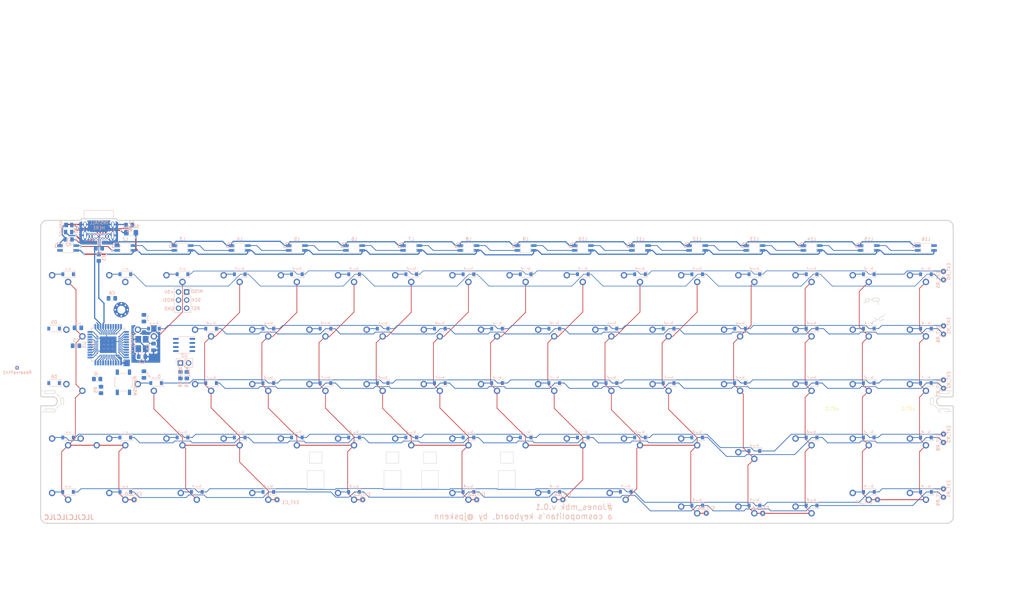
<source format=kicad_pcb>
(kicad_pcb (version 20171130) (host pcbnew "(5.1.10-1-10_14)")
  (title_block (title Jones) (date 2021-08-01) (rev "v.1 (042)") (company @jpskenn))
  (layers (0 F.Cu signal) (31 B.Cu signal) (34 B.Paste user) (35 F.Paste user) (36 B.SilkS user) (37 F.SilkS user) (38 B.Mask user) (39 F.Mask user) (44 Edge.Cuts user))
  (net 0 "")
  (net 1 "Net-(D10-Pad2)")
  (net 2 "Net-(D12-Pad2)")
  (net 3 "Net-(D13-Pad2)")
  (net 4 "Net-(D14-Pad2)")
  (net 5 "Net-(D16-Pad2)")
  (net 6 "Net-(D17-Pad2)")
  (net 7 "Net-(D18-Pad2)")
  (net 8 "Net-(D19-Pad2)")
  (net 9 "Net-(D21-Pad2)")
  (net 10 "Net-(D23-Pad2)")
  (net 11 "Net-(D25-Pad2)")
  (net 12 "Net-(D26-Pad2)")
  (net 13 "Net-(D27-Pad2)")
  (net 14 "Net-(D28-Pad2)")
  (net 15 "Net-(D29-Pad2)")
  (net 16 "Net-(D31-Pad2)")
  (net 17 "Net-(D32-Pad2)")
  (net 18 "Net-(D35-Pad2)")
  (net 19 "Net-(D36-Pad2)")
  (net 20 "Net-(D37-Pad2)")
  (net 21 "Net-(D38-Pad2)")
  (net 22 "Net-(D39-Pad2)")
  (net 23 "Net-(D41-Pad2)")
  (net 24 "Net-(D43-Pad2)")
  (net 25 "Net-(D45-Pad2)")
  (net 26 "Net-(D46-Pad2)")
  (net 27 "Net-(D47-Pad2)")
  (net 28 "Net-(D48-Pad2)")
  (net 29 "Net-(D49-Pad2)")
  (net 30 "Net-(D52-Pad2)")
  (net 31 "Net-(D53-Pad2)")
  (net 32 "Net-(D56-Pad2)")
  (net 33 "Net-(D57-Pad2)")
  (net 34 "Net-(D61-Pad2)")
  (net 35 "Net-(D62-Pad2)")
  (net 36 "Net-(D63-Pad2)")
  (net 37 +5V)
  (net 38 GND)
  (net 39 VCC)
  (net 40 D-)
  (net 41 D+)
  (net 42 "Net-(D15-Pad2)")
  (net 43 "Net-(D64-Pad2)")
  (net 44 "Net-(D67-Pad2)")
  (net 45 "Net-(D68-Pad2)")
  (net 46 "Net-(D69-Pad2)")
  (net 47 "Net-(D71-Pad2)")
  (net 48 "Net-(J1-PadA5)")
  (net 49 "Net-(J1-PadB5)")
  (net 50 LED)
  (net 51 "Net-(D10-Pad3)")
  (net 52 "Net-(D65-Pad2)")
  (net 53 "Net-(D73-Pad2)")
  (net 54 "Net-(D74-Pad2)")
  (net 55 "Net-(D75-Pad2)")
  (net 56 "Net-(D78-Pad2)")
  (net 57 "Net-(D79-Pad2)")
  (net 58 "Net-(D33-Pad2)")
  (net 59 "Net-(D40-Pad2)")
  (net 60 "Net-(D22-Pad2)")
  (net 61 "Net-(D11-Pad2)")
  (net 62 "Net-(D30-Pad2)")
  (net 63 "Net-(D50-Pad2)")
  (net 64 MISO)
  (net 65 SCK)
  (net 66 SDA)
  (net 67 SCL)
  (net 68 RESET)
  (net 69 MOSI)
  (net 70 XTAL1)
  (net 71 XTAL2)
  (net 72 UCAP)
  (net 73 "Net-(D1-Pad2)")
  (net 74 row0)
  (net 75 "Net-(D2-Pad2)")
  (net 76 row3)
  (net 77 "Net-(D3-Pad2)")
  (net 78 row4)
  (net 79 "Net-(D4-Pad2)")
  (net 80 row5)
  (net 81 row6)
  (net 82 "Net-(D5-Pad2)")
  (net 83 row7)
  (net 84 "Net-(D6-Pad2)")
  (net 85 "Net-(D7-Pad2)")
  (net 86 row8)
  (net 87 "Net-(D8-Pad2)")
  (net 88 row9)
  (net 89 "Net-(D9-Pad2)")
  (net 90 row1)
  (net 91 row2)
  (net 92 "Net-(D20-Pad2)")
  (net 93 "Net-(D42-Pad2)")
  (net 94 "Net-(D51-Pad2)")
  (net 95 "Net-(D54-Pad2)")
  (net 96 "Net-(D55-Pad2)")
  (net 97 "Net-(D58-Pad2)")
  (net 98 "Net-(D59-Pad2)")
  (net 99 "Net-(D60-Pad2)")
  (net 100 "Net-(D66-Pad2)")
  (net 101 "Net-(D70-Pad2)")
  (net 102 "Net-(D72-Pad2)")
  (net 103 "Net-(D76-Pad2)")
  (net 104 "Net-(D77-Pad2)")
  (net 105 col0)
  (net 106 col1)
  (net 107 col3)
  (net 108 col5)
  (net 109 col7)
  (net 110 HWB)
  (net 111 "Net-(L1-Pad2)")
  (net 112 "Net-(L2-Pad2)")
  (net 113 "Net-(L3-Pad2)")
  (net 114 "Net-(L4-Pad2)")
  (net 115 "Net-(L5-Pad2)")
  (net 116 "Net-(L6-Pad2)")
  (net 117 "Net-(L7-Pad2)")
  (net 118 "Net-(L8-Pad2)")
  (net 119 "Net-(L10-Pad4)")
  (net 120 "Net-(L10-Pad2)")
  (net 121 "Net-(L11-Pad2)")
  (net 122 "Net-(L12-Pad2)")
  (net 123 "Net-(L13-Pad2)")
  (net 124 "Net-(L14-Pad2)")
  (net 125 "Net-(L15-Pad2)")
  (net 126 col2)
  (net 127 col4)
  (net 128 col6)
  (net 129 Reserve_pin)
  (module Keebio-Parts:Kailh-PG1350-1.5u-MBK-WithKeyName (layer F.Cu) (at 35.644516 52.87552)
    (fp_text reference SW_6 hide)
    (fp_text value TAB_1.5u)
    (pad "" np_thru_hole circle (at 5.5 0 180) (size 1.7 1.7) (drill 1.7) (layers *.Cu *.Mask))
    (pad "" np_thru_hole circle (at -5.5 0 180) (size 1.7 1.7) (drill 1.7) (layers *.Cu *.Mask))
    (pad 2 thru_hole circle (at -5 3.8 41.9) (size 2 2) (drill 1.2) (layers *.Cu *.Mask) (net 82 "Net-(D5-Pad2)"))
    (pad 1 thru_hole circle (at 0 5.9 180) (size 2 2) (drill 1.2) (layers *.Cu *.Mask) (net 105 col0))
    (pad "" np_thru_hole circle (at 0 0 180) (size 3.4 3.4) (drill 3.4) (layers *.Cu *.Mask))
    (pad "" np_thru_hole circle (at 5.22 -4.2 180) (size 1.2 1.2) (drill 1.2) (layers *.Cu *.Mask))
  )
  (module Package_QFP:TQFP-44_10x10mm_P0.8mm (layer B.Cu) (at 43.7 61.37552 270)
    (fp_text reference U3 (at 0 7.45 90) (layer B.SilkS) (effects (justify mirror)))
    (fp_text value ATmega32U4-AU-Dummy)
    (pad 44 smd rect (at -4 5.7 180) (size 1.5 0.55) (layers B.Cu B.Paste B.Mask) (net 37 +5V))
    (pad 43 smd rect (at -3.2 5.7 180) (size 1.5 0.55) (layers B.Cu B.Paste B.Mask) (net 38 GND))
    (pad 42 smd rect (at -2.4 5.7 180) (size 1.5 0.55) (layers B.Cu B.Paste B.Mask))
    (pad 41 smd rect (at -1.6 5.7 180) (size 1.5 0.55) (layers B.Cu B.Paste B.Mask) (net 105 col0))
    (pad 40 smd rect (at -0.8 5.7 180) (size 1.5 0.55) (layers B.Cu B.Paste B.Mask) (net 74 row0))
    (pad 39 smd rect (at 0 5.7 180) (size 1.5 0.55) (layers B.Cu B.Paste B.Mask) (net 81 row6))
    (pad 38 smd rect (at 0.8 5.7 180) (size 1.5 0.55) (layers B.Cu B.Paste B.Mask) (net 91 row2))
    (pad 37 smd rect (at 1.6 5.7 180) (size 1.5 0.55) (layers B.Cu B.Paste B.Mask) (net 83 row7))
    (pad 36 smd rect (at 2.4 5.7 180) (size 1.5 0.55) (layers B.Cu B.Paste B.Mask) (net 76 row3))
    (pad 35 smd rect (at 3.2 5.7 180) (size 1.5 0.55) (layers B.Cu B.Paste B.Mask) (net 38 GND))
    (pad 34 smd rect (at 4 5.7 180) (size 1.5 0.55) (layers B.Cu B.Paste B.Mask) (net 37 +5V))
    (pad 33 smd rect (at 5.7 4 270) (size 1.5 0.55) (layers B.Cu B.Paste B.Mask) (net 110 HWB))
    (pad 32 smd rect (at 5.7 3.2 270) (size 1.5 0.55) (layers B.Cu B.Paste B.Mask) (net 86 row8))
    (pad 31 smd rect (at 5.7 2.4 270) (size 1.5 0.55) (layers B.Cu B.Paste B.Mask) (net 78 row4))
    (pad 30 smd rect (at 5.7 1.6 270) (size 1.5 0.55) (layers B.Cu B.Paste B.Mask) (net 88 row9))
    (pad 29 smd rect (at 5.7 0.8 270) (size 1.5 0.55) (layers B.Cu B.Paste B.Mask) (net 126 col2))
    (pad 28 smd rect (at 5.7 0 270) (size 1.5 0.55) (layers B.Cu B.Paste B.Mask) (net 128 col6))
    (pad 27 smd rect (at 5.7 -0.8 270) (size 1.5 0.55) (layers B.Cu B.Paste B.Mask) (net 107 col3))
    (pad 26 smd rect (at 5.7 -1.6 270) (size 1.5 0.55) (layers B.Cu B.Paste B.Mask) (net 109 col7))
    (pad 25 smd rect (at 5.7 -2.4 270) (size 1.5 0.55) (layers B.Cu B.Paste B.Mask) (net 108 col5))
    (pad 24 smd rect (at 5.7 -3.2 270) (size 1.5 0.55) (layers B.Cu B.Paste B.Mask) (net 37 +5V))
    (pad 23 smd rect (at 5.7 -4 270) (size 1.5 0.55) (layers B.Cu B.Paste B.Mask) (net 38 GND))
    (pad 22 smd rect (at 4 -5.7 180) (size 1.5 0.55) (layers B.Cu B.Paste B.Mask) (net 106 col1))
    (pad 21 smd rect (at 3.2 -5.7 180) (size 1.5 0.55) (layers B.Cu B.Paste B.Mask) (net 127 col4))
    (pad 20 smd rect (at 2.4 -5.7 180) (size 1.5 0.55) (layers B.Cu B.Paste B.Mask) (net 129 Reserve_pin))
    (pad 19 smd rect (at 1.6 -5.7 180) (size 1.5 0.55) (layers B.Cu B.Paste B.Mask) (net 66 SDA))
    (pad 18 smd rect (at 0.8 -5.7 180) (size 1.5 0.55) (layers B.Cu B.Paste B.Mask) (net 67 SCL))
    (pad 17 smd rect (at 0 -5.7 180) (size 1.5 0.55) (layers B.Cu B.Paste B.Mask) (net 70 XTAL1))
    (pad 16 smd rect (at -0.8 -5.7 180) (size 1.5 0.55) (layers B.Cu B.Paste B.Mask) (net 71 XTAL2))
    (pad 15 smd rect (at -1.6 -5.7 180) (size 1.5 0.55) (layers B.Cu B.Paste B.Mask) (net 38 GND))
    (pad 14 smd rect (at -2.4 -5.7 180) (size 1.5 0.55) (layers B.Cu B.Paste B.Mask) (net 37 +5V))
    (pad 13 smd rect (at -3.2 -5.7 180) (size 1.5 0.55) (layers B.Cu B.Paste B.Mask) (net 68 RESET))
    (pad 12 smd rect (at -4 -5.7 180) (size 1.5 0.55) (layers B.Cu B.Paste B.Mask) (net 90 row1))
    (pad 11 smd rect (at -5.7 -4 270) (size 1.5 0.55) (layers B.Cu B.Paste B.Mask) (net 64 MISO))
    (pad 10 smd rect (at -5.7 -3.2 270) (size 1.5 0.55) (layers B.Cu B.Paste B.Mask) (net 69 MOSI))
    (pad 9 smd rect (at -5.7 -2.4 270) (size 1.5 0.55) (layers B.Cu B.Paste B.Mask) (net 65 SCK))
    (pad 8 smd rect (at -5.7 -1.6 270) (size 1.5 0.55) (layers B.Cu B.Paste B.Mask) (net 80 row5))
    (pad 7 smd rect (at -5.7 -0.8 270) (size 1.5 0.55) (layers B.Cu B.Paste B.Mask) (net 37 +5V))
    (pad 6 smd rect (at -5.7 0 270) (size 1.5 0.55) (layers B.Cu B.Paste B.Mask) (net 72 UCAP))
    (pad 5 smd rect (at -5.7 0.8 270) (size 1.5 0.55) (layers B.Cu B.Paste B.Mask) (net 38 GND))
    (pad 4 smd rect (at -5.7 1.6 270) (size 1.5 0.55) (layers B.Cu B.Paste B.Mask) (net 41 D+))
    (pad 3 smd rect (at -5.7 2.4 270) (size 1.5 0.55) (layers B.Cu B.Paste B.Mask) (net 40 D-))
    (pad 2 smd rect (at -5.7 3.2 270) (size 1.5 0.55) (layers B.Cu B.Paste B.Mask) (net 37 +5V))
    (pad 1 smd rect (at -5.7 4 270) (size 1.5 0.55) (layers B.Cu B.Paste B.Mask) (net 50 LED))
  )
  (module Keebio-Parts:Kailh-PG1350-1u-MBK-WithKeyName (layer F.Cu) (at 31.179672 35.87552)
    (fp_text reference SW_1 hide)
    (fp_text value ESC)
    (pad "" np_thru_hole circle (at 5.5 0) (size 1.7018 1.7018) (drill 1.7018) (layers *.Cu *.Mask))
    (pad "" np_thru_hole circle (at -5.5 0) (size 1.7018 1.7018) (drill 1.7018) (layers *.Cu *.Mask))
    (pad "" np_thru_hole circle (at 5.5 0 180) (size 1.7 1.7) (drill 1.7) (layers *.Cu *.Mask))
    (pad "" np_thru_hole circle (at -5.5 0 180) (size 1.7 1.7) (drill 1.7) (layers *.Cu *.Mask))
    (pad 2 thru_hole circle (at -5 3.8 41.9) (size 2 2) (drill 1.2) (layers *.Cu *.Mask) (net 73 "Net-(D1-Pad2)"))
    (pad 1 thru_hole circle (at 0 5.9 180) (size 2 2) (drill 1.2) (layers *.Cu *.Mask) (net 105 col0))
    (pad "" np_thru_hole circle (at 0 0 180) (size 3.4 3.4) (drill 3.4) (layers *.Cu *.Mask))
    (pad "" np_thru_hole circle (at 5.22 -4.2 180) (size 1.2 1.2) (drill 1.2) (layers *.Cu *.Mask))
  )
  (module TestPoint:TestPoint_THTPad_D1.0mm_Drill0.5mm (layer B.Cu) (at 15.25 68.60052)
    (fp_text reference ReservePin1 (at 0 1.448) (layer B.SilkS) (effects (justify mirror)))
    (fp_text value Conn_01x01)
    (pad 1 thru_hole circle (at 0 0) (size 1 1) (drill 0.5) (layers *.Cu *.Mask) (net 129 Reserve_pin))
  )
  (module Keebio-Parts:Kailh-PG1350-2u-MBK-WithKeyName (layer F.Cu) (at 120.476552 103.87552)
    (fp_text reference SW_29 hide)
    (fp_text value LSPC_2u)
    (fp_line (start -14.65 2.3) (end -9.35 2.3) (layer Edge.Cuts) (width 0.12))
    (fp_line (start -14.65 -3.2) (end -9.35 -3.2) (layer Edge.Cuts) (width 0.12))
    (fp_line (start -9.35 2.3) (end -9.35 -3.2) (layer Edge.Cuts) (width 0.12))
    (fp_line (start -14.65 -3.2) (end -14.65 2.3) (layer Edge.Cuts) (width 0.12))
    (fp_line (start -14 -9) (end -10 -9) (layer Edge.Cuts) (width 0.12))
    (fp_line (start -14 -5.5) (end -10 -5.5) (layer Edge.Cuts) (width 0.12))
    (fp_line (start -14 -9) (end -14 -5.5) (layer Edge.Cuts) (width 0.12))
    (fp_line (start -10 -5.5) (end -10 -9) (layer Edge.Cuts) (width 0.12))
    (fp_line (start 9.35 2.3) (end 14.65 2.3) (layer Edge.Cuts) (width 0.12))
    (fp_line (start 9.35 -3.2) (end 14.65 -3.2) (layer Edge.Cuts) (width 0.12))
    (fp_line (start 14.65 2.3) (end 14.65 -3.2) (layer Edge.Cuts) (width 0.12))
    (fp_line (start 9.35 -3.2) (end 9.35 2.3) (layer Edge.Cuts) (width 0.12))
    (fp_line (start 10 -9) (end 14 -9) (layer Edge.Cuts) (width 0.12))
    (fp_line (start 10 -5.5) (end 14 -5.5) (layer Edge.Cuts) (width 0.12))
    (fp_line (start 10 -9) (end 10 -5.5) (layer Edge.Cuts) (width 0.12))
    (fp_line (start 14 -5.5) (end 14 -9) (layer Edge.Cuts) (width 0.12))
    (pad "" np_thru_hole circle (at 5.5 0 180) (size 1.7 1.7) (drill 1.7) (layers *.Cu *.Mask))
    (pad "" np_thru_hole circle (at -5.5 0 180) (size 1.7 1.7) (drill 1.7) (layers *.Cu *.Mask))
    (pad 2 thru_hole circle (at -5 3.8 41.9) (size 2 2) (drill 1.2) (layers *.Cu *.Mask) (net 15 "Net-(D29-Pad2)"))
    (pad 1 thru_hole circle (at 0 5.9 180) (size 2 2) (drill 1.2) (layers *.Cu *.Mask) (net 126 col2))
    (pad "" np_thru_hole circle (at 0 0 180) (size 3.4 3.4) (drill 3.4) (layers *.Cu *.Mask))
    (pad "" np_thru_hole circle (at 5.22 -4.2 180) (size 1.2 1.2) (drill 1.2) (layers *.Cu *.Mask))
  )
  (module Keebio-Parts:Kailh-PG1350-2u-MBK-WithKeyName (layer F.Cu) (at 156.195304 103.87552)
    (fp_text reference SW_39 hide)
    (fp_text value RSPC_2u)
    (fp_line (start -14.65 2.3) (end -9.35 2.3) (layer Edge.Cuts) (width 0.12))
    (fp_line (start -14.65 -3.2) (end -9.35 -3.2) (layer Edge.Cuts) (width 0.12))
    (fp_line (start -9.35 2.3) (end -9.35 -3.2) (layer Edge.Cuts) (width 0.12))
    (fp_line (start -14.65 -3.2) (end -14.65 2.3) (layer Edge.Cuts) (width 0.12))
    (fp_line (start -14 -9) (end -10 -9) (layer Edge.Cuts) (width 0.12))
    (fp_line (start -14 -5.5) (end -10 -5.5) (layer Edge.Cuts) (width 0.12))
    (fp_line (start -14 -9) (end -14 -5.5) (layer Edge.Cuts) (width 0.12))
    (fp_line (start -10 -5.5) (end -10 -9) (layer Edge.Cuts) (width 0.12))
    (fp_line (start 9.35 2.3) (end 14.65 2.3) (layer Edge.Cuts) (width 0.12))
    (fp_line (start 9.35 -3.2) (end 14.65 -3.2) (layer Edge.Cuts) (width 0.12))
    (fp_line (start 14.65 2.3) (end 14.65 -3.2) (layer Edge.Cuts) (width 0.12))
    (fp_line (start 9.35 -3.2) (end 9.35 2.3) (layer Edge.Cuts) (width 0.12))
    (fp_line (start 10 -9) (end 14 -9) (layer Edge.Cuts) (width 0.12))
    (fp_line (start 10 -5.5) (end 14 -5.5) (layer Edge.Cuts) (width 0.12))
    (fp_line (start 10 -9) (end 10 -5.5) (layer Edge.Cuts) (width 0.12))
    (fp_line (start 14 -5.5) (end 14 -9) (layer Edge.Cuts) (width 0.12))
    (pad "" np_thru_hole circle (at 5.5 0 180) (size 1.7 1.7) (drill 1.7) (layers *.Cu *.Mask))
    (pad "" np_thru_hole circle (at -5.5 0 180) (size 1.7 1.7) (drill 1.7) (layers *.Cu *.Mask))
    (pad 2 thru_hole circle (at -5 3.8 41.9) (size 2 2) (drill 1.2) (layers *.Cu *.Mask) (net 22 "Net-(D39-Pad2)"))
    (pad 1 thru_hole circle (at 0 5.9 180) (size 2 2) (drill 1.2) (layers *.Cu *.Mask) (net 107 col3))
    (pad "" np_thru_hole circle (at 0 0 180) (size 3.4 3.4) (drill 3.4) (layers *.Cu *.Mask))
    (pad "" np_thru_hole circle (at 5.22 -4.2 180) (size 1.2 1.2) (drill 1.2) (layers *.Cu *.Mask))
  )
  (module Keebio-Parts:Kailh-PG1350-1u-MBK-WithKeyName (layer F.Cu) (at 281.210937 35.87552)
    (fp_text reference SW_70 hide)
    (fp_text value Num_-)
    (pad "" np_thru_hole circle (at 5.5 0) (size 1.7018 1.7018) (drill 1.7018) (layers *.Cu *.Mask))
    (pad "" np_thru_hole circle (at -5.5 0) (size 1.7018 1.7018) (drill 1.7018) (layers *.Cu *.Mask))
    (pad "" np_thru_hole circle (at 5.5 0 180) (size 1.7 1.7) (drill 1.7) (layers *.Cu *.Mask))
    (pad "" np_thru_hole circle (at -5.5 0 180) (size 1.7 1.7) (drill 1.7) (layers *.Cu *.Mask))
    (pad 2 thru_hole circle (at -5 3.8 41.9) (size 2 2) (drill 1.2) (layers *.Cu *.Mask) (net 101 "Net-(D70-Pad2)"))
    (pad 1 thru_hole circle (at 0 5.9 180) (size 2 2) (drill 1.2) (layers *.Cu *.Mask) (net 109 col7))
    (pad "" np_thru_hole circle (at 0 0 180) (size 3.4 3.4) (drill 3.4) (layers *.Cu *.Mask))
    (pad "" np_thru_hole circle (at 5.22 -4.2 180) (size 1.2 1.2) (drill 1.2) (layers *.Cu *.Mask))
  )
  (module Keebio-Parts:Kailh-PG1350-1u-MBK-WithKeyName (layer F.Cu) (at 299.070312 35.87552)
    (fp_text reference SW_75 hide)
    (fp_text value Num_+)
    (pad "" np_thru_hole circle (at 5.5 0) (size 1.7018 1.7018) (drill 1.7018) (layers *.Cu *.Mask))
    (pad "" np_thru_hole circle (at -5.5 0) (size 1.7018 1.7018) (drill 1.7018) (layers *.Cu *.Mask))
    (pad "" np_thru_hole circle (at 5.5 0 180) (size 1.7 1.7) (drill 1.7) (layers *.Cu *.Mask))
    (pad "" np_thru_hole circle (at -5.5 0 180) (size 1.7 1.7) (drill 1.7) (layers *.Cu *.Mask))
    (pad 2 thru_hole circle (at -5 3.8 41.9) (size 2 2) (drill 1.2) (layers *.Cu *.Mask) (net 55 "Net-(D75-Pad2)"))
    (pad 1 thru_hole circle (at 0 5.9 180) (size 2 2) (drill 1.2) (layers *.Cu *.Mask) (net 109 col7))
    (pad "" np_thru_hole circle (at 0 0 180) (size 3.4 3.4) (drill 3.4) (layers *.Cu *.Mask))
    (pad "" np_thru_hole circle (at 5.22 -4.2 180) (size 1.2 1.2) (drill 1.2) (layers *.Cu *.Mask))
  )
  (module Keebio-Parts:Kailh-PG1350-1u-MBK-WithKeyName (layer F.Cu) (at 40.10936 86.87552)
    (fp_text reference SW_2 hide)
    (fp_text value SFT2u)
    (pad "" np_thru_hole circle (at 5.5 0) (size 1.7018 1.7018) (drill 1.7018) (layers *.Cu *.Mask))
    (pad "" np_thru_hole circle (at -5.5 0) (size 1.7018 1.7018) (drill 1.7018) (layers *.Cu *.Mask))
    (pad "" np_thru_hole circle (at 5.5 0 180) (size 1.7 1.7) (drill 1.7) (layers *.Cu *.Mask))
    (pad "" np_thru_hole circle (at -5.5 0 180) (size 1.7 1.7) (drill 1.7) (layers *.Cu *.Mask))
    (pad 2 thru_hole circle (at -5 3.8 41.9) (size 2 2) (drill 1.2) (layers *.Cu *.Mask) (net 75 "Net-(D2-Pad2)"))
    (pad 1 thru_hole circle (at 0 5.9 180) (size 2 2) (drill 1.2) (layers *.Cu *.Mask) (net 105 col0))
    (pad "" np_thru_hole circle (at 0 0 180) (size 3.4 3.4) (drill 3.4) (layers *.Cu *.Mask))
    (pad "" np_thru_hole circle (at 5.22 -4.2 180) (size 1.2 1.2) (drill 1.2) (layers *.Cu *.Mask))
  )
  (module Keebio-Parts:Kailh-PG1350-1u-MBK-WithKeyName (layer F.Cu) (at 31.179672 86.87552)
    (fp_text reference SW_3 hide)
    (fp_text value SFT1u)
    (pad "" np_thru_hole circle (at 5.5 0) (size 1.7018 1.7018) (drill 1.7018) (layers *.Cu *.Mask))
    (pad "" np_thru_hole circle (at -5.5 0) (size 1.7018 1.7018) (drill 1.7018) (layers *.Cu *.Mask))
    (pad "" np_thru_hole circle (at 5.5 0 180) (size 1.7 1.7) (drill 1.7) (layers *.Cu *.Mask))
    (pad "" np_thru_hole circle (at -5.5 0 180) (size 1.7 1.7) (drill 1.7) (layers *.Cu *.Mask))
    (pad 2 thru_hole circle (at -5 3.8 41.9) (size 2 2) (drill 1.2) (layers *.Cu *.Mask) (net 75 "Net-(D2-Pad2)"))
    (pad 1 thru_hole circle (at 0 5.9 180) (size 2 2) (drill 1.2) (layers *.Cu *.Mask) (net 105 col0))
    (pad "" np_thru_hole circle (at 0 0 180) (size 3.4 3.4) (drill 3.4) (layers *.Cu *.Mask))
    (pad "" np_thru_hole circle (at 5.22 -4.2 180) (size 1.2 1.2) (drill 1.2) (layers *.Cu *.Mask))
  )
  (module Keebio-Parts:Kailh-PG1350-1u-MBK-WithKeyName (layer F.Cu) (at 31.179672 103.87552)
    (fp_text reference SW_4 hide)
    (fp_text value LB1)
    (pad "" np_thru_hole circle (at 5.5 0) (size 1.7018 1.7018) (drill 1.7018) (layers *.Cu *.Mask))
    (pad "" np_thru_hole circle (at -5.5 0) (size 1.7018 1.7018) (drill 1.7018) (layers *.Cu *.Mask))
    (pad "" np_thru_hole circle (at 5.5 0 180) (size 1.7 1.7) (drill 1.7) (layers *.Cu *.Mask))
    (pad "" np_thru_hole circle (at -5.5 0 180) (size 1.7 1.7) (drill 1.7) (layers *.Cu *.Mask))
    (pad 2 thru_hole circle (at -5 3.8 41.9) (size 2 2) (drill 1.2) (layers *.Cu *.Mask) (net 77 "Net-(D3-Pad2)"))
    (pad 1 thru_hole circle (at 0 5.9 180) (size 2 2) (drill 1.2) (layers *.Cu *.Mask) (net 105 col0))
    (pad "" np_thru_hole circle (at 0 0 180) (size 3.4 3.4) (drill 3.4) (layers *.Cu *.Mask))
    (pad "" np_thru_hole circle (at 5.22 -4.2 180) (size 1.2 1.2) (drill 1.2) (layers *.Cu *.Mask))
  )
  (module Keebio-Parts:Kailh-PG1350-1u-MBK-WithKeyName (layer F.Cu) (at 49.039048 35.87552)
    (fp_text reference SW_5 hide)
    (fp_text value 1)
    (pad "" np_thru_hole circle (at 5.5 0) (size 1.7018 1.7018) (drill 1.7018) (layers *.Cu *.Mask))
    (pad "" np_thru_hole circle (at -5.5 0) (size 1.7018 1.7018) (drill 1.7018) (layers *.Cu *.Mask))
    (pad "" np_thru_hole circle (at 5.5 0 180) (size 1.7 1.7) (drill 1.7) (layers *.Cu *.Mask))
    (pad "" np_thru_hole circle (at -5.5 0 180) (size 1.7 1.7) (drill 1.7) (layers *.Cu *.Mask))
    (pad 2 thru_hole circle (at -5 3.8 41.9) (size 2 2) (drill 1.2) (layers *.Cu *.Mask) (net 79 "Net-(D4-Pad2)"))
    (pad 1 thru_hole circle (at 0 5.9 180) (size 2 2) (drill 1.2) (layers *.Cu *.Mask) (net 105 col0))
    (pad "" np_thru_hole circle (at 0 0 180) (size 3.4 3.4) (drill 3.4) (layers *.Cu *.Mask))
    (pad "" np_thru_hole circle (at 5.22 -4.2 180) (size 1.2 1.2) (drill 1.2) (layers *.Cu *.Mask))
  )
  (module Keebio-Parts:Kailh-PG1350-1u-MBK-WithKeyName (layer F.Cu) (at 49.039048 86.87552)
    (fp_text reference SW_8 hide)
    (fp_text value Z2)
    (pad "" np_thru_hole circle (at 5.5 0) (size 1.7018 1.7018) (drill 1.7018) (layers *.Cu *.Mask))
    (pad "" np_thru_hole circle (at -5.5 0) (size 1.7018 1.7018) (drill 1.7018) (layers *.Cu *.Mask))
    (pad "" np_thru_hole circle (at 5.5 0 180) (size 1.7 1.7) (drill 1.7) (layers *.Cu *.Mask))
    (pad "" np_thru_hole circle (at -5.5 0 180) (size 1.7 1.7) (drill 1.7) (layers *.Cu *.Mask))
    (pad 2 thru_hole circle (at -5 3.8 41.9) (size 2 2) (drill 1.2) (layers *.Cu *.Mask) (net 85 "Net-(D7-Pad2)"))
    (pad 1 thru_hole circle (at 0 5.9 180) (size 2 2) (drill 1.2) (layers *.Cu *.Mask) (net 105 col0))
    (pad "" np_thru_hole circle (at 0 0 180) (size 3.4 3.4) (drill 3.4) (layers *.Cu *.Mask))
    (pad "" np_thru_hole circle (at 5.22 -4.2 180) (size 1.2 1.2) (drill 1.2) (layers *.Cu *.Mask))
  )
  (module Keebio-Parts:Kailh-PG1350-1u-MBK-WithKeyName (layer F.Cu) (at 49.039048 103.87552)
    (fp_text reference SW_9 hide)
    (fp_text value LB2)
    (pad "" np_thru_hole circle (at 5.5 0) (size 1.7018 1.7018) (drill 1.7018) (layers *.Cu *.Mask))
    (pad "" np_thru_hole circle (at -5.5 0) (size 1.7018 1.7018) (drill 1.7018) (layers *.Cu *.Mask))
    (pad "" np_thru_hole circle (at 5.5 0 180) (size 1.7 1.7) (drill 1.7) (layers *.Cu *.Mask))
    (pad "" np_thru_hole circle (at -5.5 0 180) (size 1.7 1.7) (drill 1.7) (layers *.Cu *.Mask))
    (pad 2 thru_hole circle (at -5 3.8 41.9) (size 2 2) (drill 1.2) (layers *.Cu *.Mask) (net 87 "Net-(D8-Pad2)"))
    (pad 1 thru_hole circle (at 0 5.9 180) (size 2 2) (drill 1.2) (layers *.Cu *.Mask) (net 105 col0))
    (pad "" np_thru_hole circle (at 0 0 180) (size 3.4 3.4) (drill 3.4) (layers *.Cu *.Mask))
    (pad "" np_thru_hole circle (at 5.22 -4.2 180) (size 1.2 1.2) (drill 1.2) (layers *.Cu *.Mask))
  )
  (module Keebio-Parts:Kailh-PG1350-1u-MBK-WithKeyName (layer F.Cu) (at 66.898424 35.87552)
    (fp_text reference SW_10 hide)
    (fp_text value 2)
    (pad "" np_thru_hole circle (at 5.5 0) (size 1.7018 1.7018) (drill 1.7018) (layers *.Cu *.Mask))
    (pad "" np_thru_hole circle (at -5.5 0) (size 1.7018 1.7018) (drill 1.7018) (layers *.Cu *.Mask))
    (pad "" np_thru_hole circle (at 5.5 0 180) (size 1.7 1.7) (drill 1.7) (layers *.Cu *.Mask))
    (pad "" np_thru_hole circle (at -5.5 0 180) (size 1.7 1.7) (drill 1.7) (layers *.Cu *.Mask))
    (pad 2 thru_hole circle (at -5 3.8 41.9) (size 2 2) (drill 1.2) (layers *.Cu *.Mask) (net 89 "Net-(D9-Pad2)"))
    (pad 1 thru_hole circle (at 0 5.9 180) (size 2 2) (drill 1.2) (layers *.Cu *.Mask) (net 106 col1))
    (pad "" np_thru_hole circle (at 0 0 180) (size 3.4 3.4) (drill 3.4) (layers *.Cu *.Mask))
    (pad "" np_thru_hole circle (at 5.22 -4.2 180) (size 1.2 1.2) (drill 1.2) (layers *.Cu *.Mask))
  )
  (module Keebio-Parts:Kailh-PG1350-1u-MBK-WithKeyName (layer F.Cu) (at 57.968736 52.87552)
    (fp_text reference SW_11 hide)
    (fp_text value Q)
    (pad "" np_thru_hole circle (at 5.5 0) (size 1.7018 1.7018) (drill 1.7018) (layers *.Cu *.Mask))
    (pad "" np_thru_hole circle (at -5.5 0) (size 1.7018 1.7018) (drill 1.7018) (layers *.Cu *.Mask))
    (pad "" np_thru_hole circle (at 5.5 0 180) (size 1.7 1.7) (drill 1.7) (layers *.Cu *.Mask))
    (pad "" np_thru_hole circle (at -5.5 0 180) (size 1.7 1.7) (drill 1.7) (layers *.Cu *.Mask))
    (pad 2 thru_hole circle (at -5 3.8 41.9) (size 2 2) (drill 1.2) (layers *.Cu *.Mask) (net 61 "Net-(D11-Pad2)"))
    (pad 1 thru_hole circle (at 0 5.9 180) (size 2 2) (drill 1.2) (layers *.Cu *.Mask) (net 106 col1))
    (pad "" np_thru_hole circle (at 0 0 180) (size 3.4 3.4) (drill 3.4) (layers *.Cu *.Mask))
    (pad "" np_thru_hole circle (at 5.22 -4.2 180) (size 1.2 1.2) (drill 1.2) (layers *.Cu *.Mask))
  )
  (module Keebio-Parts:Kailh-PG1350-1u-MBK-WithKeyName (layer F.Cu) (at 57.968736 69.87552)
    (fp_text reference SW_12 hide)
    (fp_text value A)
    (pad "" np_thru_hole circle (at 5.5 0) (size 1.7018 1.7018) (drill 1.7018) (layers *.Cu *.Mask))
    (pad "" np_thru_hole circle (at -5.5 0) (size 1.7018 1.7018) (drill 1.7018) (layers *.Cu *.Mask))
    (pad "" np_thru_hole circle (at 5.5 0 180) (size 1.7 1.7) (drill 1.7) (layers *.Cu *.Mask))
    (pad "" np_thru_hole circle (at -5.5 0 180) (size 1.7 1.7) (drill 1.7) (layers *.Cu *.Mask))
    (pad 2 thru_hole circle (at -5 3.8 41.9) (size 2 2) (drill 1.2) (layers *.Cu *.Mask) (net 2 "Net-(D12-Pad2)"))
    (pad 1 thru_hole circle (at 0 5.9 180) (size 2 2) (drill 1.2) (layers *.Cu *.Mask) (net 106 col1))
    (pad "" np_thru_hole circle (at 0 0 180) (size 3.4 3.4) (drill 3.4) (layers *.Cu *.Mask))
    (pad "" np_thru_hole circle (at 5.22 -4.2 180) (size 1.2 1.2) (drill 1.2) (layers *.Cu *.Mask))
  )
  (module Keebio-Parts:Kailh-PG1350-1u-MBK-WithKeyName (layer F.Cu) (at 66.898424 86.87552)
    (fp_text reference SW_13 hide)
    (fp_text value Z)
    (pad "" np_thru_hole circle (at 5.5 0) (size 1.7018 1.7018) (drill 1.7018) (layers *.Cu *.Mask))
    (pad "" np_thru_hole circle (at -5.5 0) (size 1.7018 1.7018) (drill 1.7018) (layers *.Cu *.Mask))
    (pad "" np_thru_hole circle (at 5.5 0 180) (size 1.7 1.7) (drill 1.7) (layers *.Cu *.Mask))
    (pad "" np_thru_hole circle (at -5.5 0 180) (size 1.7 1.7) (drill 1.7) (layers *.Cu *.Mask))
    (pad 2 thru_hole circle (at -5 3.8 41.9) (size 2 2) (drill 1.2) (layers *.Cu *.Mask) (net 3 "Net-(D13-Pad2)"))
    (pad 1 thru_hole circle (at 0 5.9 180) (size 2 2) (drill 1.2) (layers *.Cu *.Mask) (net 106 col1))
    (pad "" np_thru_hole circle (at 0 0 180) (size 3.4 3.4) (drill 3.4) (layers *.Cu *.Mask))
    (pad "" np_thru_hole circle (at 5.22 -4.2 180) (size 1.2 1.2) (drill 1.2) (layers *.Cu *.Mask))
  )
  (module Keebio-Parts:Kailh-PG1350-1u-MBK-WithKeyName (layer F.Cu) (at 84.7578 35.87552)
    (fp_text reference SW_15 hide)
    (fp_text value 3)
    (pad "" np_thru_hole circle (at 5.5 0) (size 1.7018 1.7018) (drill 1.7018) (layers *.Cu *.Mask))
    (pad "" np_thru_hole circle (at -5.5 0) (size 1.7018 1.7018) (drill 1.7018) (layers *.Cu *.Mask))
    (pad "" np_thru_hole circle (at 5.5 0 180) (size 1.7 1.7) (drill 1.7) (layers *.Cu *.Mask))
    (pad "" np_thru_hole circle (at -5.5 0 180) (size 1.7 1.7) (drill 1.7) (layers *.Cu *.Mask))
    (pad 2 thru_hole circle (at -5 3.8 41.9) (size 2 2) (drill 1.2) (layers *.Cu *.Mask) (net 42 "Net-(D15-Pad2)"))
    (pad 1 thru_hole circle (at 0 5.9 180) (size 2 2) (drill 1.2) (layers *.Cu *.Mask) (net 106 col1))
    (pad "" np_thru_hole circle (at 0 0 180) (size 3.4 3.4) (drill 3.4) (layers *.Cu *.Mask))
    (pad "" np_thru_hole circle (at 5.22 -4.2 180) (size 1.2 1.2) (drill 1.2) (layers *.Cu *.Mask))
  )
  (module Keebio-Parts:Kailh-PG1350-1u-MBK-WithKeyName (layer F.Cu) (at 75.828112 52.87552)
    (fp_text reference SW_16 hide)
    (fp_text value W)
    (pad "" np_thru_hole circle (at 5.5 0) (size 1.7018 1.7018) (drill 1.7018) (layers *.Cu *.Mask))
    (pad "" np_thru_hole circle (at -5.5 0) (size 1.7018 1.7018) (drill 1.7018) (layers *.Cu *.Mask))
    (pad "" np_thru_hole circle (at 5.5 0 180) (size 1.7 1.7) (drill 1.7) (layers *.Cu *.Mask))
    (pad "" np_thru_hole circle (at -5.5 0 180) (size 1.7 1.7) (drill 1.7) (layers *.Cu *.Mask))
    (pad 2 thru_hole circle (at -5 3.8 41.9) (size 2 2) (drill 1.2) (layers *.Cu *.Mask) (net 5 "Net-(D16-Pad2)"))
    (pad 1 thru_hole circle (at 0 5.9 180) (size 2 2) (drill 1.2) (layers *.Cu *.Mask) (net 106 col1))
    (pad "" np_thru_hole circle (at 0 0 180) (size 3.4 3.4) (drill 3.4) (layers *.Cu *.Mask))
    (pad "" np_thru_hole circle (at 5.22 -4.2 180) (size 1.2 1.2) (drill 1.2) (layers *.Cu *.Mask))
  )
  (module Keebio-Parts:Kailh-PG1350-1u-MBK-WithKeyName (layer F.Cu) (at 75.828112 69.87552)
    (fp_text reference SW_17 hide)
    (fp_text value S)
    (pad "" np_thru_hole circle (at 5.5 0) (size 1.7018 1.7018) (drill 1.7018) (layers *.Cu *.Mask))
    (pad "" np_thru_hole circle (at -5.5 0) (size 1.7018 1.7018) (drill 1.7018) (layers *.Cu *.Mask))
    (pad "" np_thru_hole circle (at 5.5 0 180) (size 1.7 1.7) (drill 1.7) (layers *.Cu *.Mask))
    (pad "" np_thru_hole circle (at -5.5 0 180) (size 1.7 1.7) (drill 1.7) (layers *.Cu *.Mask))
    (pad 2 thru_hole circle (at -5 3.8 41.9) (size 2 2) (drill 1.2) (layers *.Cu *.Mask) (net 6 "Net-(D17-Pad2)"))
    (pad 1 thru_hole circle (at 0 5.9 180) (size 2 2) (drill 1.2) (layers *.Cu *.Mask) (net 106 col1))
    (pad "" np_thru_hole circle (at 0 0 180) (size 3.4 3.4) (drill 3.4) (layers *.Cu *.Mask))
    (pad "" np_thru_hole circle (at 5.22 -4.2 180) (size 1.2 1.2) (drill 1.2) (layers *.Cu *.Mask))
  )
  (module Keebio-Parts:Kailh-PG1350-1u-MBK-WithKeyName (layer F.Cu) (at 84.7578 86.87552)
    (fp_text reference SW_18 hide)
    (fp_text value X)
    (pad "" np_thru_hole circle (at 5.5 0) (size 1.7018 1.7018) (drill 1.7018) (layers *.Cu *.Mask))
    (pad "" np_thru_hole circle (at -5.5 0) (size 1.7018 1.7018) (drill 1.7018) (layers *.Cu *.Mask))
    (pad "" np_thru_hole circle (at 5.5 0 180) (size 1.7 1.7) (drill 1.7) (layers *.Cu *.Mask))
    (pad "" np_thru_hole circle (at -5.5 0 180) (size 1.7 1.7) (drill 1.7) (layers *.Cu *.Mask))
    (pad 2 thru_hole circle (at -5 3.8 41.9) (size 2 2) (drill 1.2) (layers *.Cu *.Mask) (net 7 "Net-(D18-Pad2)"))
    (pad 1 thru_hole circle (at 0 5.9 180) (size 2 2) (drill 1.2) (layers *.Cu *.Mask) (net 106 col1))
    (pad "" np_thru_hole circle (at 0 0 180) (size 3.4 3.4) (drill 3.4) (layers *.Cu *.Mask))
    (pad "" np_thru_hole circle (at 5.22 -4.2 180) (size 1.2 1.2) (drill 1.2) (layers *.Cu *.Mask))
  )
  (module Keebio-Parts:Kailh-PG1350-1u-MBK-WithKeyName (layer F.Cu) (at 93.687488 103.87552)
    (fp_text reference SW_19 hide)
    (fp_text value LALT)
    (pad "" np_thru_hole circle (at 5.5 0) (size 1.7018 1.7018) (drill 1.7018) (layers *.Cu *.Mask))
    (pad "" np_thru_hole circle (at -5.5 0) (size 1.7018 1.7018) (drill 1.7018) (layers *.Cu *.Mask))
    (pad "" np_thru_hole circle (at 5.5 0 180) (size 1.7 1.7) (drill 1.7) (layers *.Cu *.Mask))
    (pad "" np_thru_hole circle (at -5.5 0 180) (size 1.7 1.7) (drill 1.7) (layers *.Cu *.Mask))
    (pad 2 thru_hole circle (at -5 3.8 41.9) (size 2 2) (drill 1.2) (layers *.Cu *.Mask) (net 8 "Net-(D19-Pad2)"))
    (pad 1 thru_hole circle (at 0 5.9 180) (size 2 2) (drill 1.2) (layers *.Cu *.Mask) (net 106 col1))
    (pad "" np_thru_hole circle (at 0 0 180) (size 3.4 3.4) (drill 3.4) (layers *.Cu *.Mask))
    (pad "" np_thru_hole circle (at 5.22 -4.2 180) (size 1.2 1.2) (drill 1.2) (layers *.Cu *.Mask))
  )
  (module Keebio-Parts:Kailh-PG1350-1u-MBK-WithKeyName (layer F.Cu) (at 102.617176 35.87552)
    (fp_text reference SW_20 hide)
    (fp_text value 4)
    (pad "" np_thru_hole circle (at 5.5 0) (size 1.7018 1.7018) (drill 1.7018) (layers *.Cu *.Mask))
    (pad "" np_thru_hole circle (at -5.5 0) (size 1.7018 1.7018) (drill 1.7018) (layers *.Cu *.Mask))
    (pad "" np_thru_hole circle (at 5.5 0 180) (size 1.7 1.7) (drill 1.7) (layers *.Cu *.Mask))
    (pad "" np_thru_hole circle (at -5.5 0 180) (size 1.7 1.7) (drill 1.7) (layers *.Cu *.Mask))
    (pad 2 thru_hole circle (at -5 3.8 41.9) (size 2 2) (drill 1.2) (layers *.Cu *.Mask) (net 92 "Net-(D20-Pad2)"))
    (pad 1 thru_hole circle (at 0 5.9 180) (size 2 2) (drill 1.2) (layers *.Cu *.Mask) (net 126 col2))
    (pad "" np_thru_hole circle (at 0 0 180) (size 3.4 3.4) (drill 3.4) (layers *.Cu *.Mask))
    (pad "" np_thru_hole circle (at 5.22 -4.2 180) (size 1.2 1.2) (drill 1.2) (layers *.Cu *.Mask))
  )
  (module Keebio-Parts:Kailh-PG1350-1u-MBK-WithKeyName (layer F.Cu) (at 93.687488 52.87552)
    (fp_text reference SW_21 hide)
    (fp_text value E)
    (pad "" np_thru_hole circle (at 5.5 0) (size 1.7018 1.7018) (drill 1.7018) (layers *.Cu *.Mask))
    (pad "" np_thru_hole circle (at -5.5 0) (size 1.7018 1.7018) (drill 1.7018) (layers *.Cu *.Mask))
    (pad "" np_thru_hole circle (at 5.5 0 180) (size 1.7 1.7) (drill 1.7) (layers *.Cu *.Mask))
    (pad "" np_thru_hole circle (at -5.5 0 180) (size 1.7 1.7) (drill 1.7) (layers *.Cu *.Mask))
    (pad 2 thru_hole circle (at -5 3.8 41.9) (size 2 2) (drill 1.2) (layers *.Cu *.Mask) (net 9 "Net-(D21-Pad2)"))
    (pad 1 thru_hole circle (at 0 5.9 180) (size 2 2) (drill 1.2) (layers *.Cu *.Mask) (net 126 col2))
    (pad "" np_thru_hole circle (at 0 0 180) (size 3.4 3.4) (drill 3.4) (layers *.Cu *.Mask))
    (pad "" np_thru_hole circle (at 5.22 -4.2 180) (size 1.2 1.2) (drill 1.2) (layers *.Cu *.Mask))
  )
  (module Keebio-Parts:Kailh-PG1350-1u-MBK-WithKeyName (layer F.Cu) (at 93.687488 69.87552)
    (fp_text reference SW_22 hide)
    (fp_text value D)
    (pad "" np_thru_hole circle (at 5.5 0) (size 1.7018 1.7018) (drill 1.7018) (layers *.Cu *.Mask))
    (pad "" np_thru_hole circle (at -5.5 0) (size 1.7018 1.7018) (drill 1.7018) (layers *.Cu *.Mask))
    (pad "" np_thru_hole circle (at 5.5 0 180) (size 1.7 1.7) (drill 1.7) (layers *.Cu *.Mask))
    (pad "" np_thru_hole circle (at -5.5 0 180) (size 1.7 1.7) (drill 1.7) (layers *.Cu *.Mask))
    (pad 2 thru_hole circle (at -5 3.8 41.9) (size 2 2) (drill 1.2) (layers *.Cu *.Mask) (net 60 "Net-(D22-Pad2)"))
    (pad 1 thru_hole circle (at 0 5.9 180) (size 2 2) (drill 1.2) (layers *.Cu *.Mask) (net 126 col2))
    (pad "" np_thru_hole circle (at 0 0 180) (size 3.4 3.4) (drill 3.4) (layers *.Cu *.Mask))
    (pad "" np_thru_hole circle (at 5.22 -4.2 180) (size 1.2 1.2) (drill 1.2) (layers *.Cu *.Mask))
  )
  (module Keebio-Parts:Kailh-PG1350-1u-MBK-WithKeyName (layer F.Cu) (at 102.617176 86.87552)
    (fp_text reference SW_23 hide)
    (fp_text value C)
    (pad "" np_thru_hole circle (at 5.5 0) (size 1.7018 1.7018) (drill 1.7018) (layers *.Cu *.Mask))
    (pad "" np_thru_hole circle (at -5.5 0) (size 1.7018 1.7018) (drill 1.7018) (layers *.Cu *.Mask))
    (pad "" np_thru_hole circle (at 5.5 0 180) (size 1.7 1.7) (drill 1.7) (layers *.Cu *.Mask))
    (pad "" np_thru_hole circle (at -5.5 0 180) (size 1.7 1.7) (drill 1.7) (layers *.Cu *.Mask))
    (pad 2 thru_hole circle (at -5 3.8 41.9) (size 2 2) (drill 1.2) (layers *.Cu *.Mask) (net 10 "Net-(D23-Pad2)"))
    (pad 1 thru_hole circle (at 0 5.9 180) (size 2 2) (drill 1.2) (layers *.Cu *.Mask) (net 126 col2))
    (pad "" np_thru_hole circle (at 0 0 180) (size 3.4 3.4) (drill 3.4) (layers *.Cu *.Mask))
    (pad "" np_thru_hole circle (at 5.22 -4.2 180) (size 1.2 1.2) (drill 1.2) (layers *.Cu *.Mask))
  )
  (module Keebio-Parts:Kailh-PG1350-1u-MBK-WithKeyName (layer F.Cu) (at 120.476552 35.87552)
    (fp_text reference SW_25 hide)
    (fp_text value 5)
    (pad "" np_thru_hole circle (at 5.5 0) (size 1.7018 1.7018) (drill 1.7018) (layers *.Cu *.Mask))
    (pad "" np_thru_hole circle (at -5.5 0) (size 1.7018 1.7018) (drill 1.7018) (layers *.Cu *.Mask))
    (pad "" np_thru_hole circle (at 5.5 0 180) (size 1.7 1.7) (drill 1.7) (layers *.Cu *.Mask))
    (pad "" np_thru_hole circle (at -5.5 0 180) (size 1.7 1.7) (drill 1.7) (layers *.Cu *.Mask))
    (pad 2 thru_hole circle (at -5 3.8 41.9) (size 2 2) (drill 1.2) (layers *.Cu *.Mask) (net 11 "Net-(D25-Pad2)"))
    (pad 1 thru_hole circle (at 0 5.9 180) (size 2 2) (drill 1.2) (layers *.Cu *.Mask) (net 126 col2))
    (pad "" np_thru_hole circle (at 0 0 180) (size 3.4 3.4) (drill 3.4) (layers *.Cu *.Mask))
    (pad "" np_thru_hole circle (at 5.22 -4.2 180) (size 1.2 1.2) (drill 1.2) (layers *.Cu *.Mask))
  )
  (module Keebio-Parts:Kailh-PG1350-1u-MBK-WithKeyName (layer F.Cu) (at 111.546864 52.87552)
    (fp_text reference SW_26 hide)
    (fp_text value R)
    (pad "" np_thru_hole circle (at 5.5 0) (size 1.7018 1.7018) (drill 1.7018) (layers *.Cu *.Mask))
    (pad "" np_thru_hole circle (at -5.5 0) (size 1.7018 1.7018) (drill 1.7018) (layers *.Cu *.Mask))
    (pad "" np_thru_hole circle (at 5.5 0 180) (size 1.7 1.7) (drill 1.7) (layers *.Cu *.Mask))
    (pad "" np_thru_hole circle (at -5.5 0 180) (size 1.7 1.7) (drill 1.7) (layers *.Cu *.Mask))
    (pad 2 thru_hole circle (at -5 3.8 41.9) (size 2 2) (drill 1.2) (layers *.Cu *.Mask) (net 12 "Net-(D26-Pad2)"))
    (pad 1 thru_hole circle (at 0 5.9 180) (size 2 2) (drill 1.2) (layers *.Cu *.Mask) (net 126 col2))
    (pad "" np_thru_hole circle (at 0 0 180) (size 3.4 3.4) (drill 3.4) (layers *.Cu *.Mask))
    (pad "" np_thru_hole circle (at 5.22 -4.2 180) (size 1.2 1.2) (drill 1.2) (layers *.Cu *.Mask))
  )
  (module Keebio-Parts:Kailh-PG1350-1u-MBK-WithKeyName (layer F.Cu) (at 111.546864 69.87552)
    (fp_text reference SW_27 hide)
    (fp_text value F)
    (pad "" np_thru_hole circle (at 5.5 0) (size 1.7018 1.7018) (drill 1.7018) (layers *.Cu *.Mask))
    (pad "" np_thru_hole circle (at -5.5 0) (size 1.7018 1.7018) (drill 1.7018) (layers *.Cu *.Mask))
    (pad "" np_thru_hole circle (at 5.5 0 180) (size 1.7 1.7) (drill 1.7) (layers *.Cu *.Mask))
    (pad "" np_thru_hole circle (at -5.5 0 180) (size 1.7 1.7) (drill 1.7) (layers *.Cu *.Mask))
    (pad 2 thru_hole circle (at -5 3.8 41.9) (size 2 2) (drill 1.2) (layers *.Cu *.Mask) (net 13 "Net-(D27-Pad2)"))
    (pad 1 thru_hole circle (at 0 5.9 180) (size 2 2) (drill 1.2) (layers *.Cu *.Mask) (net 126 col2))
    (pad "" np_thru_hole circle (at 0 0 180) (size 3.4 3.4) (drill 3.4) (layers *.Cu *.Mask))
    (pad "" np_thru_hole circle (at 5.22 -4.2 180) (size 1.2 1.2) (drill 1.2) (layers *.Cu *.Mask))
  )
  (module Keebio-Parts:Kailh-PG1350-1u-MBK-WithKeyName (layer F.Cu) (at 120.476552 86.87552)
    (fp_text reference SW_28 hide)
    (fp_text value V)
    (pad "" np_thru_hole circle (at 5.5 0) (size 1.7018 1.7018) (drill 1.7018) (layers *.Cu *.Mask))
    (pad "" np_thru_hole circle (at -5.5 0) (size 1.7018 1.7018) (drill 1.7018) (layers *.Cu *.Mask))
    (pad "" np_thru_hole circle (at 5.5 0 180) (size 1.7 1.7) (drill 1.7) (layers *.Cu *.Mask))
    (pad "" np_thru_hole circle (at -5.5 0 180) (size 1.7 1.7) (drill 1.7) (layers *.Cu *.Mask))
    (pad 2 thru_hole circle (at -5 3.8 41.9) (size 2 2) (drill 1.2) (layers *.Cu *.Mask) (net 14 "Net-(D28-Pad2)"))
    (pad 1 thru_hole circle (at 0 5.9 180) (size 2 2) (drill 1.2) (layers *.Cu *.Mask) (net 126 col2))
    (pad "" np_thru_hole circle (at 0 0 180) (size 3.4 3.4) (drill 3.4) (layers *.Cu *.Mask))
    (pad "" np_thru_hole circle (at 5.22 -4.2 180) (size 1.2 1.2) (drill 1.2) (layers *.Cu *.Mask))
  )
  (module Keebio-Parts:Kailh-PG1350-1u-MBK-WithKeyName (layer F.Cu) (at 138.335928 35.87552)
    (fp_text reference SW_30 hide)
    (fp_text value 6)
    (pad "" np_thru_hole circle (at 5.5 0) (size 1.7018 1.7018) (drill 1.7018) (layers *.Cu *.Mask))
    (pad "" np_thru_hole circle (at -5.5 0) (size 1.7018 1.7018) (drill 1.7018) (layers *.Cu *.Mask))
    (pad "" np_thru_hole circle (at 5.5 0 180) (size 1.7 1.7) (drill 1.7) (layers *.Cu *.Mask))
    (pad "" np_thru_hole circle (at -5.5 0 180) (size 1.7 1.7) (drill 1.7) (layers *.Cu *.Mask))
    (pad 2 thru_hole circle (at -5 3.8 41.9) (size 2 2) (drill 1.2) (layers *.Cu *.Mask) (net 62 "Net-(D30-Pad2)"))
    (pad 1 thru_hole circle (at 0 5.9 180) (size 2 2) (drill 1.2) (layers *.Cu *.Mask) (net 107 col3))
    (pad "" np_thru_hole circle (at 0 0 180) (size 3.4 3.4) (drill 3.4) (layers *.Cu *.Mask))
    (pad "" np_thru_hole circle (at 5.22 -4.2 180) (size 1.2 1.2) (drill 1.2) (layers *.Cu *.Mask))
  )
  (module Keebio-Parts:Kailh-PG1350-1u-MBK-WithKeyName (layer F.Cu) (at 129.40624 52.87552)
    (fp_text reference SW_31 hide)
    (fp_text value T)
    (pad "" np_thru_hole circle (at 5.5 0) (size 1.7018 1.7018) (drill 1.7018) (layers *.Cu *.Mask))
    (pad "" np_thru_hole circle (at -5.5 0) (size 1.7018 1.7018) (drill 1.7018) (layers *.Cu *.Mask))
    (pad "" np_thru_hole circle (at 5.5 0 180) (size 1.7 1.7) (drill 1.7) (layers *.Cu *.Mask))
    (pad "" np_thru_hole circle (at -5.5 0 180) (size 1.7 1.7) (drill 1.7) (layers *.Cu *.Mask))
    (pad 2 thru_hole circle (at -5 3.8 41.9) (size 2 2) (drill 1.2) (layers *.Cu *.Mask) (net 16 "Net-(D31-Pad2)"))
    (pad 1 thru_hole circle (at 0 5.9 180) (size 2 2) (drill 1.2) (layers *.Cu *.Mask) (net 107 col3))
    (pad "" np_thru_hole circle (at 0 0 180) (size 3.4 3.4) (drill 3.4) (layers *.Cu *.Mask))
    (pad "" np_thru_hole circle (at 5.22 -4.2 180) (size 1.2 1.2) (drill 1.2) (layers *.Cu *.Mask))
  )
  (module Keebio-Parts:Kailh-PG1350-1u-MBK-WithKeyName (layer F.Cu) (at 129.40624 69.87552)
    (fp_text reference SW_32 hide)
    (fp_text value G)
    (pad "" np_thru_hole circle (at 5.5 0) (size 1.7018 1.7018) (drill 1.7018) (layers *.Cu *.Mask))
    (pad "" np_thru_hole circle (at -5.5 0) (size 1.7018 1.7018) (drill 1.7018) (layers *.Cu *.Mask))
    (pad "" np_thru_hole circle (at 5.5 0 180) (size 1.7 1.7) (drill 1.7) (layers *.Cu *.Mask))
    (pad "" np_thru_hole circle (at -5.5 0 180) (size 1.7 1.7) (drill 1.7) (layers *.Cu *.Mask))
    (pad 2 thru_hole circle (at -5 3.8 41.9) (size 2 2) (drill 1.2) (layers *.Cu *.Mask) (net 17 "Net-(D32-Pad2)"))
    (pad 1 thru_hole circle (at 0 5.9 180) (size 2 2) (drill 1.2) (layers *.Cu *.Mask) (net 107 col3))
    (pad "" np_thru_hole circle (at 0 0 180) (size 3.4 3.4) (drill 3.4) (layers *.Cu *.Mask))
    (pad "" np_thru_hole circle (at 5.22 -4.2 180) (size 1.2 1.2) (drill 1.2) (layers *.Cu *.Mask))
  )
  (module Keebio-Parts:Kailh-PG1350-1u-MBK-WithKeyName (layer F.Cu) (at 138.335928 86.87552)
    (fp_text reference SW_33 hide)
    (fp_text value B)
    (pad "" np_thru_hole circle (at 5.5 0) (size 1.7018 1.7018) (drill 1.7018) (layers *.Cu *.Mask))
    (pad "" np_thru_hole circle (at -5.5 0) (size 1.7018 1.7018) (drill 1.7018) (layers *.Cu *.Mask))
    (pad "" np_thru_hole circle (at 5.5 0 180) (size 1.7 1.7) (drill 1.7) (layers *.Cu *.Mask))
    (pad "" np_thru_hole circle (at -5.5 0 180) (size 1.7 1.7) (drill 1.7) (layers *.Cu *.Mask))
    (pad 2 thru_hole circle (at -5 3.8 41.9) (size 2 2) (drill 1.2) (layers *.Cu *.Mask) (net 58 "Net-(D33-Pad2)"))
    (pad 1 thru_hole circle (at 0 5.9 180) (size 2 2) (drill 1.2) (layers *.Cu *.Mask) (net 107 col3))
    (pad "" np_thru_hole circle (at 0 0 180) (size 3.4 3.4) (drill 3.4) (layers *.Cu *.Mask))
    (pad "" np_thru_hole circle (at 5.22 -4.2 180) (size 1.2 1.2) (drill 1.2) (layers *.Cu *.Mask))
  )
  (module Keebio-Parts:Kailh-PG1350-1u-MBK-WithKeyName (layer F.Cu) (at 156.195304 35.87552)
    (fp_text reference SW_35 hide)
    (fp_text value 7)
    (pad "" np_thru_hole circle (at 5.5 0) (size 1.7018 1.7018) (drill 1.7018) (layers *.Cu *.Mask))
    (pad "" np_thru_hole circle (at -5.5 0) (size 1.7018 1.7018) (drill 1.7018) (layers *.Cu *.Mask))
    (pad "" np_thru_hole circle (at 5.5 0 180) (size 1.7 1.7) (drill 1.7) (layers *.Cu *.Mask))
    (pad "" np_thru_hole circle (at -5.5 0 180) (size 1.7 1.7) (drill 1.7) (layers *.Cu *.Mask))
    (pad 2 thru_hole circle (at -5 3.8 41.9) (size 2 2) (drill 1.2) (layers *.Cu *.Mask) (net 18 "Net-(D35-Pad2)"))
    (pad 1 thru_hole circle (at 0 5.9 180) (size 2 2) (drill 1.2) (layers *.Cu *.Mask) (net 107 col3))
    (pad "" np_thru_hole circle (at 0 0 180) (size 3.4 3.4) (drill 3.4) (layers *.Cu *.Mask))
    (pad "" np_thru_hole circle (at 5.22 -4.2 180) (size 1.2 1.2) (drill 1.2) (layers *.Cu *.Mask))
  )
  (module Keebio-Parts:Kailh-PG1350-1u-MBK-WithKeyName (layer F.Cu) (at 147.265616 52.87552)
    (fp_text reference SW_36 hide)
    (fp_text value Y)
    (pad "" np_thru_hole circle (at 5.5 0) (size 1.7018 1.7018) (drill 1.7018) (layers *.Cu *.Mask))
    (pad "" np_thru_hole circle (at -5.5 0) (size 1.7018 1.7018) (drill 1.7018) (layers *.Cu *.Mask))
    (pad "" np_thru_hole circle (at 5.5 0 180) (size 1.7 1.7) (drill 1.7) (layers *.Cu *.Mask))
    (pad "" np_thru_hole circle (at -5.5 0 180) (size 1.7 1.7) (drill 1.7) (layers *.Cu *.Mask))
    (pad 2 thru_hole circle (at -5 3.8 41.9) (size 2 2) (drill 1.2) (layers *.Cu *.Mask) (net 19 "Net-(D36-Pad2)"))
    (pad 1 thru_hole circle (at 0 5.9 180) (size 2 2) (drill 1.2) (layers *.Cu *.Mask) (net 107 col3))
    (pad "" np_thru_hole circle (at 0 0 180) (size 3.4 3.4) (drill 3.4) (layers *.Cu *.Mask))
    (pad "" np_thru_hole circle (at 5.22 -4.2 180) (size 1.2 1.2) (drill 1.2) (layers *.Cu *.Mask))
  )
  (module Keebio-Parts:Kailh-PG1350-1u-MBK-WithKeyName (layer F.Cu) (at 147.265616 69.87552)
    (fp_text reference SW_37 hide)
    (fp_text value H)
    (pad "" np_thru_hole circle (at 5.5 0) (size 1.7018 1.7018) (drill 1.7018) (layers *.Cu *.Mask))
    (pad "" np_thru_hole circle (at -5.5 0) (size 1.7018 1.7018) (drill 1.7018) (layers *.Cu *.Mask))
    (pad "" np_thru_hole circle (at 5.5 0 180) (size 1.7 1.7) (drill 1.7) (layers *.Cu *.Mask))
    (pad "" np_thru_hole circle (at -5.5 0 180) (size 1.7 1.7) (drill 1.7) (layers *.Cu *.Mask))
    (pad 2 thru_hole circle (at -5 3.8 41.9) (size 2 2) (drill 1.2) (layers *.Cu *.Mask) (net 20 "Net-(D37-Pad2)"))
    (pad 1 thru_hole circle (at 0 5.9 180) (size 2 2) (drill 1.2) (layers *.Cu *.Mask) (net 107 col3))
    (pad "" np_thru_hole circle (at 0 0 180) (size 3.4 3.4) (drill 3.4) (layers *.Cu *.Mask))
    (pad "" np_thru_hole circle (at 5.22 -4.2 180) (size 1.2 1.2) (drill 1.2) (layers *.Cu *.Mask))
  )
  (module Keebio-Parts:Kailh-PG1350-1u-MBK-WithKeyName (layer F.Cu) (at 156.19532 86.87552)
    (fp_text reference SW_38 hide)
    (fp_text value N)
    (pad "" np_thru_hole circle (at 5.5 0) (size 1.7018 1.7018) (drill 1.7018) (layers *.Cu *.Mask))
    (pad "" np_thru_hole circle (at -5.5 0) (size 1.7018 1.7018) (drill 1.7018) (layers *.Cu *.Mask))
    (pad "" np_thru_hole circle (at 5.5 0 180) (size 1.7 1.7) (drill 1.7) (layers *.Cu *.Mask))
    (pad "" np_thru_hole circle (at -5.5 0 180) (size 1.7 1.7) (drill 1.7) (layers *.Cu *.Mask))
    (pad 2 thru_hole circle (at -5 3.8 41.9) (size 2 2) (drill 1.2) (layers *.Cu *.Mask) (net 21 "Net-(D38-Pad2)"))
    (pad 1 thru_hole circle (at 0 5.9 180) (size 2 2) (drill 1.2) (layers *.Cu *.Mask) (net 107 col3))
    (pad "" np_thru_hole circle (at 0 0 180) (size 3.4 3.4) (drill 3.4) (layers *.Cu *.Mask))
    (pad "" np_thru_hole circle (at 5.22 -4.2 180) (size 1.2 1.2) (drill 1.2) (layers *.Cu *.Mask))
  )
  (module Keebio-Parts:Kailh-PG1350-1u-MBK-WithKeyName (layer F.Cu) (at 174.05468 35.87552)
    (fp_text reference SW_40 hide)
    (fp_text value 8)
    (pad "" np_thru_hole circle (at 5.5 0) (size 1.7018 1.7018) (drill 1.7018) (layers *.Cu *.Mask))
    (pad "" np_thru_hole circle (at -5.5 0) (size 1.7018 1.7018) (drill 1.7018) (layers *.Cu *.Mask))
    (pad "" np_thru_hole circle (at 5.5 0 180) (size 1.7 1.7) (drill 1.7) (layers *.Cu *.Mask))
    (pad "" np_thru_hole circle (at -5.5 0 180) (size 1.7 1.7) (drill 1.7) (layers *.Cu *.Mask))
    (pad 2 thru_hole circle (at -5 3.8 41.9) (size 2 2) (drill 1.2) (layers *.Cu *.Mask) (net 59 "Net-(D40-Pad2)"))
    (pad 1 thru_hole circle (at 0 5.9 180) (size 2 2) (drill 1.2) (layers *.Cu *.Mask) (net 127 col4))
    (pad "" np_thru_hole circle (at 0 0 180) (size 3.4 3.4) (drill 3.4) (layers *.Cu *.Mask))
    (pad "" np_thru_hole circle (at 5.22 -4.2 180) (size 1.2 1.2) (drill 1.2) (layers *.Cu *.Mask))
  )
  (module Keebio-Parts:Kailh-PG1350-1u-MBK-WithKeyName (layer F.Cu) (at 165.124992 52.87552)
    (fp_text reference SW_41 hide)
    (fp_text value U)
    (pad "" np_thru_hole circle (at 5.5 0) (size 1.7018 1.7018) (drill 1.7018) (layers *.Cu *.Mask))
    (pad "" np_thru_hole circle (at -5.5 0) (size 1.7018 1.7018) (drill 1.7018) (layers *.Cu *.Mask))
    (pad "" np_thru_hole circle (at 5.5 0 180) (size 1.7 1.7) (drill 1.7) (layers *.Cu *.Mask))
    (pad "" np_thru_hole circle (at -5.5 0 180) (size 1.7 1.7) (drill 1.7) (layers *.Cu *.Mask))
    (pad 2 thru_hole circle (at -5 3.8 41.9) (size 2 2) (drill 1.2) (layers *.Cu *.Mask) (net 23 "Net-(D41-Pad2)"))
    (pad 1 thru_hole circle (at 0 5.9 180) (size 2 2) (drill 1.2) (layers *.Cu *.Mask) (net 127 col4))
    (pad "" np_thru_hole circle (at 0 0 180) (size 3.4 3.4) (drill 3.4) (layers *.Cu *.Mask))
    (pad "" np_thru_hole circle (at 5.22 -4.2 180) (size 1.2 1.2) (drill 1.2) (layers *.Cu *.Mask))
  )
  (module Keebio-Parts:Kailh-PG1350-1u-MBK-WithKeyName (layer F.Cu) (at 165.124992 69.87552)
    (fp_text reference SW_42 hide)
    (fp_text value J)
    (pad "" np_thru_hole circle (at 5.5 0) (size 1.7018 1.7018) (drill 1.7018) (layers *.Cu *.Mask))
    (pad "" np_thru_hole circle (at -5.5 0) (size 1.7018 1.7018) (drill 1.7018) (layers *.Cu *.Mask))
    (pad "" np_thru_hole circle (at 5.5 0 180) (size 1.7 1.7) (drill 1.7) (layers *.Cu *.Mask))
    (pad "" np_thru_hole circle (at -5.5 0 180) (size 1.7 1.7) (drill 1.7) (layers *.Cu *.Mask))
    (pad 2 thru_hole circle (at -5 3.8 41.9) (size 2 2) (drill 1.2) (layers *.Cu *.Mask) (net 93 "Net-(D42-Pad2)"))
    (pad 1 thru_hole circle (at 0 5.9 180) (size 2 2) (drill 1.2) (layers *.Cu *.Mask) (net 127 col4))
    (pad "" np_thru_hole circle (at 0 0 180) (size 3.4 3.4) (drill 3.4) (layers *.Cu *.Mask))
    (pad "" np_thru_hole circle (at 5.22 -4.2 180) (size 1.2 1.2) (drill 1.2) (layers *.Cu *.Mask))
  )
  (module Keebio-Parts:Kailh-PG1350-1u-MBK-WithKeyName (layer F.Cu) (at 174.05468 86.87552)
    (fp_text reference SW_43 hide)
    (fp_text value M)
    (pad "" np_thru_hole circle (at 5.5 0) (size 1.7018 1.7018) (drill 1.7018) (layers *.Cu *.Mask))
    (pad "" np_thru_hole circle (at -5.5 0) (size 1.7018 1.7018) (drill 1.7018) (layers *.Cu *.Mask))
    (pad "" np_thru_hole circle (at 5.5 0 180) (size 1.7 1.7) (drill 1.7) (layers *.Cu *.Mask))
    (pad "" np_thru_hole circle (at -5.5 0 180) (size 1.7 1.7) (drill 1.7) (layers *.Cu *.Mask))
    (pad 2 thru_hole circle (at -5 3.8 41.9) (size 2 2) (drill 1.2) (layers *.Cu *.Mask) (net 24 "Net-(D43-Pad2)"))
    (pad 1 thru_hole circle (at 0 5.9 180) (size 2 2) (drill 1.2) (layers *.Cu *.Mask) (net 127 col4))
    (pad "" np_thru_hole circle (at 0 0 180) (size 3.4 3.4) (drill 3.4) (layers *.Cu *.Mask))
    (pad "" np_thru_hole circle (at 5.22 -4.2 180) (size 1.2 1.2) (drill 1.2) (layers *.Cu *.Mask))
  )
  (module Keebio-Parts:Kailh-PG1350-1u-MBK-WithKeyName (layer F.Cu) (at 191.914056 35.87552)
    (fp_text reference SW_45 hide)
    (fp_text value 9)
    (pad "" np_thru_hole circle (at 5.5 0) (size 1.7018 1.7018) (drill 1.7018) (layers *.Cu *.Mask))
    (pad "" np_thru_hole circle (at -5.5 0) (size 1.7018 1.7018) (drill 1.7018) (layers *.Cu *.Mask))
    (pad "" np_thru_hole circle (at 5.5 0 180) (size 1.7 1.7) (drill 1.7) (layers *.Cu *.Mask))
    (pad "" np_thru_hole circle (at -5.5 0 180) (size 1.7 1.7) (drill 1.7) (layers *.Cu *.Mask))
    (pad 2 thru_hole circle (at -5 3.8 41.9) (size 2 2) (drill 1.2) (layers *.Cu *.Mask) (net 25 "Net-(D45-Pad2)"))
    (pad 1 thru_hole circle (at 0 5.9 180) (size 2 2) (drill 1.2) (layers *.Cu *.Mask) (net 127 col4))
    (pad "" np_thru_hole circle (at 0 0 180) (size 3.4 3.4) (drill 3.4) (layers *.Cu *.Mask))
    (pad "" np_thru_hole circle (at 5.22 -4.2 180) (size 1.2 1.2) (drill 1.2) (layers *.Cu *.Mask))
  )
  (module Keebio-Parts:Kailh-PG1350-1u-MBK-WithKeyName (layer F.Cu) (at 182.984368 52.87552)
    (fp_text reference SW_46 hide)
    (fp_text value I)
    (pad "" np_thru_hole circle (at 5.5 0) (size 1.7018 1.7018) (drill 1.7018) (layers *.Cu *.Mask))
    (pad "" np_thru_hole circle (at -5.5 0) (size 1.7018 1.7018) (drill 1.7018) (layers *.Cu *.Mask))
    (pad "" np_thru_hole circle (at 5.5 0 180) (size 1.7 1.7) (drill 1.7) (layers *.Cu *.Mask))
    (pad "" np_thru_hole circle (at -5.5 0 180) (size 1.7 1.7) (drill 1.7) (layers *.Cu *.Mask))
    (pad 2 thru_hole circle (at -5 3.8 41.9) (size 2 2) (drill 1.2) (layers *.Cu *.Mask) (net 26 "Net-(D46-Pad2)"))
    (pad 1 thru_hole circle (at 0 5.9 180) (size 2 2) (drill 1.2) (layers *.Cu *.Mask) (net 127 col4))
    (pad "" np_thru_hole circle (at 0 0 180) (size 3.4 3.4) (drill 3.4) (layers *.Cu *.Mask))
    (pad "" np_thru_hole circle (at 5.22 -4.2 180) (size 1.2 1.2) (drill 1.2) (layers *.Cu *.Mask))
  )
  (module Keebio-Parts:Kailh-PG1350-1u-MBK-WithKeyName (layer F.Cu) (at 182.984368 69.87552)
    (fp_text reference SW_47 hide)
    (fp_text value K)
    (pad "" np_thru_hole circle (at 5.5 0) (size 1.7018 1.7018) (drill 1.7018) (layers *.Cu *.Mask))
    (pad "" np_thru_hole circle (at -5.5 0) (size 1.7018 1.7018) (drill 1.7018) (layers *.Cu *.Mask))
    (pad "" np_thru_hole circle (at 5.5 0 180) (size 1.7 1.7) (drill 1.7) (layers *.Cu *.Mask))
    (pad "" np_thru_hole circle (at -5.5 0 180) (size 1.7 1.7) (drill 1.7) (layers *.Cu *.Mask))
    (pad 2 thru_hole circle (at -5 3.8 41.9) (size 2 2) (drill 1.2) (layers *.Cu *.Mask) (net 27 "Net-(D47-Pad2)"))
    (pad 1 thru_hole circle (at 0 5.9 180) (size 2 2) (drill 1.2) (layers *.Cu *.Mask) (net 127 col4))
    (pad "" np_thru_hole circle (at 0 0 180) (size 3.4 3.4) (drill 3.4) (layers *.Cu *.Mask))
    (pad "" np_thru_hole circle (at 5.22 -4.2 180) (size 1.2 1.2) (drill 1.2) (layers *.Cu *.Mask))
  )
  (module Keebio-Parts:Kailh-PG1350-1u-MBK-WithKeyName (layer F.Cu) (at 191.914056 86.87552)
    (fp_text reference SW_48 hide)
    (fp_text value <)
    (pad "" np_thru_hole circle (at 5.5 0) (size 1.7018 1.7018) (drill 1.7018) (layers *.Cu *.Mask))
    (pad "" np_thru_hole circle (at -5.5 0) (size 1.7018 1.7018) (drill 1.7018) (layers *.Cu *.Mask))
    (pad "" np_thru_hole circle (at 5.5 0 180) (size 1.7 1.7) (drill 1.7) (layers *.Cu *.Mask))
    (pad "" np_thru_hole circle (at -5.5 0 180) (size 1.7 1.7) (drill 1.7) (layers *.Cu *.Mask))
    (pad 2 thru_hole circle (at -5 3.8 41.9) (size 2 2) (drill 1.2) (layers *.Cu *.Mask) (net 28 "Net-(D48-Pad2)"))
    (pad 1 thru_hole circle (at 0 5.9 180) (size 2 2) (drill 1.2) (layers *.Cu *.Mask) (net 127 col4))
    (pad "" np_thru_hole circle (at 0 0 180) (size 3.4 3.4) (drill 3.4) (layers *.Cu *.Mask))
    (pad "" np_thru_hole circle (at 5.22 -4.2 180) (size 1.2 1.2) (drill 1.2) (layers *.Cu *.Mask))
  )
  (module Keebio-Parts:Kailh-PG1350-1u-MBK-WithKeyName (layer F.Cu) (at 182.984368 103.87552)
    (fp_text reference SW_49 hide)
    (fp_text value RALT)
    (pad "" np_thru_hole circle (at 5.5 0) (size 1.7018 1.7018) (drill 1.7018) (layers *.Cu *.Mask))
    (pad "" np_thru_hole circle (at -5.5 0) (size 1.7018 1.7018) (drill 1.7018) (layers *.Cu *.Mask))
    (pad "" np_thru_hole circle (at 5.5 0 180) (size 1.7 1.7) (drill 1.7) (layers *.Cu *.Mask))
    (pad "" np_thru_hole circle (at -5.5 0 180) (size 1.7 1.7) (drill 1.7) (layers *.Cu *.Mask))
    (pad 2 thru_hole circle (at -5 3.8 41.9) (size 2 2) (drill 1.2) (layers *.Cu *.Mask) (net 29 "Net-(D49-Pad2)"))
    (pad 1 thru_hole circle (at 0 5.9 180) (size 2 2) (drill 1.2) (layers *.Cu *.Mask) (net 127 col4))
    (pad "" np_thru_hole circle (at 0 0 180) (size 3.4 3.4) (drill 3.4) (layers *.Cu *.Mask))
    (pad "" np_thru_hole circle (at 5.22 -4.2 180) (size 1.2 1.2) (drill 1.2) (layers *.Cu *.Mask))
  )
  (module Keebio-Parts:Kailh-PG1350-1u-MBK-WithKeyName (layer F.Cu) (at 209.773432 35.87552)
    (fp_text reference SW_50 hide)
    (fp_text value 0)
    (pad "" np_thru_hole circle (at 5.5 0) (size 1.7018 1.7018) (drill 1.7018) (layers *.Cu *.Mask))
    (pad "" np_thru_hole circle (at -5.5 0) (size 1.7018 1.7018) (drill 1.7018) (layers *.Cu *.Mask))
    (pad "" np_thru_hole circle (at 5.5 0 180) (size 1.7 1.7) (drill 1.7) (layers *.Cu *.Mask))
    (pad "" np_thru_hole circle (at -5.5 0 180) (size 1.7 1.7) (drill 1.7) (layers *.Cu *.Mask))
    (pad 2 thru_hole circle (at -5 3.8 41.9) (size 2 2) (drill 1.2) (layers *.Cu *.Mask) (net 63 "Net-(D50-Pad2)"))
    (pad 1 thru_hole circle (at 0 5.9 180) (size 2 2) (drill 1.2) (layers *.Cu *.Mask) (net 108 col5))
    (pad "" np_thru_hole circle (at 0 0 180) (size 3.4 3.4) (drill 3.4) (layers *.Cu *.Mask))
    (pad "" np_thru_hole circle (at 5.22 -4.2 180) (size 1.2 1.2) (drill 1.2) (layers *.Cu *.Mask))
  )
  (module Keebio-Parts:Kailh-PG1350-1u-MBK-WithKeyName (layer F.Cu) (at 200.843744 52.87552)
    (fp_text reference SW_51 hide)
    (fp_text value O)
    (pad "" np_thru_hole circle (at 5.5 0) (size 1.7018 1.7018) (drill 1.7018) (layers *.Cu *.Mask))
    (pad "" np_thru_hole circle (at -5.5 0) (size 1.7018 1.7018) (drill 1.7018) (layers *.Cu *.Mask))
    (pad "" np_thru_hole circle (at 5.5 0 180) (size 1.7 1.7) (drill 1.7) (layers *.Cu *.Mask))
    (pad "" np_thru_hole circle (at -5.5 0 180) (size 1.7 1.7) (drill 1.7) (layers *.Cu *.Mask))
    (pad 2 thru_hole circle (at -5 3.8 41.9) (size 2 2) (drill 1.2) (layers *.Cu *.Mask) (net 94 "Net-(D51-Pad2)"))
    (pad 1 thru_hole circle (at 0 5.9 180) (size 2 2) (drill 1.2) (layers *.Cu *.Mask) (net 108 col5))
    (pad "" np_thru_hole circle (at 0 0 180) (size 3.4 3.4) (drill 3.4) (layers *.Cu *.Mask))
    (pad "" np_thru_hole circle (at 5.22 -4.2 180) (size 1.2 1.2) (drill 1.2) (layers *.Cu *.Mask))
  )
  (module Keebio-Parts:Kailh-PG1350-1u-MBK-WithKeyName (layer F.Cu) (at 200.843744 69.87552)
    (fp_text reference SW_52 hide)
    (fp_text value L)
    (pad "" np_thru_hole circle (at 5.5 0) (size 1.7018 1.7018) (drill 1.7018) (layers *.Cu *.Mask))
    (pad "" np_thru_hole circle (at -5.5 0) (size 1.7018 1.7018) (drill 1.7018) (layers *.Cu *.Mask))
    (pad "" np_thru_hole circle (at 5.5 0 180) (size 1.7 1.7) (drill 1.7) (layers *.Cu *.Mask))
    (pad "" np_thru_hole circle (at -5.5 0 180) (size 1.7 1.7) (drill 1.7) (layers *.Cu *.Mask))
    (pad 2 thru_hole circle (at -5 3.8 41.9) (size 2 2) (drill 1.2) (layers *.Cu *.Mask) (net 30 "Net-(D52-Pad2)"))
    (pad 1 thru_hole circle (at 0 5.9 180) (size 2 2) (drill 1.2) (layers *.Cu *.Mask) (net 108 col5))
    (pad "" np_thru_hole circle (at 0 0 180) (size 3.4 3.4) (drill 3.4) (layers *.Cu *.Mask))
    (pad "" np_thru_hole circle (at 5.22 -4.2 180) (size 1.2 1.2) (drill 1.2) (layers *.Cu *.Mask))
  )
  (module Keebio-Parts:Kailh-PG1350-1u-MBK-WithKeyName (layer F.Cu) (at 209.773432 86.87552)
    (fp_text reference SW_53 hide)
    (fp_text value >)
    (pad "" np_thru_hole circle (at 5.5 0) (size 1.7018 1.7018) (drill 1.7018) (layers *.Cu *.Mask))
    (pad "" np_thru_hole circle (at -5.5 0) (size 1.7018 1.7018) (drill 1.7018) (layers *.Cu *.Mask))
    (pad "" np_thru_hole circle (at 5.5 0 180) (size 1.7 1.7) (drill 1.7) (layers *.Cu *.Mask))
    (pad "" np_thru_hole circle (at -5.5 0 180) (size 1.7 1.7) (drill 1.7) (layers *.Cu *.Mask))
    (pad 2 thru_hole circle (at -5 3.8 41.9) (size 2 2) (drill 1.2) (layers *.Cu *.Mask) (net 31 "Net-(D53-Pad2)"))
    (pad 1 thru_hole circle (at 0 5.9 180) (size 2 2) (drill 1.2) (layers *.Cu *.Mask) (net 108 col5))
    (pad "" np_thru_hole circle (at 0 0 180) (size 3.4 3.4) (drill 3.4) (layers *.Cu *.Mask))
    (pad "" np_thru_hole circle (at 5.22 -4.2 180) (size 1.2 1.2) (drill 1.2) (layers *.Cu *.Mask))
  )
  (module Keebio-Parts:Kailh-PG1350-1u-MBK-WithKeyName (layer F.Cu) (at 227.632808 35.87552)
    (fp_text reference SW_55 hide)
    (fp_text value =)
    (pad "" np_thru_hole circle (at 5.5 0) (size 1.7018 1.7018) (drill 1.7018) (layers *.Cu *.Mask))
    (pad "" np_thru_hole circle (at -5.5 0) (size 1.7018 1.7018) (drill 1.7018) (layers *.Cu *.Mask))
    (pad "" np_thru_hole circle (at 5.5 0 180) (size 1.7 1.7) (drill 1.7) (layers *.Cu *.Mask))
    (pad "" np_thru_hole circle (at -5.5 0 180) (size 1.7 1.7) (drill 1.7) (layers *.Cu *.Mask))
    (pad 2 thru_hole circle (at -5 3.8 41.9) (size 2 2) (drill 1.2) (layers *.Cu *.Mask) (net 96 "Net-(D55-Pad2)"))
    (pad 1 thru_hole circle (at 0 5.9 180) (size 2 2) (drill 1.2) (layers *.Cu *.Mask) (net 108 col5))
    (pad "" np_thru_hole circle (at 0 0 180) (size 3.4 3.4) (drill 3.4) (layers *.Cu *.Mask))
    (pad "" np_thru_hole circle (at 5.22 -4.2 180) (size 1.2 1.2) (drill 1.2) (layers *.Cu *.Mask))
  )
  (module Keebio-Parts:Kailh-PG1350-1u-MBK-WithKeyName (layer F.Cu) (at 218.70312 52.87552)
    (fp_text reference SW_56 hide)
    (fp_text value P)
    (pad "" np_thru_hole circle (at 5.5 0) (size 1.7018 1.7018) (drill 1.7018) (layers *.Cu *.Mask))
    (pad "" np_thru_hole circle (at -5.5 0) (size 1.7018 1.7018) (drill 1.7018) (layers *.Cu *.Mask))
    (pad "" np_thru_hole circle (at 5.5 0 180) (size 1.7 1.7) (drill 1.7) (layers *.Cu *.Mask))
    (pad "" np_thru_hole circle (at -5.5 0 180) (size 1.7 1.7) (drill 1.7) (layers *.Cu *.Mask))
    (pad 2 thru_hole circle (at -5 3.8 41.9) (size 2 2) (drill 1.2) (layers *.Cu *.Mask) (net 32 "Net-(D56-Pad2)"))
    (pad 1 thru_hole circle (at 0 5.9 180) (size 2 2) (drill 1.2) (layers *.Cu *.Mask) (net 108 col5))
    (pad "" np_thru_hole circle (at 0 0 180) (size 3.4 3.4) (drill 3.4) (layers *.Cu *.Mask))
    (pad "" np_thru_hole circle (at 5.22 -4.2 180) (size 1.2 1.2) (drill 1.2) (layers *.Cu *.Mask))
  )
  (module Keebio-Parts:Kailh-PG1350-1u-MBK-WithKeyName (layer F.Cu) (at 218.70312 69.87552)
    (fp_text reference SW_57 hide)
    (fp_text value ;)
    (pad "" np_thru_hole circle (at 5.5 0) (size 1.7018 1.7018) (drill 1.7018) (layers *.Cu *.Mask))
    (pad "" np_thru_hole circle (at -5.5 0) (size 1.7018 1.7018) (drill 1.7018) (layers *.Cu *.Mask))
    (pad "" np_thru_hole circle (at 5.5 0 180) (size 1.7 1.7) (drill 1.7) (layers *.Cu *.Mask))
    (pad "" np_thru_hole circle (at -5.5 0 180) (size 1.7 1.7) (drill 1.7) (layers *.Cu *.Mask))
    (pad 2 thru_hole circle (at -5 3.8 41.9) (size 2 2) (drill 1.2) (layers *.Cu *.Mask) (net 33 "Net-(D57-Pad2)"))
    (pad 1 thru_hole circle (at 0 5.9 180) (size 2 2) (drill 1.2) (layers *.Cu *.Mask) (net 108 col5))
    (pad "" np_thru_hole circle (at 0 0 180) (size 3.4 3.4) (drill 3.4) (layers *.Cu *.Mask))
    (pad "" np_thru_hole circle (at 5.22 -4.2 180) (size 1.2 1.2) (drill 1.2) (layers *.Cu *.Mask))
  )
  (module Keebio-Parts:Kailh-PG1350-1u-MBK-WithKeyName (layer F.Cu) (at 227.632808 86.87552)
    (fp_text reference SW_58 hide)
    (fp_text value /)
    (pad "" np_thru_hole circle (at 5.5 0) (size 1.7018 1.7018) (drill 1.7018) (layers *.Cu *.Mask))
    (pad "" np_thru_hole circle (at -5.5 0) (size 1.7018 1.7018) (drill 1.7018) (layers *.Cu *.Mask))
    (pad "" np_thru_hole circle (at 5.5 0 180) (size 1.7 1.7) (drill 1.7) (layers *.Cu *.Mask))
    (pad "" np_thru_hole circle (at -5.5 0 180) (size 1.7 1.7) (drill 1.7) (layers *.Cu *.Mask))
    (pad 2 thru_hole circle (at -5 3.8 41.9) (size 2 2) (drill 1.2) (layers *.Cu *.Mask) (net 97 "Net-(D58-Pad2)"))
    (pad 1 thru_hole circle (at 0 5.9 180) (size 2 2) (drill 1.2) (layers *.Cu *.Mask) (net 108 col5))
    (pad "" np_thru_hole circle (at 0 0 180) (size 3.4 3.4) (drill 3.4) (layers *.Cu *.Mask))
    (pad "" np_thru_hole circle (at 5.22 -4.2 180) (size 1.2 1.2) (drill 1.2) (layers *.Cu *.Mask))
  )
  (module Keebio-Parts:Kailh-PG1350-1u-MBK-WithKeyName (layer F.Cu) (at 227.632808 108.12552)
    (fp_text reference SW_59 hide)
    (fp_text value LEFT)
    (pad "" np_thru_hole circle (at 5.5 0) (size 1.7018 1.7018) (drill 1.7018) (layers *.Cu *.Mask))
    (pad "" np_thru_hole circle (at -5.5 0) (size 1.7018 1.7018) (drill 1.7018) (layers *.Cu *.Mask))
    (pad "" np_thru_hole circle (at 5.5 0 180) (size 1.7 1.7) (drill 1.7) (layers *.Cu *.Mask))
    (pad "" np_thru_hole circle (at -5.5 0 180) (size 1.7 1.7) (drill 1.7) (layers *.Cu *.Mask))
    (pad 2 thru_hole circle (at -5 3.8 41.9) (size 2 2) (drill 1.2) (layers *.Cu *.Mask) (net 98 "Net-(D59-Pad2)"))
    (pad 1 thru_hole circle (at 0 5.9 180) (size 2 2) (drill 1.2) (layers *.Cu *.Mask) (net 108 col5))
    (pad "" np_thru_hole circle (at 0 0 180) (size 3.4 3.4) (drill 3.4) (layers *.Cu *.Mask))
    (pad "" np_thru_hole circle (at 5.22 -4.2 180) (size 1.2 1.2) (drill 1.2) (layers *.Cu *.Mask))
  )
  (module Keebio-Parts:Kailh-PG1350-1u-MBK-WithKeyName (layer F.Cu) (at 245.492187 35.87552)
    (fp_text reference SW_60 hide)
    (fp_text value Num_/)
    (pad "" np_thru_hole circle (at 5.5 0) (size 1.7018 1.7018) (drill 1.7018) (layers *.Cu *.Mask))
    (pad "" np_thru_hole circle (at -5.5 0) (size 1.7018 1.7018) (drill 1.7018) (layers *.Cu *.Mask))
    (pad "" np_thru_hole circle (at 5.5 0 180) (size 1.7 1.7) (drill 1.7) (layers *.Cu *.Mask))
    (pad "" np_thru_hole circle (at -5.5 0 180) (size 1.7 1.7) (drill 1.7) (layers *.Cu *.Mask))
    (pad 2 thru_hole circle (at -5 3.8 41.9) (size 2 2) (drill 1.2) (layers *.Cu *.Mask) (net 99 "Net-(D60-Pad2)"))
    (pad 1 thru_hole circle (at 0 5.9 180) (size 2 2) (drill 1.2) (layers *.Cu *.Mask) (net 128 col6))
    (pad "" np_thru_hole circle (at 0 0 180) (size 3.4 3.4) (drill 3.4) (layers *.Cu *.Mask))
    (pad "" np_thru_hole circle (at 5.22 -4.2 180) (size 1.2 1.2) (drill 1.2) (layers *.Cu *.Mask))
  )
  (module Keebio-Parts:Kailh-PG1350-1u-MBK-WithKeyName (layer F.Cu) (at 245.492184 91.12552)
    (fp_text reference SW_63 hide)
    (fp_text value UP)
    (pad "" np_thru_hole circle (at 5.5 0) (size 1.7018 1.7018) (drill 1.7018) (layers *.Cu *.Mask))
    (pad "" np_thru_hole circle (at -5.5 0) (size 1.7018 1.7018) (drill 1.7018) (layers *.Cu *.Mask))
    (pad "" np_thru_hole circle (at 5.5 0 180) (size 1.7 1.7) (drill 1.7) (layers *.Cu *.Mask))
    (pad "" np_thru_hole circle (at -5.5 0 180) (size 1.7 1.7) (drill 1.7) (layers *.Cu *.Mask))
    (pad 2 thru_hole circle (at -5 3.8 41.9) (size 2 2) (drill 1.2) (layers *.Cu *.Mask) (net 36 "Net-(D63-Pad2)"))
    (pad 1 thru_hole circle (at 0 5.9 180) (size 2 2) (drill 1.2) (layers *.Cu *.Mask) (net 128 col6))
    (pad "" np_thru_hole circle (at 0 0 180) (size 3.4 3.4) (drill 3.4) (layers *.Cu *.Mask))
    (pad "" np_thru_hole circle (at 5.22 -4.2 180) (size 1.2 1.2) (drill 1.2) (layers *.Cu *.Mask))
  )
  (module Keebio-Parts:Kailh-PG1350-1u-MBK-WithKeyName (layer F.Cu) (at 245.492184 108.12552)
    (fp_text reference SW_64 hide)
    (fp_text value DOWN)
    (pad "" np_thru_hole circle (at 5.5 0) (size 1.7018 1.7018) (drill 1.7018) (layers *.Cu *.Mask))
    (pad "" np_thru_hole circle (at -5.5 0) (size 1.7018 1.7018) (drill 1.7018) (layers *.Cu *.Mask))
    (pad "" np_thru_hole circle (at 5.5 0 180) (size 1.7 1.7) (drill 1.7) (layers *.Cu *.Mask))
    (pad "" np_thru_hole circle (at -5.5 0 180) (size 1.7 1.7) (drill 1.7) (layers *.Cu *.Mask))
    (pad 2 thru_hole circle (at -5 3.8 41.9) (size 2 2) (drill 1.2) (layers *.Cu *.Mask) (net 43 "Net-(D64-Pad2)"))
    (pad 1 thru_hole circle (at 0 5.9 180) (size 2 2) (drill 1.2) (layers *.Cu *.Mask) (net 128 col6))
    (pad "" np_thru_hole circle (at 0 0 180) (size 3.4 3.4) (drill 3.4) (layers *.Cu *.Mask))
    (pad "" np_thru_hole circle (at 5.22 -4.2 180) (size 1.2 1.2) (drill 1.2) (layers *.Cu *.Mask))
  )
  (module Keebio-Parts:Kailh-PG1350-1u-MBK-WithKeyName (layer F.Cu) (at 263.35156 35.87552)
    (fp_text reference SW_65 hide)
    (fp_text value Num_*)
    (pad "" np_thru_hole circle (at 5.5 0) (size 1.7018 1.7018) (drill 1.7018) (layers *.Cu *.Mask))
    (pad "" np_thru_hole circle (at -5.5 0) (size 1.7018 1.7018) (drill 1.7018) (layers *.Cu *.Mask))
    (pad "" np_thru_hole circle (at 5.5 0 180) (size 1.7 1.7) (drill 1.7) (layers *.Cu *.Mask))
    (pad "" np_thru_hole circle (at -5.5 0 180) (size 1.7 1.7) (drill 1.7) (layers *.Cu *.Mask))
    (pad 2 thru_hole circle (at -5 3.8 41.9) (size 2 2) (drill 1.2) (layers *.Cu *.Mask) (net 52 "Net-(D65-Pad2)"))
    (pad 1 thru_hole circle (at 0 5.9 180) (size 2 2) (drill 1.2) (layers *.Cu *.Mask) (net 128 col6))
    (pad "" np_thru_hole circle (at 0 0 180) (size 3.4 3.4) (drill 3.4) (layers *.Cu *.Mask))
    (pad "" np_thru_hole circle (at 5.22 -4.2 180) (size 1.2 1.2) (drill 1.2) (layers *.Cu *.Mask))
  )
  (module Keebio-Parts:Kailh-PG1350-1u-MBK-WithKeyName (layer F.Cu) (at 263.35156 52.87552)
    (fp_text reference SW_66 hide)
    (fp_text value Num_7)
    (pad "" np_thru_hole circle (at 5.5 0) (size 1.7018 1.7018) (drill 1.7018) (layers *.Cu *.Mask))
    (pad "" np_thru_hole circle (at -5.5 0) (size 1.7018 1.7018) (drill 1.7018) (layers *.Cu *.Mask))
    (pad "" np_thru_hole circle (at 5.5 0 180) (size 1.7 1.7) (drill 1.7) (layers *.Cu *.Mask))
    (pad "" np_thru_hole circle (at -5.5 0 180) (size 1.7 1.7) (drill 1.7) (layers *.Cu *.Mask))
    (pad 2 thru_hole circle (at -5 3.8 41.9) (size 2 2) (drill 1.2) (layers *.Cu *.Mask) (net 100 "Net-(D66-Pad2)"))
    (pad 1 thru_hole circle (at 0 5.9 180) (size 2 2) (drill 1.2) (layers *.Cu *.Mask) (net 128 col6))
    (pad "" np_thru_hole circle (at 0 0 180) (size 3.4 3.4) (drill 3.4) (layers *.Cu *.Mask))
    (pad "" np_thru_hole circle (at 5.22 -4.2 180) (size 1.2 1.2) (drill 1.2) (layers *.Cu *.Mask))
  )
  (module Keebio-Parts:Kailh-PG1350-1u-MBK-WithKeyName (layer F.Cu) (at 263.35156 69.87552)
    (fp_text reference SW_67 hide)
    (fp_text value Num_4)
    (pad "" np_thru_hole circle (at 5.5 0) (size 1.7018 1.7018) (drill 1.7018) (layers *.Cu *.Mask))
    (pad "" np_thru_hole circle (at -5.5 0) (size 1.7018 1.7018) (drill 1.7018) (layers *.Cu *.Mask))
    (pad "" np_thru_hole circle (at 5.5 0 180) (size 1.7 1.7) (drill 1.7) (layers *.Cu *.Mask))
    (pad "" np_thru_hole circle (at -5.5 0 180) (size 1.7 1.7) (drill 1.7) (layers *.Cu *.Mask))
    (pad 2 thru_hole circle (at -5 3.8 41.9) (size 2 2) (drill 1.2) (layers *.Cu *.Mask) (net 44 "Net-(D67-Pad2)"))
    (pad 1 thru_hole circle (at 0 5.9 180) (size 2 2) (drill 1.2) (layers *.Cu *.Mask) (net 128 col6))
    (pad "" np_thru_hole circle (at 0 0 180) (size 3.4 3.4) (drill 3.4) (layers *.Cu *.Mask))
    (pad "" np_thru_hole circle (at 5.22 -4.2 180) (size 1.2 1.2) (drill 1.2) (layers *.Cu *.Mask))
  )
  (module Keebio-Parts:Kailh-PG1350-1u-MBK-WithKeyName (layer F.Cu) (at 263.35156 86.87552)
    (fp_text reference SW_68 hide)
    (fp_text value Num_1)
    (pad "" np_thru_hole circle (at 5.5 0) (size 1.7018 1.7018) (drill 1.7018) (layers *.Cu *.Mask))
    (pad "" np_thru_hole circle (at -5.5 0) (size 1.7018 1.7018) (drill 1.7018) (layers *.Cu *.Mask))
    (pad "" np_thru_hole circle (at 5.5 0 180) (size 1.7 1.7) (drill 1.7) (layers *.Cu *.Mask))
    (pad "" np_thru_hole circle (at -5.5 0 180) (size 1.7 1.7) (drill 1.7) (layers *.Cu *.Mask))
    (pad 2 thru_hole circle (at -5 3.8 41.9) (size 2 2) (drill 1.2) (layers *.Cu *.Mask) (net 45 "Net-(D68-Pad2)"))
    (pad 1 thru_hole circle (at 0 5.9 180) (size 2 2) (drill 1.2) (layers *.Cu *.Mask) (net 128 col6))
    (pad "" np_thru_hole circle (at 0 0 180) (size 3.4 3.4) (drill 3.4) (layers *.Cu *.Mask))
    (pad "" np_thru_hole circle (at 5.22 -4.2 180) (size 1.2 1.2) (drill 1.2) (layers *.Cu *.Mask))
  )
  (module Keebio-Parts:Kailh-PG1350-1u-MBK-WithKeyName (layer F.Cu) (at 263.35156 108.12552)
    (fp_text reference SW_69 hide)
    (fp_text value RIGHT)
    (pad "" np_thru_hole circle (at 5.5 0) (size 1.7018 1.7018) (drill 1.7018) (layers *.Cu *.Mask))
    (pad "" np_thru_hole circle (at -5.5 0) (size 1.7018 1.7018) (drill 1.7018) (layers *.Cu *.Mask))
    (pad "" np_thru_hole circle (at 5.5 0 180) (size 1.7 1.7) (drill 1.7) (layers *.Cu *.Mask))
    (pad "" np_thru_hole circle (at -5.5 0 180) (size 1.7 1.7) (drill 1.7) (layers *.Cu *.Mask))
    (pad 2 thru_hole circle (at -5 3.8 41.9) (size 2 2) (drill 1.2) (layers *.Cu *.Mask) (net 46 "Net-(D69-Pad2)"))
    (pad 1 thru_hole circle (at 0 5.9 180) (size 2 2) (drill 1.2) (layers *.Cu *.Mask) (net 128 col6))
    (pad "" np_thru_hole circle (at 0 0 180) (size 3.4 3.4) (drill 3.4) (layers *.Cu *.Mask))
    (pad "" np_thru_hole circle (at 5.22 -4.2 180) (size 1.2 1.2) (drill 1.2) (layers *.Cu *.Mask))
  )
  (module Keebio-Parts:Kailh-PG1350-1u-MBK-WithKeyName (layer F.Cu) (at 281.210936 52.87552)
    (fp_text reference SW_71 hide)
    (fp_text value Num_8)
    (pad "" np_thru_hole circle (at 5.5 0) (size 1.7018 1.7018) (drill 1.7018) (layers *.Cu *.Mask))
    (pad "" np_thru_hole circle (at -5.5 0) (size 1.7018 1.7018) (drill 1.7018) (layers *.Cu *.Mask))
    (pad "" np_thru_hole circle (at 5.5 0 180) (size 1.7 1.7) (drill 1.7) (layers *.Cu *.Mask))
    (pad "" np_thru_hole circle (at -5.5 0 180) (size 1.7 1.7) (drill 1.7) (layers *.Cu *.Mask))
    (pad 2 thru_hole circle (at -5 3.8 41.9) (size 2 2) (drill 1.2) (layers *.Cu *.Mask) (net 47 "Net-(D71-Pad2)"))
    (pad 1 thru_hole circle (at 0 5.9 180) (size 2 2) (drill 1.2) (layers *.Cu *.Mask) (net 109 col7))
    (pad "" np_thru_hole circle (at 0 0 180) (size 3.4 3.4) (drill 3.4) (layers *.Cu *.Mask))
    (pad "" np_thru_hole circle (at 5.22 -4.2 180) (size 1.2 1.2) (drill 1.2) (layers *.Cu *.Mask))
  )
  (module Keebio-Parts:Kailh-PG1350-1u-MBK-WithKeyName (layer F.Cu) (at 281.210936 69.87552)
    (fp_text reference SW_72 hide)
    (fp_text value Num_5)
    (pad "" np_thru_hole circle (at 5.5 0) (size 1.7018 1.7018) (drill 1.7018) (layers *.Cu *.Mask))
    (pad "" np_thru_hole circle (at -5.5 0) (size 1.7018 1.7018) (drill 1.7018) (layers *.Cu *.Mask))
    (pad "" np_thru_hole circle (at 5.5 0 180) (size 1.7 1.7) (drill 1.7) (layers *.Cu *.Mask))
    (pad "" np_thru_hole circle (at -5.5 0 180) (size 1.7 1.7) (drill 1.7) (layers *.Cu *.Mask))
    (pad 2 thru_hole circle (at -5 3.8 41.9) (size 2 2) (drill 1.2) (layers *.Cu *.Mask) (net 102 "Net-(D72-Pad2)"))
    (pad 1 thru_hole circle (at 0 5.9 180) (size 2 2) (drill 1.2) (layers *.Cu *.Mask) (net 109 col7))
    (pad "" np_thru_hole circle (at 0 0 180) (size 3.4 3.4) (drill 3.4) (layers *.Cu *.Mask))
    (pad "" np_thru_hole circle (at 5.22 -4.2 180) (size 1.2 1.2) (drill 1.2) (layers *.Cu *.Mask))
  )
  (module Keebio-Parts:Kailh-PG1350-1u-MBK-WithKeyName (layer F.Cu) (at 281.210936 86.87552)
    (fp_text reference SW_73 hide)
    (fp_text value Num_2)
    (pad "" np_thru_hole circle (at 5.5 0) (size 1.7018 1.7018) (drill 1.7018) (layers *.Cu *.Mask))
    (pad "" np_thru_hole circle (at -5.5 0) (size 1.7018 1.7018) (drill 1.7018) (layers *.Cu *.Mask))
    (pad "" np_thru_hole circle (at 5.5 0 180) (size 1.7 1.7) (drill 1.7) (layers *.Cu *.Mask))
    (pad "" np_thru_hole circle (at -5.5 0 180) (size 1.7 1.7) (drill 1.7) (layers *.Cu *.Mask))
    (pad 2 thru_hole circle (at -5 3.8 41.9) (size 2 2) (drill 1.2) (layers *.Cu *.Mask) (net 53 "Net-(D73-Pad2)"))
    (pad 1 thru_hole circle (at 0 5.9 180) (size 2 2) (drill 1.2) (layers *.Cu *.Mask) (net 109 col7))
    (pad "" np_thru_hole circle (at 0 0 180) (size 3.4 3.4) (drill 3.4) (layers *.Cu *.Mask))
    (pad "" np_thru_hole circle (at 5.22 -4.2 180) (size 1.2 1.2) (drill 1.2) (layers *.Cu *.Mask))
  )
  (module Keebio-Parts:Kailh-PG1350-1u-MBK-WithKeyName (layer F.Cu) (at 281.210936 103.87552)
    (fp_text reference SW_74 hide)
    (fp_text value Num_0)
    (pad "" np_thru_hole circle (at 5.5 0) (size 1.7018 1.7018) (drill 1.7018) (layers *.Cu *.Mask))
    (pad "" np_thru_hole circle (at -5.5 0) (size 1.7018 1.7018) (drill 1.7018) (layers *.Cu *.Mask))
    (pad "" np_thru_hole circle (at 5.5 0 180) (size 1.7 1.7) (drill 1.7) (layers *.Cu *.Mask))
    (pad "" np_thru_hole circle (at -5.5 0 180) (size 1.7 1.7) (drill 1.7) (layers *.Cu *.Mask))
    (pad 2 thru_hole circle (at -5 3.8 41.9) (size 2 2) (drill 1.2) (layers *.Cu *.Mask) (net 54 "Net-(D74-Pad2)"))
    (pad 1 thru_hole circle (at 0 5.9 180) (size 2 2) (drill 1.2) (layers *.Cu *.Mask) (net 109 col7))
    (pad "" np_thru_hole circle (at 0 0 180) (size 3.4 3.4) (drill 3.4) (layers *.Cu *.Mask))
    (pad "" np_thru_hole circle (at 5.22 -4.2 180) (size 1.2 1.2) (drill 1.2) (layers *.Cu *.Mask))
  )
  (module Keebio-Parts:Kailh-PG1350-1u-MBK-WithKeyName (layer F.Cu) (at 299.070312 52.87552)
    (fp_text reference SW_76 hide)
    (fp_text value Num_9)
    (pad "" np_thru_hole circle (at 5.5 0) (size 1.7018 1.7018) (drill 1.7018) (layers *.Cu *.Mask))
    (pad "" np_thru_hole circle (at -5.5 0) (size 1.7018 1.7018) (drill 1.7018) (layers *.Cu *.Mask))
    (pad "" np_thru_hole circle (at 5.5 0 180) (size 1.7 1.7) (drill 1.7) (layers *.Cu *.Mask))
    (pad "" np_thru_hole circle (at -5.5 0 180) (size 1.7 1.7) (drill 1.7) (layers *.Cu *.Mask))
    (pad 2 thru_hole circle (at -5 3.8 41.9) (size 2 2) (drill 1.2) (layers *.Cu *.Mask) (net 103 "Net-(D76-Pad2)"))
    (pad 1 thru_hole circle (at 0 5.9 180) (size 2 2) (drill 1.2) (layers *.Cu *.Mask) (net 109 col7))
    (pad "" np_thru_hole circle (at 0 0 180) (size 3.4 3.4) (drill 3.4) (layers *.Cu *.Mask))
    (pad "" np_thru_hole circle (at 5.22 -4.2 180) (size 1.2 1.2) (drill 1.2) (layers *.Cu *.Mask))
  )
  (module Keebio-Parts:Kailh-PG1350-1u-MBK-WithKeyName (layer F.Cu) (at 299.070312 69.87552)
    (fp_text reference SW_77 hide)
    (fp_text value Num_6)
    (pad "" np_thru_hole circle (at 5.5 0) (size 1.7018 1.7018) (drill 1.7018) (layers *.Cu *.Mask))
    (pad "" np_thru_hole circle (at -5.5 0) (size 1.7018 1.7018) (drill 1.7018) (layers *.Cu *.Mask))
    (pad "" np_thru_hole circle (at 5.5 0 180) (size 1.7 1.7) (drill 1.7) (layers *.Cu *.Mask))
    (pad "" np_thru_hole circle (at -5.5 0 180) (size 1.7 1.7) (drill 1.7) (layers *.Cu *.Mask))
    (pad 2 thru_hole circle (at -5 3.8 41.9) (size 2 2) (drill 1.2) (layers *.Cu *.Mask) (net 104 "Net-(D77-Pad2)"))
    (pad 1 thru_hole circle (at 0 5.9 180) (size 2 2) (drill 1.2) (layers *.Cu *.Mask) (net 109 col7))
    (pad "" np_thru_hole circle (at 0 0 180) (size 3.4 3.4) (drill 3.4) (layers *.Cu *.Mask))
    (pad "" np_thru_hole circle (at 5.22 -4.2 180) (size 1.2 1.2) (drill 1.2) (layers *.Cu *.Mask))
  )
  (module Keebio-Parts:Kailh-PG1350-1u-MBK-WithKeyName (layer F.Cu) (at 299.070312 86.87552)
    (fp_text reference SW_78 hide)
    (fp_text value Num_3)
    (pad "" np_thru_hole circle (at 5.5 0) (size 1.7018 1.7018) (drill 1.7018) (layers *.Cu *.Mask))
    (pad "" np_thru_hole circle (at -5.5 0) (size 1.7018 1.7018) (drill 1.7018) (layers *.Cu *.Mask))
    (pad "" np_thru_hole circle (at 5.5 0 180) (size 1.7 1.7) (drill 1.7) (layers *.Cu *.Mask))
    (pad "" np_thru_hole circle (at -5.5 0 180) (size 1.7 1.7) (drill 1.7) (layers *.Cu *.Mask))
    (pad 2 thru_hole circle (at -5 3.8 41.9) (size 2 2) (drill 1.2) (layers *.Cu *.Mask) (net 56 "Net-(D78-Pad2)"))
    (pad 1 thru_hole circle (at 0 5.9 180) (size 2 2) (drill 1.2) (layers *.Cu *.Mask) (net 109 col7))
    (pad "" np_thru_hole circle (at 0 0 180) (size 3.4 3.4) (drill 3.4) (layers *.Cu *.Mask))
    (pad "" np_thru_hole circle (at 5.22 -4.2 180) (size 1.2 1.2) (drill 1.2) (layers *.Cu *.Mask))
  )
  (module Keebio-Parts:Kailh-PG1350-1u-MBK-WithKeyName (layer F.Cu) (at 299.070312 103.87552)
    (fp_text reference SW_79 hide)
    (fp_text value Num_DOT)
    (pad "" np_thru_hole circle (at 5.5 0) (size 1.7018 1.7018) (drill 1.7018) (layers *.Cu *.Mask))
    (pad "" np_thru_hole circle (at -5.5 0) (size 1.7018 1.7018) (drill 1.7018) (layers *.Cu *.Mask))
    (pad "" np_thru_hole circle (at 5.5 0 180) (size 1.7 1.7) (drill 1.7) (layers *.Cu *.Mask))
    (pad "" np_thru_hole circle (at -5.5 0 180) (size 1.7 1.7) (drill 1.7) (layers *.Cu *.Mask))
    (pad 2 thru_hole circle (at -5 3.8 41.9) (size 2 2) (drill 1.2) (layers *.Cu *.Mask) (net 57 "Net-(D79-Pad2)"))
    (pad 1 thru_hole circle (at 0 5.9 180) (size 2 2) (drill 1.2) (layers *.Cu *.Mask) (net 109 col7))
    (pad "" np_thru_hole circle (at 0 0 180) (size 3.4 3.4) (drill 3.4) (layers *.Cu *.Mask))
    (pad "" np_thru_hole circle (at 5.22 -4.2 180) (size 1.2 1.2) (drill 1.2) (layers *.Cu *.Mask))
  )
  (module Keebio-Parts:Kailh-PG1350-1.5u-MBK-WithKeyName (layer F.Cu) (at 71.363268 103.87552)
    (fp_text reference SW_14 hide)
    (fp_text value LGUI_1.5u)
    (pad "" np_thru_hole circle (at 5.5 0 180) (size 1.7 1.7) (drill 1.7) (layers *.Cu *.Mask))
    (pad "" np_thru_hole circle (at -5.5 0 180) (size 1.7 1.7) (drill 1.7) (layers *.Cu *.Mask))
    (pad 2 thru_hole circle (at -5 3.8 41.9) (size 2 2) (drill 1.2) (layers *.Cu *.Mask) (net 4 "Net-(D14-Pad2)"))
    (pad 1 thru_hole circle (at 0 5.9 180) (size 2 2) (drill 1.2) (layers *.Cu *.Mask) (net 106 col1))
    (pad "" np_thru_hole circle (at 0 0 180) (size 3.4 3.4) (drill 3.4) (layers *.Cu *.Mask))
    (pad "" np_thru_hole circle (at 5.22 -4.2 180) (size 1.2 1.2) (drill 1.2) (layers *.Cu *.Mask))
  )
  (module Keebio-Parts:Kailh-PG1350-1.5u-MBK-WithKeyName (layer F.Cu) (at 205.308588 103.87552)
    (fp_text reference SW_54 hide)
    (fp_text value RGUI_1.5u)
    (pad "" np_thru_hole circle (at 5.5 0 180) (size 1.7 1.7) (drill 1.7) (layers *.Cu *.Mask))
    (pad "" np_thru_hole circle (at -5.5 0 180) (size 1.7 1.7) (drill 1.7) (layers *.Cu *.Mask))
    (pad 2 thru_hole circle (at -5 3.8 41.9) (size 2 2) (drill 1.2) (layers *.Cu *.Mask) (net 95 "Net-(D54-Pad2)"))
    (pad 1 thru_hole circle (at 0 5.9 180) (size 2 2) (drill 1.2) (layers *.Cu *.Mask) (net 108 col5))
    (pad "" np_thru_hole circle (at 0 0 180) (size 3.4 3.4) (drill 3.4) (layers *.Cu *.Mask))
    (pad "" np_thru_hole circle (at 5.22 -4.2 180) (size 1.2 1.2) (drill 1.2) (layers *.Cu *.Mask))
  )
  (module Keebio-Parts:Kailh-PG1350-1.5u-MBK-WithKeyName (layer F.Cu) (at 241.02734 52.87552)
    (fp_text reference SW_61 hide)
    (fp_text value BS_1.5u)
    (pad "" np_thru_hole circle (at 5.5 0 180) (size 1.7 1.7) (drill 1.7) (layers *.Cu *.Mask))
    (pad "" np_thru_hole circle (at -5.5 0 180) (size 1.7 1.7) (drill 1.7) (layers *.Cu *.Mask))
    (pad 2 thru_hole circle (at -5 3.8 41.9) (size 2 2) (drill 1.2) (layers *.Cu *.Mask) (net 34 "Net-(D61-Pad2)"))
    (pad 1 thru_hole circle (at 0 5.9 180) (size 2 2) (drill 1.2) (layers *.Cu *.Mask) (net 128 col6))
    (pad "" np_thru_hole circle (at 0 0 180) (size 3.4 3.4) (drill 3.4) (layers *.Cu *.Mask))
    (pad "" np_thru_hole circle (at 5.22 -4.2 180) (size 1.2 1.2) (drill 1.2) (layers *.Cu *.Mask))
  )
  (module Keebio-Parts:Kailh-PG1350-1.5u-MBK-WithKeyName (layer F.Cu) (at 241.02734 69.87552)
    (fp_text reference SW_62 hide)
    (fp_text value ENT_1.5u)
    (pad "" np_thru_hole circle (at 5.5 0 180) (size 1.7 1.7) (drill 1.7) (layers *.Cu *.Mask))
    (pad "" np_thru_hole circle (at -5.5 0 180) (size 1.7 1.7) (drill 1.7) (layers *.Cu *.Mask))
    (pad 2 thru_hole circle (at -5 3.8 41.9) (size 2 2) (drill 1.2) (layers *.Cu *.Mask) (net 35 "Net-(D62-Pad2)"))
    (pad 1 thru_hole circle (at 0 5.9 180) (size 2 2) (drill 1.2) (layers *.Cu *.Mask) (net 128 col6))
    (pad "" np_thru_hole circle (at 0 0 180) (size 3.4 3.4) (drill 3.4) (layers *.Cu *.Mask))
    (pad "" np_thru_hole circle (at 5.22 -4.2 180) (size 1.2 1.2) (drill 1.2) (layers *.Cu *.Mask))
  )
  (module locallib:60_Outline-TinyHole_No_Hole3 (layer F.Cu) (at 165.1 69.85)
    (fp_text reference REF** hide)
    (fp_text value 60_Outline hide)
    (fp_line (start 140.5 -47.3) (end -118.3 -47.3) (layer Edge.Cuts) (width 0.3))
    (fp_line (start -142.5 45.3) (end -142.5 11) (layer Edge.Cuts) (width 0.3))
    (fp_line (start -142.1 10.6) (end -138.7 10.6) (layer Edge.Cuts) (width 0.3))
    (fp_line (start -138.7 7.8) (end -142.1 7.8) (layer Edge.Cuts) (width 0.3))
    (fp_line (start -142.5 7.4) (end -142.5 -45.3) (layer Edge.Cuts) (width 0.3))
    (fp_line (start 142.5 11) (end 142.5 45.3) (layer Edge.Cuts) (width 0.3))
    (fp_line (start 142.5 7.4) (end 142.5 -45.3) (layer Edge.Cuts) (width 0.3))
    (fp_line (start 138.7 10.6) (end 142.1 10.6) (layer Edge.Cuts) (width 0.3))
    (fp_line (start 138.7 7.8) (end 142.1 7.8) (layer Edge.Cuts) (width 0.3))
    (fp_line (start -129.8 -47.8) (end -118.8 -47.8) (layer Edge.Cuts) (width 0.3))
    (fp_line (start -140.5 -47.3) (end -130.3 -47.3) (layer Edge.Cuts) (width 0.3))
    (fp_line (start 140.5 47.3) (end -140.5 47.3) (layer Edge.Cuts) (width 0.3))
    (fp_arc (start 142.1 11) (end 142.5 11) (angle -90) (layer Edge.Cuts) (width 0.3))
    (fp_arc (start 142.1 7.4) (end 142.1 7.8) (angle -90) (layer Edge.Cuts) (width 0.3))
    (fp_arc (start -142.1 11) (end -142.1 10.6) (angle -90) (layer Edge.Cuts) (width 0.3))
    (fp_arc (start -142.1 7.4) (end -142.5 7.4) (angle -90) (layer Edge.Cuts) (width 0.3))
    (fp_arc (start -140.5 -45.3) (end -142.5 -45.3) (angle 90) (layer Edge.Cuts) (width 0.3))
    (fp_arc (start -140.5 45.3) (end -140.5 47.3) (angle 90) (layer Edge.Cuts) (width 0.3))
    (fp_arc (start 140.5 45.3) (end 142.5 45.3) (angle 90) (layer Edge.Cuts) (width 0.3))
    (fp_arc (start 140.5 -45.3) (end 140.5 -47.3) (angle 90) (layer Edge.Cuts) (width 0.3))
    (fp_arc (start -138.7 9.2) (end -138.7 7.8) (angle 90) (layer Edge.Cuts) (width 0.3))
    (fp_arc (start 138.7 9.2) (end 138.7 7.8) (angle -90) (layer Edge.Cuts) (width 0.3))
    (fp_arc (start 138.7 9.2) (end 137.3 9.2) (angle -90) (layer Edge.Cuts) (width 0.3))
    (fp_arc (start -138.7 9.2) (end -137.3 9.2) (angle 90) (layer Edge.Cuts) (width 0.3))
    (fp_arc (start -130.3 -47.8) (end -129.8 -47.8) (angle 90) (layer Edge.Cuts) (width 0.3))
    (fp_arc (start -118.3 -47.8) (end -118.3 -47.3) (angle 90) (layer Edge.Cuts) (width 0.3))
    (pad "" np_thru_hole oval (at -14.3 -0.3) (size 5.2 2.4) (drill oval 5.2 2.4) (layers *.Cu *.Mask))
    (pad "" np_thru_hole oval (at 48 37.9) (size 5.2 2.4) (drill oval 5.2 2.4) (layers *.Cu *.Mask))
    (pad "" np_thru_hole oval (at 117.55 -19.4) (size 5.2 2.4) (drill oval 5.2 2.4) (layers *.Cu *.Mask))
    (pad 1 thru_hole circle (at -116.05 -18.05) (size 1 1) (drill 0.5) (layers *.Cu *.Mask))
    (pad 1 thru_hole circle (at -118.65 -18.1) (size 1 1) (drill 0.5) (layers *.Cu *.Mask))
    (pad 1 thru_hole circle (at -116.05 -20.75) (size 1 1) (drill 0.5) (layers *.Cu *.Mask))
    (pad 1 thru_hole circle (at -118.65 -20.75) (size 1 1) (drill 0.5) (layers *.Cu *.Mask))
    (pad 1 thru_hole circle (at -117.3 -17.5) (size 1 1) (drill 0.5) (layers *.Cu *.Mask))
    (pad 1 thru_hole circle (at -115.4 -19.4) (size 1 1) (drill 0.5) (layers *.Cu *.Mask))
    (pad 1 thru_hole circle (at -119.2 -19.4) (size 1 1) (drill 0.5) (layers *.Cu *.Mask))
    (pad 1 thru_hole circle (at -117.3 -21.3) (size 1 1) (drill 0.5) (layers *.Cu *.Mask))
    (pad 1 thru_hole circle (at -117.3 -19.4) (size 4.8 4.8) (drill 2.4994) (layers *.Cu *.Mask))
  )
  (module Package_SO:SO-8_3.9x4.9mm_P1.27mm (layer B.Cu) (at 67.4 61.45052 180)
    (fp_text reference U2 (at -0.1 -3.4) (layer B.SilkS) (effects (justify mirror)))
    (fp_text value 24LC64)
    (pad 8 smd roundrect (at 2.575 1.905 180) (size 1.75 0.6) (layers B.Cu B.Paste B.Mask) (net 37 +5V))
    (pad 7 smd roundrect (at 2.575 0.635 180) (size 1.75 0.6) (layers B.Cu B.Paste B.Mask) (net 38 GND))
    (pad 6 smd roundrect (at 2.575 -0.635 180) (size 1.75 0.6) (layers B.Cu B.Paste B.Mask) (net 67 SCL))
    (pad 5 smd roundrect (at 2.575 -1.905 180) (size 1.75 0.6) (layers B.Cu B.Paste B.Mask) (net 66 SDA))
    (pad 4 smd roundrect (at -2.575 -1.905 180) (size 1.75 0.6) (layers B.Cu B.Paste B.Mask) (net 38 GND))
    (pad 3 smd roundrect (at -2.575 -0.635 180) (size 1.75 0.6) (layers B.Cu B.Paste B.Mask) (net 38 GND))
    (pad 2 smd roundrect (at -2.575 0.635 180) (size 1.75 0.6) (layers B.Cu B.Paste B.Mask) (net 38 GND))
    (pad 1 smd roundrect (at -2.575 1.905 180) (size 1.75 0.6) (layers B.Cu B.Paste B.Mask) (net 38 GND))
  )
  (module Crystal:Crystal_SMD_3225-4Pin_3.2x2.5mm_HandSoldering (layer B.Cu) (at 54.25 61.15052 90)
    (fp_text reference Y1 (at -2.6 -3.1 270) (layer B.SilkS) (effects (justify mirror)))
    (fp_text value 16MHz (at 1.35 -3.1 90) (layer B.SilkS) (effects (justify mirror)))
    (pad 4 smd rect (at -1.45 1.15 90) (size 2.1 1.8) (layers B.Cu B.Paste B.Mask) (net 38 GND))
    (pad 3 smd rect (at 1.45 1.15 90) (size 2.1 1.8) (layers B.Cu B.Paste B.Mask) (net 71 XTAL2))
    (pad 2 smd rect (at 1.45 -1.15 90) (size 2.1 1.8) (layers B.Cu B.Paste B.Mask) (net 38 GND))
    (pad 1 smd rect (at -1.45 -1.15 90) (size 2.1 1.8) (layers B.Cu B.Paste B.Mask) (net 70 XTAL1))
  )
  (module Button_Switch_SMD:SW_SPST_TL3342 (layer B.Cu) (at 48.45 73.10052 270)
    (fp_text reference ResetSW1)
    (fp_text value 5.2x5.2mm)
    (fp_text user ResetSW (at 1.1296 -3.64996 270) (layer B.SilkS) (effects (justify mirror)))
    (pad 2 smd rect (at 3.15 -1.9 270) (size 1.7 1) (layers B.Cu B.Paste B.Mask) (net 68 RESET))
    (pad 2 smd rect (at -3.15 -1.9 270) (size 1.7 1) (layers B.Cu B.Paste B.Mask) (net 68 RESET))
    (pad 1 smd rect (at 3.15 1.9 270) (size 1.7 1) (layers B.Cu B.Paste B.Mask) (net 38 GND))
    (pad 1 smd rect (at -3.15 1.9 270) (size 1.7 1) (layers B.Cu B.Paste B.Mask) (net 38 GND))
  )
  (module Package_TO_SOT_SMD:SOT-143 (layer B.Cu) (at 31.35 25.10052 270)
    (fp_text reference D10 (at 0.025 -2.275 270) (layer B.SilkS) (effects (justify mirror)))
    (fp_text value PRTR5V0U2X)
    (fp_text user VCC (at 1.47452 2.425 90) (layer B.SilkS) (effects (font (size 0.8 0.8) (thickness 0.12)) (justify mirror)))
    (fp_text user GND (at -1.17548 2.425 270) (layer B.SilkS) (effects (font (size 0.8 0.8) (thickness 0.12)) (justify mirror)))
    (pad 4 smd rect (at 1.1 0.95) (size 1 1.4) (layers B.Cu B.Paste B.Mask) (net 39 VCC))
    (pad 3 smd rect (at 1.1 -0.95) (size 1 1.4) (layers B.Cu B.Paste B.Mask) (net 51 "Net-(D10-Pad3)"))
    (pad 2 smd rect (at -1.1 -0.95) (size 1 1.4) (layers B.Cu B.Paste B.Mask) (net 1 "Net-(D10-Pad2)"))
    (pad 1 smd rect (at -1.1 0.77) (size 1.2 1.4) (layers B.Cu B.Paste B.Mask) (net 38 GND))
  )
  (module Fuse:Fuse_1206_3216Metric_Pad1.42x1.75mm_HandSolder (layer B.Cu) (at 50.85 26.40052 180)
    (fp_text reference F1 (at -0.0125 3.24996) (layer B.SilkS) (effects (justify mirror)))
    (fp_text value 500mA (at 0.0375 1.89996) (layer B.SilkS) (effects (justify mirror)))
    (pad 2 smd roundrect (at 1.4875 0 180) (size 1.425 1.75) (layers B.Cu B.Paste B.Mask) (roundrect_rratio 0.175439) (net 39 VCC))
    (pad 1 smd roundrect (at -1.4875 0 180) (size 1.425 1.75) (layers B.Cu B.Paste B.Mask) (roundrect_rratio 0.175439) (net 37 +5V))
  )
  (module Connector_PinHeader_2.54mm:PinHeader_1x02_P2.54mm_Vertical (layer B.Cu) (at 66.25 67.10052 270)
    (fp_text reference J3 hide)
    (fp_text value Conn_01x02)
    (fp_text user SDA (at 2.99996 0 90) (layer B.SilkS) (effects (justify mirror)))
    (fp_text user SCL (at 3.02496 -2.50036 90) (layer B.SilkS) (effects (justify mirror)))
    (pad 2 thru_hole oval (at 0 -2.54 270) (size 1.7 1.7) (drill 1) (layers *.Cu *.Mask) (net 67 SCL))
    (pad 1 thru_hole rect (at 0 0 270) (size 1.7 1.7) (drill 1) (layers *.Cu *.Mask) (net 66 SDA))
  )
  (module Connector_PinHeader_2.54mm:PinHeader_2x03_P2.54mm_Vertical (layer B.Cu) (at 68.2 44.90052 180)
    (fp_text reference J5 hide)
    (fp_text value Conn_02x03_Odd_Even)
    (fp_text user GND (at 5.45004 -5.2 180) (layer B.SilkS) (effects (justify mirror)))
    (fp_text user MOSI (at 5.75004 -2.55 180) (layer B.SilkS) (effects (justify mirror)))
    (fp_text user +5V (at 5.45004 0 180) (layer B.SilkS) (effects (justify mirror)))
    (fp_text user RST (at -2.84996 -5.2 180) (layer B.SilkS) (effects (justify mirror)))
    (fp_text user SCK (at -2.94996 -2.5 180) (layer B.SilkS) (effects (justify mirror)))
    (fp_text user MISO (at -3.24996 0.2 180) (layer B.SilkS) (effects (justify mirror)))
    (pad 6 thru_hole oval (at 2.54 -5.08 180) (size 1.7 1.7) (drill 1) (layers *.Cu *.Mask) (net 38 GND))
    (pad 5 thru_hole oval (at 0 -5.08 180) (size 1.7 1.7) (drill 1) (layers *.Cu *.Mask) (net 68 RESET))
    (pad 4 thru_hole oval (at 2.54 -2.54 180) (size 1.7 1.7) (drill 1) (layers *.Cu *.Mask) (net 69 MOSI))
    (pad 3 thru_hole oval (at 0 -2.54 180) (size 1.7 1.7) (drill 1) (layers *.Cu *.Mask) (net 65 SCK))
    (pad 2 thru_hole oval (at 2.54 0 180) (size 1.7 1.7) (drill 1) (layers *.Cu *.Mask) (net 37 +5V))
    (pad 1 thru_hole rect (at 0 0 180) (size 1.7 1.7) (drill 1) (layers *.Cu *.Mask) (net 64 MISO))
  )
  (module TestPoint:TestPoint_THTPad_D1.5mm_Drill0.7mm (layer B.Cu) (at 123.175 109.77552 180)
    (fp_text reference EXT_C2 (at 0.2 1.65) (layer B.SilkS) (effects (justify mirror)))
    (fp_text value Conn_01x01)
    (pad 1 thru_hole circle (at 0 0 180) (size 1.5 1.5) (drill 0.7) (layers *.Cu *.Mask) (net 126 col2))
  )
  (module TestPoint:TestPoint_THTPad_D1.5mm_Drill0.7mm (layer B.Cu) (at 230.475 114.00052 180)
    (fp_text reference EXT_C5 (at 0 1.65) (layer B.SilkS) (effects (justify mirror)))
    (fp_text value Conn_01x01)
    (pad 1 thru_hole circle (at 0 0 180) (size 1.5 1.5) (drill 0.7) (layers *.Cu *.Mask) (net 108 col5))
  )
  (module TestPoint:TestPoint_THTPad_D1.5mm_Drill0.7mm (layer B.Cu) (at 248.1 114.02552 180)
    (fp_text reference EXT_C6 (at 0.7 1.7) (layer B.SilkS) (effects (justify mirror)))
    (fp_text value Conn_01x01)
    (pad 1 thru_hole circle (at 0 0 180) (size 1.5 1.5) (drill 0.7) (layers *.Cu *.Mask) (net 128 col6))
  )
  (module TestPoint:TestPoint_THTPad_D1.5mm_Drill0.7mm (layer B.Cu) (at 96.4 109.77552 180)
    (fp_text reference EXT_C1 (at -4.2 -0.85) (layer B.SilkS) (effects (justify mirror)))
    (fp_text value Conn_01x01)
    (pad 1 thru_hole circle (at 0 0 180) (size 1.5 1.5) (drill 0.7) (layers *.Cu *.Mask) (net 106 col1))
  )
  (module TestPoint:TestPoint_THTPad_D1.5mm_Drill0.7mm (layer B.Cu) (at 185.675 109.77552 180)
    (fp_text reference EXT_C4 (at 0 1.65) (layer B.SilkS) (effects (justify mirror)))
    (fp_text value Conn_01x01)
    (pad 1 thru_hole circle (at 0 0 180) (size 1.5 1.5) (drill 0.7) (layers *.Cu *.Mask) (net 127 col4))
  )
  (module TestPoint:TestPoint_THTPad_D1.5mm_Drill0.7mm (layer B.Cu) (at 158.775 109.77552 180)
    (fp_text reference EXT_C3 (at 0.00004 1.7) (layer B.SilkS) (effects (justify mirror)))
    (fp_text value Conn_01x01)
    (pad 1 thru_hole circle (at 0 0 180) (size 1.5 1.5) (drill 0.7) (layers *.Cu *.Mask) (net 107 col3))
  )
  (module TestPoint:TestPoint_THTPad_D1.5mm_Drill0.7mm (layer B.Cu) (at 283.925 109.77552 180)
    (fp_text reference EXT_C7 (at 4.15 -0.8) (layer B.SilkS) (effects (justify mirror)))
    (fp_text value Conn_01x01)
    (pad 1 thru_hole circle (at 0 0 180) (size 1.5 1.5) (drill 0.7) (layers *.Cu *.Mask) (net 109 col7))
  )
  (module TestPoint:TestPoint_THTPad_D1.5mm_Drill0.7mm (layer B.Cu) (at 51.8 109.77552 180)
    (fp_text reference EXT_C0 (at 0.2 1.8 180) (layer B.SilkS) (effects (justify mirror)))
    (fp_text value Conn_01x01)
    (pad 1 thru_hole circle (at 0 0 180) (size 1.5 1.5) (drill 0.7) (layers *.Cu *.Mask) (net 105 col0))
  )
  (module MountingHole:MountingHole_2.2mm_M2 (layer F.Cu) (at 117.5 26.8)
    (fp_text reference H1 hide)
    (fp_text value MountingHole)
    (pad 1 np_thru_hole circle (at 0 0) (size 2.2 2.2) (drill 2.2) (layers *.Cu *.Mask))
  )
  (module MountingHole:MountingHole_2.2mm_M2 (layer F.Cu) (at 212.75 26.8)
    (fp_text reference H2 hide)
    (fp_text value MountingHole)
    (pad 1 np_thru_hole circle (at 0 0) (size 2.2 2.2) (drill 2.2) (layers *.Cu *.Mask))
  )
  (module MountingHole:MountingHole_2.2mm_M2 (layer F.Cu) (at 106.45 112.4)
    (fp_text reference H3 hide)
    (fp_text value MountingHole)
    (pad 1 np_thru_hole circle (at 0 0) (size 2.2 2.2) (drill 2.2) (layers *.Cu *.Mask))
  )
  (module MountingHole:MountingHole_2.2mm_M2 (layer F.Cu) (at 208 112.4)
    (fp_text reference H4 hide)
    (fp_text value MountingHole)
    (pad 1 np_thru_hole circle (at 0 0) (size 2.2 2.2) (drill 2.2) (layers *.Cu *.Mask))
  )
  (module Resistor_SMD:R_0805_2012Metric_Pad1.20x1.40mm_HandSolder (layer B.Cu) (at 66.25 70.90052 90)
    (fp_text reference R8 (at -2.8 -0.05 270) (layer B.SilkS) (effects (justify mirror)))
    (fp_text value 4.7k (at 3.4 -0.05 270) (layer B.SilkS) (effects (justify mirror)))
    (pad 2 smd roundrect (at 1 0 90) (size 1.2 1.4) (layers B.Cu B.Paste B.Mask) (roundrect_rratio 0.208333) (net 66 SDA))
    (pad 1 smd roundrect (at -1 0 90) (size 1.2 1.4) (layers B.Cu B.Paste B.Mask) (roundrect_rratio 0.208333) (net 37 +5V))
  )
  (module Resistor_SMD:R_0805_2012Metric_Pad1.20x1.40mm_HandSolder (layer B.Cu) (at 68.25 70.90052 90)
    (fp_text reference R9 (at -2.8 -0.05 270) (layer B.SilkS) (effects (justify mirror)))
    (fp_text value 4.7k (at 3.4 -0.05 270) (layer B.SilkS) (effects (justify mirror)))
    (pad 2 smd roundrect (at 1 0 90) (size 1.2 1.4) (layers B.Cu B.Paste B.Mask) (roundrect_rratio 0.208333) (net 67 SCL))
    (pad 1 smd roundrect (at -1 0 90) (size 1.2 1.4) (layers B.Cu B.Paste B.Mask) (roundrect_rratio 0.208333) (net 37 +5V))
  )
  (module Connector_USB:USB_C_Receptacle_GCT_USB4085 (layer B.Cu) (at 37.8 28.19)
    (fp_text reference J1 (at 2.975 1.46052) (layer B.SilkS) (effects (justify mirror)))
    (fp_text value USB_C_Receptacle_USB2.0)
    (pad S1 thru_hole oval (at 7.3 -4.36) (size 0.9 1.7) (drill oval 0.6 1.4) (layers *.Cu *.Mask) (net 38 GND))
    (pad S1 thru_hole oval (at -1.35 -4.36) (size 0.9 1.7) (drill oval 0.6 1.4) (layers *.Cu *.Mask) (net 38 GND))
    (pad S1 thru_hole oval (at 7.3 -0.98) (size 0.9 2.4) (drill oval 0.6 2.1) (layers *.Cu *.Mask) (net 38 GND))
    (pad S1 thru_hole oval (at -1.35 -0.98) (size 0.9 2.4) (drill oval 0.6 2.1) (layers *.Cu *.Mask) (net 38 GND))
    (pad B6 thru_hole circle (at 3.4 -1.35) (size 0.7 0.7) (drill 0.4) (layers *.Cu *.Mask) (net 1 "Net-(D10-Pad2)"))
    (pad B1 thru_hole circle (at 5.95 -1.35) (size 0.7 0.7) (drill 0.4) (layers *.Cu *.Mask) (net 38 GND))
    (pad B4 thru_hole circle (at 5.1 -1.35) (size 0.7 0.7) (drill 0.4) (layers *.Cu *.Mask) (net 39 VCC))
    (pad B5 thru_hole circle (at 4.25 -1.35) (size 0.7 0.7) (drill 0.4) (layers *.Cu *.Mask) (net 49 "Net-(J1-PadB5)"))
    (pad B12 thru_hole circle (at 0 -1.35) (size 0.7 0.7) (drill 0.4) (layers *.Cu *.Mask) (net 38 GND))
    (pad B8 thru_hole circle (at 1.7 -1.35) (size 0.7 0.7) (drill 0.4) (layers *.Cu *.Mask))
    (pad B7 thru_hole circle (at 2.55 -1.35) (size 0.7 0.7) (drill 0.4) (layers *.Cu *.Mask) (net 51 "Net-(D10-Pad3)"))
    (pad B9 thru_hole circle (at 0.85 -1.35) (size 0.7 0.7) (drill 0.4) (layers *.Cu *.Mask) (net 39 VCC))
    (pad A12 thru_hole circle (at 5.95 0) (size 0.7 0.7) (drill 0.4) (layers *.Cu *.Mask) (net 38 GND))
    (pad A9 thru_hole circle (at 5.1 0) (size 0.7 0.7) (drill 0.4) (layers *.Cu *.Mask) (net 39 VCC))
    (pad A8 thru_hole circle (at 4.25 0) (size 0.7 0.7) (drill 0.4) (layers *.Cu *.Mask))
    (pad A7 thru_hole circle (at 3.4 0) (size 0.7 0.7) (drill 0.4) (layers *.Cu *.Mask) (net 51 "Net-(D10-Pad3)"))
    (pad A6 thru_hole circle (at 2.55 0) (size 0.7 0.7) (drill 0.4) (layers *.Cu *.Mask) (net 1 "Net-(D10-Pad2)"))
    (pad A5 thru_hole circle (at 1.7 0) (size 0.7 0.7) (drill 0.4) (layers *.Cu *.Mask) (net 48 "Net-(J1-PadA5)"))
    (pad A4 thru_hole circle (at 0.85 0) (size 0.7 0.7) (drill 0.4) (layers *.Cu *.Mask) (net 39 VCC))
    (pad A1 thru_hole circle (at 0 0) (size 0.7 0.7) (drill 0.4) (layers *.Cu *.Mask) (net 38 GND))
  )
  (module Housings_DFN_QFN:QFN-44-1EP_7x7mm_Pitch0.5mm (layer B.Cu) (at 43.7 61.37052 270)
    (fp_text reference U1 (at 0 4.75 90) (layer B.SilkS) (effects (justify mirror)))
    (fp_text value ATmega32U4-MU)
    (pad 45 smd rect (at -1.93125 1.93125 270) (size 1.2875 1.2875) (layers B.Cu B.Paste B.Mask) (net 38 GND))
    (pad 45 smd rect (at -1.93125 0.64375 270) (size 1.2875 1.2875) (layers B.Cu B.Paste B.Mask) (net 38 GND))
    (pad 45 smd rect (at -1.93125 -0.64375 270) (size 1.2875 1.2875) (layers B.Cu B.Paste B.Mask) (net 38 GND))
    (pad 45 smd rect (at -1.93125 -1.93125 270) (size 1.2875 1.2875) (layers B.Cu B.Paste B.Mask) (net 38 GND))
    (pad 45 smd rect (at -0.64375 1.93125 270) (size 1.2875 1.2875) (layers B.Cu B.Paste B.Mask) (net 38 GND))
    (pad 45 smd rect (at -0.64375 0.64375 270) (size 1.2875 1.2875) (layers B.Cu B.Paste B.Mask) (net 38 GND))
    (pad 45 smd rect (at -0.64375 -0.64375 270) (size 1.2875 1.2875) (layers B.Cu B.Paste B.Mask) (net 38 GND))
    (pad 45 smd rect (at -0.64375 -1.93125 270) (size 1.2875 1.2875) (layers B.Cu B.Paste B.Mask) (net 38 GND))
    (pad 45 smd rect (at 0.64375 1.93125 270) (size 1.2875 1.2875) (layers B.Cu B.Paste B.Mask) (net 38 GND))
    (pad 45 smd rect (at 0.64375 0.64375 270) (size 1.2875 1.2875) (layers B.Cu B.Paste B.Mask) (net 38 GND))
    (pad 45 smd rect (at 0.64375 -0.64375 270) (size 1.2875 1.2875) (layers B.Cu B.Paste B.Mask) (net 38 GND))
    (pad 45 smd rect (at 0.64375 -1.93125 270) (size 1.2875 1.2875) (layers B.Cu B.Paste B.Mask) (net 38 GND))
    (pad 45 smd rect (at 1.93125 1.93125 270) (size 1.2875 1.2875) (layers B.Cu B.Paste B.Mask) (net 38 GND))
    (pad 45 smd rect (at 1.93125 0.64375 270) (size 1.2875 1.2875) (layers B.Cu B.Paste B.Mask) (net 38 GND))
    (pad 45 smd rect (at 1.93125 -0.64375 270) (size 1.2875 1.2875) (layers B.Cu B.Paste B.Mask) (net 38 GND))
    (pad 45 smd rect (at 1.93125 -1.93125 270) (size 1.2875 1.2875) (layers B.Cu B.Paste B.Mask) (net 38 GND))
    (pad 44 smd rect (at -2.5 3.4 180) (size 0.7 0.25) (layers B.Cu B.Paste B.Mask) (net 37 +5V))
    (pad 43 smd rect (at -2 3.4 180) (size 0.7 0.25) (layers B.Cu B.Paste B.Mask) (net 38 GND))
    (pad 42 smd rect (at -1.5 3.4 180) (size 0.7 0.25) (layers B.Cu B.Paste B.Mask))
    (pad 41 smd rect (at -1 3.4 180) (size 0.7 0.25) (layers B.Cu B.Paste B.Mask) (net 105 col0))
    (pad 40 smd rect (at -0.5 3.4 180) (size 0.7 0.25) (layers B.Cu B.Paste B.Mask) (net 74 row0))
    (pad 39 smd rect (at 0 3.4 180) (size 0.7 0.25) (layers B.Cu B.Paste B.Mask) (net 81 row6))
    (pad 38 smd rect (at 0.5 3.4 180) (size 0.7 0.25) (layers B.Cu B.Paste B.Mask) (net 91 row2))
    (pad 37 smd rect (at 1 3.4 180) (size 0.7 0.25) (layers B.Cu B.Paste B.Mask) (net 83 row7))
    (pad 36 smd rect (at 1.5 3.4 180) (size 0.7 0.25) (layers B.Cu B.Paste B.Mask) (net 76 row3))
    (pad 35 smd rect (at 2 3.4 180) (size 0.7 0.25) (layers B.Cu B.Paste B.Mask) (net 38 GND))
    (pad 34 smd rect (at 2.5 3.4 180) (size 0.7 0.25) (layers B.Cu B.Paste B.Mask) (net 37 +5V))
    (pad 33 smd rect (at 3.4 2.5 270) (size 0.7 0.25) (layers B.Cu B.Paste B.Mask) (net 110 HWB))
    (pad 32 smd rect (at 3.4 2 270) (size 0.7 0.25) (layers B.Cu B.Paste B.Mask) (net 86 row8))
    (pad 31 smd rect (at 3.4 1.5 270) (size 0.7 0.25) (layers B.Cu B.Paste B.Mask) (net 78 row4))
    (pad 30 smd rect (at 3.4 1 270) (size 0.7 0.25) (layers B.Cu B.Paste B.Mask) (net 88 row9))
    (pad 29 smd rect (at 3.4 0.5 270) (size 0.7 0.25) (layers B.Cu B.Paste B.Mask) (net 126 col2))
    (pad 28 smd rect (at 3.4 0 270) (size 0.7 0.25) (layers B.Cu B.Paste B.Mask) (net 128 col6))
    (pad 27 smd rect (at 3.4 -0.5 270) (size 0.7 0.25) (layers B.Cu B.Paste B.Mask) (net 107 col3))
    (pad 26 smd rect (at 3.4 -1 270) (size 0.7 0.25) (layers B.Cu B.Paste B.Mask) (net 109 col7))
    (pad 25 smd rect (at 3.4 -1.5 270) (size 0.7 0.25) (layers B.Cu B.Paste B.Mask) (net 108 col5))
    (pad 24 smd rect (at 3.4 -2 270) (size 0.7 0.25) (layers B.Cu B.Paste B.Mask) (net 37 +5V))
    (pad 23 smd rect (at 3.4 -2.5 270) (size 0.7 0.25) (layers B.Cu B.Paste B.Mask) (net 38 GND))
    (pad 22 smd rect (at 2.5 -3.4 180) (size 0.7 0.25) (layers B.Cu B.Paste B.Mask) (net 106 col1))
    (pad 21 smd rect (at 2 -3.4 180) (size 0.7 0.25) (layers B.Cu B.Paste B.Mask) (net 127 col4))
    (pad 20 smd rect (at 1.5 -3.4 180) (size 0.7 0.25) (layers B.Cu B.Paste B.Mask) (net 129 Reserve_pin))
    (pad 19 smd rect (at 1 -3.4 180) (size 0.7 0.25) (layers B.Cu B.Paste B.Mask) (net 66 SDA))
    (pad 18 smd rect (at 0.5 -3.4 180) (size 0.7 0.25) (layers B.Cu B.Paste B.Mask) (net 67 SCL))
    (pad 17 smd rect (at 0 -3.4 180) (size 0.7 0.25) (layers B.Cu B.Paste B.Mask) (net 70 XTAL1))
    (pad 16 smd rect (at -0.5 -3.4 180) (size 0.7 0.25) (layers B.Cu B.Paste B.Mask) (net 71 XTAL2))
    (pad 15 smd rect (at -1 -3.4 180) (size 0.7 0.25) (layers B.Cu B.Paste B.Mask) (net 38 GND))
    (pad 14 smd rect (at -1.5 -3.4 180) (size 0.7 0.25) (layers B.Cu B.Paste B.Mask) (net 37 +5V))
    (pad 13 smd rect (at -2 -3.4 180) (size 0.7 0.25) (layers B.Cu B.Paste B.Mask) (net 68 RESET))
    (pad 12 smd rect (at -2.5 -3.4 180) (size 0.7 0.25) (layers B.Cu B.Paste B.Mask) (net 90 row1))
    (pad 11 smd rect (at -3.4 -2.5 270) (size 0.7 0.25) (layers B.Cu B.Paste B.Mask) (net 64 MISO))
    (pad 10 smd rect (at -3.4 -2 270) (size 0.7 0.25) (layers B.Cu B.Paste B.Mask) (net 69 MOSI))
    (pad 9 smd rect (at -3.4 -1.5 270) (size 0.7 0.25) (layers B.Cu B.Paste B.Mask) (net 65 SCK))
    (pad 8 smd rect (at -3.4 -1 270) (size 0.7 0.25) (layers B.Cu B.Paste B.Mask) (net 80 row5))
    (pad 7 smd rect (at -3.4 -0.5 270) (size 0.7 0.25) (layers B.Cu B.Paste B.Mask) (net 37 +5V))
    (pad 6 smd rect (at -3.4 0 270) (size 0.7 0.25) (layers B.Cu B.Paste B.Mask) (net 72 UCAP))
    (pad 5 smd rect (at -3.4 0.5 270) (size 0.7 0.25) (layers B.Cu B.Paste B.Mask) (net 38 GND))
    (pad 4 smd rect (at -3.4 1 270) (size 0.7 0.25) (layers B.Cu B.Paste B.Mask) (net 41 D+))
    (pad 3 smd rect (at -3.4 1.5 270) (size 0.7 0.25) (layers B.Cu B.Paste B.Mask) (net 40 D-))
    (pad 2 smd rect (at -3.4 2 270) (size 0.7 0.25) (layers B.Cu B.Paste B.Mask) (net 37 +5V))
    (pad 1 smd rect (at -3.4 2.5 270) (size 0.7 0.25) (layers B.Cu B.Paste B.Mask) (net 50 LED))
  )
  (module Diode_SMD:D_SOD-123 (layer B.Cu) (at 31.18 39.36052 180)
    (fp_text reference D1 (at 0 2) (layer B.SilkS) (effects (justify mirror)))
    (fp_text value D_Small)
    (pad 2 smd rect (at 1.65 0 180) (size 0.9 1.2) (layers B.Cu B.Paste B.Mask) (net 73 "Net-(D1-Pad2)"))
    (pad 1 smd rect (at -1.65 0 180) (size 0.9 1.2) (layers B.Cu B.Paste B.Mask) (net 74 row0))
  )
  (module Diode_SMD:D_SOD-123 (layer B.Cu) (at 31.17 90.35052 180)
    (fp_text reference D2 (at 0 2) (layer B.SilkS) (effects (justify mirror)))
    (fp_text value D_Small)
    (pad 2 smd rect (at 1.65 0 180) (size 0.9 1.2) (layers B.Cu B.Paste B.Mask) (net 75 "Net-(D2-Pad2)"))
    (pad 1 smd rect (at -1.65 0 180) (size 0.9 1.2) (layers B.Cu B.Paste B.Mask) (net 76 row3))
  )
  (module Diode_SMD:D_SOD-123 (layer B.Cu) (at 31.15 107.35052 180)
    (fp_text reference D3 (at 0 2) (layer B.SilkS) (effects (justify mirror)))
    (fp_text value D_Small)
    (pad 2 smd rect (at 1.65 0 180) (size 0.9 1.2) (layers B.Cu B.Paste B.Mask) (net 77 "Net-(D3-Pad2)"))
    (pad 1 smd rect (at -1.65 0 180) (size 0.9 1.2) (layers B.Cu B.Paste B.Mask) (net 78 row4))
  )
  (module Diode_SMD:D_SOD-123 (layer B.Cu) (at 49.039333 39.36052 180)
    (fp_text reference D4 (at 0 2) (layer B.SilkS) (effects (justify mirror)))
    (fp_text value D_Small)
    (pad 2 smd rect (at 1.65 0 180) (size 0.9 1.2) (layers B.Cu B.Paste B.Mask) (net 79 "Net-(D4-Pad2)"))
    (pad 1 smd rect (at -1.65 0 180) (size 0.9 1.2) (layers B.Cu B.Paste B.Mask) (net 80 row5))
  )
  (module Diode_SMD:D_SOD-123 (layer B.Cu) (at 26.79 56.35052 180)
    (fp_text reference D5 (at 0 2) (layer B.SilkS) (effects (justify mirror)))
    (fp_text value D_Small)
    (pad 2 smd rect (at 1.65 0 180) (size 0.9 1.2) (layers B.Cu B.Paste B.Mask) (net 82 "Net-(D5-Pad2)"))
    (pad 1 smd rect (at -1.65 0 180) (size 0.9 1.2) (layers B.Cu B.Paste B.Mask) (net 81 row6))
  )
  (module Diode_SMD:D_SOD-123 (layer B.Cu) (at 26.79 73.35052 180)
    (fp_text reference D6 (at 0 2) (layer B.SilkS) (effects (justify mirror)))
    (fp_text value D_Small)
    (pad 2 smd rect (at 1.65 0 180) (size 0.9 1.2) (layers B.Cu B.Paste B.Mask) (net 84 "Net-(D6-Pad2)"))
    (pad 1 smd rect (at -1.65 0 180) (size 0.9 1.2) (layers B.Cu B.Paste B.Mask) (net 83 row7))
  )
  (module Diode_SMD:D_SOD-123 (layer B.Cu) (at 49.029333 90.35052 180)
    (fp_text reference D7 (at 0 2) (layer B.SilkS) (effects (justify mirror)))
    (fp_text value D_Small)
    (pad 2 smd rect (at 1.65 0 180) (size 0.9 1.2) (layers B.Cu B.Paste B.Mask) (net 85 "Net-(D7-Pad2)"))
    (pad 1 smd rect (at -1.65 0 180) (size 0.9 1.2) (layers B.Cu B.Paste B.Mask) (net 86 row8))
  )
  (module Diode_SMD:D_SOD-123 (layer B.Cu) (at 49.05 107.35052 180)
    (fp_text reference D8 (at 0 2) (layer B.SilkS) (effects (justify mirror)))
    (fp_text value D_Small)
    (pad 2 smd rect (at 1.65 0 180) (size 0.9 1.2) (layers B.Cu B.Paste B.Mask) (net 87 "Net-(D8-Pad2)"))
    (pad 1 smd rect (at -1.65 0 180) (size 0.9 1.2) (layers B.Cu B.Paste B.Mask) (net 88 row9))
  )
  (module Diode_SMD:D_SOD-123 (layer B.Cu) (at 66.898666 39.36052 180)
    (fp_text reference D9 (at 0 2) (layer B.SilkS) (effects (justify mirror)))
    (fp_text value D_Small)
    (pad 2 smd rect (at 1.65 0 180) (size 0.9 1.2) (layers B.Cu B.Paste B.Mask) (net 89 "Net-(D9-Pad2)"))
    (pad 1 smd rect (at -1.65 0 180) (size 0.9 1.2) (layers B.Cu B.Paste B.Mask) (net 74 row0))
  )
  (module Diode_SMD:D_SOD-123 (layer B.Cu) (at 57.97 56.37052 180)
    (fp_text reference D11 (at 0 2) (layer B.SilkS) (effects (justify mirror)))
    (fp_text value D_Small)
    (pad 2 smd rect (at 1.65 0 180) (size 0.9 1.2) (layers B.Cu B.Paste B.Mask) (net 61 "Net-(D11-Pad2)"))
    (pad 1 smd rect (at -1.65 0 180) (size 0.9 1.2) (layers B.Cu B.Paste B.Mask) (net 90 row1))
  )
  (module Diode_SMD:D_SOD-123 (layer B.Cu) (at 58.65 73.35052 180)
    (fp_text reference D12 (at 0 2) (layer B.SilkS) (effects (justify mirror)))
    (fp_text value D_Small)
    (pad 2 smd rect (at 1.65 0 180) (size 0.9 1.2) (layers B.Cu B.Paste B.Mask) (net 2 "Net-(D12-Pad2)"))
    (pad 1 smd rect (at -1.65 0 180) (size 0.9 1.2) (layers B.Cu B.Paste B.Mask) (net 91 row2))
  )
  (module Diode_SMD:D_SOD-123 (layer B.Cu) (at 66.888666 90.35052 180)
    (fp_text reference D13 (at 0 2) (layer B.SilkS) (effects (justify mirror)))
    (fp_text value D_Small)
    (pad 2 smd rect (at 1.65 0 180) (size 0.9 1.2) (layers B.Cu B.Paste B.Mask) (net 3 "Net-(D13-Pad2)"))
    (pad 1 smd rect (at -1.65 0 180) (size 0.9 1.2) (layers B.Cu B.Paste B.Mask) (net 76 row3))
  )
  (module Diode_SMD:D_SOD-123 (layer B.Cu) (at 71.35 107.35052 180)
    (fp_text reference D14 (at 0 2) (layer B.SilkS) (effects (justify mirror)))
    (fp_text value D_Small)
    (pad 2 smd rect (at 1.65 0 180) (size 0.9 1.2) (layers B.Cu B.Paste B.Mask) (net 4 "Net-(D14-Pad2)"))
    (pad 1 smd rect (at -1.65 0 180) (size 0.9 1.2) (layers B.Cu B.Paste B.Mask) (net 78 row4))
  )
  (module Diode_SMD:D_SOD-123 (layer B.Cu) (at 84.757999 39.36052 180)
    (fp_text reference D15 (at 0 2) (layer B.SilkS) (effects (justify mirror)))
    (fp_text value D_Small)
    (pad 2 smd rect (at 1.65 0 180) (size 0.9 1.2) (layers B.Cu B.Paste B.Mask) (net 42 "Net-(D15-Pad2)"))
    (pad 1 smd rect (at -1.65 0 180) (size 0.9 1.2) (layers B.Cu B.Paste B.Mask) (net 80 row5))
  )
  (module Diode_SMD:D_SOD-123 (layer B.Cu) (at 75.828888 56.37052 180)
    (fp_text reference D16 (at 0 2) (layer B.SilkS) (effects (justify mirror)))
    (fp_text value D_Small)
    (pad 2 smd rect (at 1.65 0 180) (size 0.9 1.2) (layers B.Cu B.Paste B.Mask) (net 5 "Net-(D16-Pad2)"))
    (pad 1 smd rect (at -1.65 0 180) (size 0.9 1.2) (layers B.Cu B.Paste B.Mask) (net 81 row6))
  )
  (module Diode_SMD:D_SOD-123 (layer B.Cu) (at 75.828888 73.35052 180)
    (fp_text reference D17 (at 0 2) (layer B.SilkS) (effects (justify mirror)))
    (fp_text value D_Small)
    (pad 2 smd rect (at 1.65 0 180) (size 0.9 1.2) (layers B.Cu B.Paste B.Mask) (net 6 "Net-(D17-Pad2)"))
    (pad 1 smd rect (at -1.65 0 180) (size 0.9 1.2) (layers B.Cu B.Paste B.Mask) (net 83 row7))
  )
  (module Diode_SMD:D_SOD-123 (layer B.Cu) (at 84.747999 90.35052 180)
    (fp_text reference D18 (at 0 2) (layer B.SilkS) (effects (justify mirror)))
    (fp_text value D_Small)
    (pad 2 smd rect (at 1.65 0 180) (size 0.9 1.2) (layers B.Cu B.Paste B.Mask) (net 7 "Net-(D18-Pad2)"))
    (pad 1 smd rect (at -1.65 0 180) (size 0.9 1.2) (layers B.Cu B.Paste B.Mask) (net 86 row8))
  )
  (module Diode_SMD:D_SOD-123 (layer B.Cu) (at 93.7 107.35052 180)
    (fp_text reference D19 (at 0 2) (layer B.SilkS) (effects (justify mirror)))
    (fp_text value D_Small)
    (pad 2 smd rect (at 1.65 0 180) (size 0.9 1.2) (layers B.Cu B.Paste B.Mask) (net 8 "Net-(D19-Pad2)"))
    (pad 1 smd rect (at -1.65 0 180) (size 0.9 1.2) (layers B.Cu B.Paste B.Mask) (net 88 row9))
  )
  (module Diode_SMD:D_SOD-123 (layer B.Cu) (at 102.617332 39.36052 180)
    (fp_text reference D20 (at 0 2) (layer B.SilkS) (effects (justify mirror)))
    (fp_text value D_Small)
    (pad 2 smd rect (at 1.65 0 180) (size 0.9 1.2) (layers B.Cu B.Paste B.Mask) (net 92 "Net-(D20-Pad2)"))
    (pad 1 smd rect (at -1.65 0 180) (size 0.9 1.2) (layers B.Cu B.Paste B.Mask) (net 74 row0))
  )
  (module Diode_SMD:D_SOD-123 (layer B.Cu) (at 93.687776 56.37052 180)
    (fp_text reference D21 (at 0 2) (layer B.SilkS) (effects (justify mirror)))
    (fp_text value D_Small)
    (pad 2 smd rect (at 1.65 0 180) (size 0.9 1.2) (layers B.Cu B.Paste B.Mask) (net 9 "Net-(D21-Pad2)"))
    (pad 1 smd rect (at -1.65 0 180) (size 0.9 1.2) (layers B.Cu B.Paste B.Mask) (net 90 row1))
  )
  (module Diode_SMD:D_SOD-123 (layer B.Cu) (at 93.687776 73.35052 180)
    (fp_text reference D22 (at 0 2) (layer B.SilkS) (effects (justify mirror)))
    (fp_text value D_Small)
    (pad 2 smd rect (at 1.65 0 180) (size 0.9 1.2) (layers B.Cu B.Paste B.Mask) (net 60 "Net-(D22-Pad2)"))
    (pad 1 smd rect (at -1.65 0 180) (size 0.9 1.2) (layers B.Cu B.Paste B.Mask) (net 91 row2))
  )
  (module Diode_SMD:D_SOD-123 (layer B.Cu) (at 102.607332 90.35052 180)
    (fp_text reference D23 (at 0 2) (layer B.SilkS) (effects (justify mirror)))
    (fp_text value D_Small)
    (pad 2 smd rect (at 1.65 0 180) (size 0.9 1.2) (layers B.Cu B.Paste B.Mask) (net 10 "Net-(D23-Pad2)"))
    (pad 1 smd rect (at -1.65 0 180) (size 0.9 1.2) (layers B.Cu B.Paste B.Mask) (net 76 row3))
  )
  (module Diode_SMD:D_SOD-123 (layer B.Cu) (at 120.476665 39.36052 180)
    (fp_text reference D25 (at 0 2) (layer B.SilkS) (effects (justify mirror)))
    (fp_text value D_Small)
    (pad 2 smd rect (at 1.65 0 180) (size 0.9 1.2) (layers B.Cu B.Paste B.Mask) (net 11 "Net-(D25-Pad2)"))
    (pad 1 smd rect (at -1.65 0 180) (size 0.9 1.2) (layers B.Cu B.Paste B.Mask) (net 80 row5))
  )
  (module Diode_SMD:D_SOD-123 (layer B.Cu) (at 111.546664 56.37052 180)
    (fp_text reference D26 (at 0 2) (layer B.SilkS) (effects (justify mirror)))
    (fp_text value D_Small)
    (pad 2 smd rect (at 1.65 0 180) (size 0.9 1.2) (layers B.Cu B.Paste B.Mask) (net 12 "Net-(D26-Pad2)"))
    (pad 1 smd rect (at -1.65 0 180) (size 0.9 1.2) (layers B.Cu B.Paste B.Mask) (net 81 row6))
  )
  (module Diode_SMD:D_SOD-123 (layer B.Cu) (at 111.546664 73.35052 180)
    (fp_text reference D27 (at 0 2) (layer B.SilkS) (effects (justify mirror)))
    (fp_text value D_Small)
    (pad 2 smd rect (at 1.65 0 180) (size 0.9 1.2) (layers B.Cu B.Paste B.Mask) (net 13 "Net-(D27-Pad2)"))
    (pad 1 smd rect (at -1.65 0 180) (size 0.9 1.2) (layers B.Cu B.Paste B.Mask) (net 83 row7))
  )
  (module Diode_SMD:D_SOD-123 (layer B.Cu) (at 120.466665 90.35052 180)
    (fp_text reference D28 (at 0 2) (layer B.SilkS) (effects (justify mirror)))
    (fp_text value D_Small)
    (pad 2 smd rect (at 1.65 0 180) (size 0.9 1.2) (layers B.Cu B.Paste B.Mask) (net 14 "Net-(D28-Pad2)"))
    (pad 1 smd rect (at -1.65 0 180) (size 0.9 1.2) (layers B.Cu B.Paste B.Mask) (net 86 row8))
  )
  (module Diode_SMD:D_SOD-123 (layer B.Cu) (at 120.45 107.35052 180)
    (fp_text reference D29 (at 0 2) (layer B.SilkS) (effects (justify mirror)))
    (fp_text value D_Small)
    (pad 2 smd rect (at 1.65 0 180) (size 0.9 1.2) (layers B.Cu B.Paste B.Mask) (net 15 "Net-(D29-Pad2)"))
    (pad 1 smd rect (at -1.65 0 180) (size 0.9 1.2) (layers B.Cu B.Paste B.Mask) (net 88 row9))
  )
  (module Diode_SMD:D_SOD-123 (layer B.Cu) (at 138.335998 39.36052 180)
    (fp_text reference D30 (at 0 2) (layer B.SilkS) (effects (justify mirror)))
    (fp_text value D_Small)
    (pad 2 smd rect (at 1.65 0 180) (size 0.9 1.2) (layers B.Cu B.Paste B.Mask) (net 62 "Net-(D30-Pad2)"))
    (pad 1 smd rect (at -1.65 0 180) (size 0.9 1.2) (layers B.Cu B.Paste B.Mask) (net 74 row0))
  )
  (module Diode_SMD:D_SOD-123 (layer B.Cu) (at 129.405552 56.37052 180)
    (fp_text reference D31 (at 0 2) (layer B.SilkS) (effects (justify mirror)))
    (fp_text value D_Small)
    (pad 2 smd rect (at 1.65 0 180) (size 0.9 1.2) (layers B.Cu B.Paste B.Mask) (net 16 "Net-(D31-Pad2)"))
    (pad 1 smd rect (at -1.65 0 180) (size 0.9 1.2) (layers B.Cu B.Paste B.Mask) (net 90 row1))
  )
  (module Diode_SMD:D_SOD-123 (layer B.Cu) (at 129.405552 73.35052 180)
    (fp_text reference D32 (at 0 2) (layer B.SilkS) (effects (justify mirror)))
    (fp_text value D_Small)
    (pad 2 smd rect (at 1.65 0 180) (size 0.9 1.2) (layers B.Cu B.Paste B.Mask) (net 17 "Net-(D32-Pad2)"))
    (pad 1 smd rect (at -1.65 0 180) (size 0.9 1.2) (layers B.Cu B.Paste B.Mask) (net 91 row2))
  )
  (module Diode_SMD:D_SOD-123 (layer B.Cu) (at 138.325998 90.35052 180)
    (fp_text reference D33 (at 0 2) (layer B.SilkS) (effects (justify mirror)))
    (fp_text value D_Small)
    (pad 2 smd rect (at 1.65 0 180) (size 0.9 1.2) (layers B.Cu B.Paste B.Mask) (net 58 "Net-(D33-Pad2)"))
    (pad 1 smd rect (at -1.65 0 180) (size 0.9 1.2) (layers B.Cu B.Paste B.Mask) (net 76 row3))
  )
  (module Diode_SMD:D_SOD-123 (layer B.Cu) (at 156.195331 39.36052 180)
    (fp_text reference D35 (at 0 2) (layer B.SilkS) (effects (justify mirror)))
    (fp_text value D_Small)
    (pad 2 smd rect (at 1.65 0 180) (size 0.9 1.2) (layers B.Cu B.Paste B.Mask) (net 18 "Net-(D35-Pad2)"))
    (pad 1 smd rect (at -1.65 0 180) (size 0.9 1.2) (layers B.Cu B.Paste B.Mask) (net 80 row5))
  )
  (module Diode_SMD:D_SOD-123 (layer B.Cu) (at 147.26444 56.37052 180)
    (fp_text reference D36 (at 0 2) (layer B.SilkS) (effects (justify mirror)))
    (fp_text value D_Small)
    (pad 2 smd rect (at 1.65 0 180) (size 0.9 1.2) (layers B.Cu B.Paste B.Mask) (net 19 "Net-(D36-Pad2)"))
    (pad 1 smd rect (at -1.65 0 180) (size 0.9 1.2) (layers B.Cu B.Paste B.Mask) (net 81 row6))
  )
  (module Diode_SMD:D_SOD-123 (layer B.Cu) (at 147.26444 73.35052 180)
    (fp_text reference D37 (at 0 2) (layer B.SilkS) (effects (justify mirror)))
    (fp_text value D_Small)
    (pad 2 smd rect (at 1.65 0 180) (size 0.9 1.2) (layers B.Cu B.Paste B.Mask) (net 20 "Net-(D37-Pad2)"))
    (pad 1 smd rect (at -1.65 0 180) (size 0.9 1.2) (layers B.Cu B.Paste B.Mask) (net 83 row7))
  )
  (module Diode_SMD:D_SOD-123 (layer B.Cu) (at 156.185331 90.35052 180)
    (fp_text reference D38 (at 0 2) (layer B.SilkS) (effects (justify mirror)))
    (fp_text value D_Small)
    (pad 2 smd rect (at 1.65 0 180) (size 0.9 1.2) (layers B.Cu B.Paste B.Mask) (net 21 "Net-(D38-Pad2)"))
    (pad 1 smd rect (at -1.65 0 180) (size 0.9 1.2) (layers B.Cu B.Paste B.Mask) (net 86 row8))
  )
  (module Diode_SMD:D_SOD-123 (layer B.Cu) (at 156.2 107.35052 180)
    (fp_text reference D39 (at 0 2) (layer B.SilkS) (effects (justify mirror)))
    (fp_text value D_Small)
    (pad 2 smd rect (at 1.65 0 180) (size 0.9 1.2) (layers B.Cu B.Paste B.Mask) (net 22 "Net-(D39-Pad2)"))
    (pad 1 smd rect (at -1.65 0 180) (size 0.9 1.2) (layers B.Cu B.Paste B.Mask) (net 88 row9))
  )
  (module Diode_SMD:D_SOD-123 (layer B.Cu) (at 174.054664 39.36052 180)
    (fp_text reference D40 (at 0 2) (layer B.SilkS) (effects (justify mirror)))
    (fp_text value D_Small)
    (pad 2 smd rect (at 1.65 0 180) (size 0.9 1.2) (layers B.Cu B.Paste B.Mask) (net 59 "Net-(D40-Pad2)"))
    (pad 1 smd rect (at -1.65 0 180) (size 0.9 1.2) (layers B.Cu B.Paste B.Mask) (net 74 row0))
  )
  (module Diode_SMD:D_SOD-123 (layer B.Cu) (at 165.123328 56.37052 180)
    (fp_text reference D41 (at 0 2) (layer B.SilkS) (effects (justify mirror)))
    (fp_text value D_Small)
    (pad 2 smd rect (at 1.65 0 180) (size 0.9 1.2) (layers B.Cu B.Paste B.Mask) (net 23 "Net-(D41-Pad2)"))
    (pad 1 smd rect (at -1.65 0 180) (size 0.9 1.2) (layers B.Cu B.Paste B.Mask) (net 90 row1))
  )
  (module Diode_SMD:D_SOD-123 (layer B.Cu) (at 165.123328 73.35052 180)
    (fp_text reference D42 (at 0 2) (layer B.SilkS) (effects (justify mirror)))
    (fp_text value D_Small)
    (pad 2 smd rect (at 1.65 0 180) (size 0.9 1.2) (layers B.Cu B.Paste B.Mask) (net 93 "Net-(D42-Pad2)"))
    (pad 1 smd rect (at -1.65 0 180) (size 0.9 1.2) (layers B.Cu B.Paste B.Mask) (net 91 row2))
  )
  (module Diode_SMD:D_SOD-123 (layer B.Cu) (at 174.044664 90.35052 180)
    (fp_text reference D43 (at 0 2) (layer B.SilkS) (effects (justify mirror)))
    (fp_text value D_Small)
    (pad 2 smd rect (at 1.65 0 180) (size 0.9 1.2) (layers B.Cu B.Paste B.Mask) (net 24 "Net-(D43-Pad2)"))
    (pad 1 smd rect (at -1.65 0 180) (size 0.9 1.2) (layers B.Cu B.Paste B.Mask) (net 76 row3))
  )
  (module Diode_SMD:D_SOD-123 (layer B.Cu) (at 191.913997 39.36052 180)
    (fp_text reference D45 (at 0 2) (layer B.SilkS) (effects (justify mirror)))
    (fp_text value D_Small)
    (pad 2 smd rect (at 1.65 0 180) (size 0.9 1.2) (layers B.Cu B.Paste B.Mask) (net 25 "Net-(D45-Pad2)"))
    (pad 1 smd rect (at -1.65 0 180) (size 0.9 1.2) (layers B.Cu B.Paste B.Mask) (net 80 row5))
  )
  (module Diode_SMD:D_SOD-123 (layer B.Cu) (at 182.982216 56.37052 180)
    (fp_text reference D46 (at 0 2) (layer B.SilkS) (effects (justify mirror)))
    (fp_text value D_Small)
    (pad 2 smd rect (at 1.65 0 180) (size 0.9 1.2) (layers B.Cu B.Paste B.Mask) (net 26 "Net-(D46-Pad2)"))
    (pad 1 smd rect (at -1.65 0 180) (size 0.9 1.2) (layers B.Cu B.Paste B.Mask) (net 81 row6))
  )
  (module Diode_SMD:D_SOD-123 (layer B.Cu) (at 182.982216 73.35052 180)
    (fp_text reference D47 (at 0 2) (layer B.SilkS) (effects (justify mirror)))
    (fp_text value D_Small)
    (pad 2 smd rect (at 1.65 0 180) (size 0.9 1.2) (layers B.Cu B.Paste B.Mask) (net 27 "Net-(D47-Pad2)"))
    (pad 1 smd rect (at -1.65 0 180) (size 0.9 1.2) (layers B.Cu B.Paste B.Mask) (net 83 row7))
  )
  (module Diode_SMD:D_SOD-123 (layer B.Cu) (at 191.903997 90.35052 180)
    (fp_text reference D48 (at 0 2) (layer B.SilkS) (effects (justify mirror)))
    (fp_text value D_Small)
    (pad 2 smd rect (at 1.65 0 180) (size 0.9 1.2) (layers B.Cu B.Paste B.Mask) (net 28 "Net-(D48-Pad2)"))
    (pad 1 smd rect (at -1.65 0 180) (size 0.9 1.2) (layers B.Cu B.Paste B.Mask) (net 86 row8))
  )
  (module Diode_SMD:D_SOD-123 (layer B.Cu) (at 183 107.35052 180)
    (fp_text reference D49 (at 0 2) (layer B.SilkS) (effects (justify mirror)))
    (fp_text value D_Small)
    (pad 2 smd rect (at 1.65 0 180) (size 0.9 1.2) (layers B.Cu B.Paste B.Mask) (net 29 "Net-(D49-Pad2)"))
    (pad 1 smd rect (at -1.65 0 180) (size 0.9 1.2) (layers B.Cu B.Paste B.Mask) (net 88 row9))
  )
  (module Diode_SMD:D_SOD-123 (layer B.Cu) (at 209.77333 39.36052 180)
    (fp_text reference D50 (at 0 2) (layer B.SilkS) (effects (justify mirror)))
    (fp_text value D_Small)
    (pad 2 smd rect (at 1.65 0 180) (size 0.9 1.2) (layers B.Cu B.Paste B.Mask) (net 63 "Net-(D50-Pad2)"))
    (pad 1 smd rect (at -1.65 0 180) (size 0.9 1.2) (layers B.Cu B.Paste B.Mask) (net 74 row0))
  )
  (module Diode_SMD:D_SOD-123 (layer B.Cu) (at 200.841104 56.37052 180)
    (fp_text reference D51 (at 0 2) (layer B.SilkS) (effects (justify mirror)))
    (fp_text value D_Small)
    (pad 2 smd rect (at 1.65 0 180) (size 0.9 1.2) (layers B.Cu B.Paste B.Mask) (net 94 "Net-(D51-Pad2)"))
    (pad 1 smd rect (at -1.65 0 180) (size 0.9 1.2) (layers B.Cu B.Paste B.Mask) (net 90 row1))
  )
  (module Diode_SMD:D_SOD-123 (layer B.Cu) (at 200.841104 73.35052 180)
    (fp_text reference D52 (at 0 2) (layer B.SilkS) (effects (justify mirror)))
    (fp_text value D_Small)
    (pad 2 smd rect (at 1.65 0 180) (size 0.9 1.2) (layers B.Cu B.Paste B.Mask) (net 30 "Net-(D52-Pad2)"))
    (pad 1 smd rect (at -1.65 0 180) (size 0.9 1.2) (layers B.Cu B.Paste B.Mask) (net 91 row2))
  )
  (module Diode_SMD:D_SOD-123 (layer B.Cu) (at 209.76333 90.35052 180)
    (fp_text reference D53 (at 0 2) (layer B.SilkS) (effects (justify mirror)))
    (fp_text value D_Small)
    (pad 2 smd rect (at 1.65 0 180) (size 0.9 1.2) (layers B.Cu B.Paste B.Mask) (net 31 "Net-(D53-Pad2)"))
    (pad 1 smd rect (at -1.65 0 180) (size 0.9 1.2) (layers B.Cu B.Paste B.Mask) (net 76 row3))
  )
  (module Diode_SMD:D_SOD-123 (layer B.Cu) (at 205.3 107.30052 180)
    (fp_text reference D54 (at 0 2) (layer B.SilkS) (effects (justify mirror)))
    (fp_text value D_Small)
    (pad 2 smd rect (at 1.65 0 180) (size 0.9 1.2) (layers B.Cu B.Paste B.Mask) (net 95 "Net-(D54-Pad2)"))
    (pad 1 smd rect (at -1.65 0 180) (size 0.9 1.2) (layers B.Cu B.Paste B.Mask) (net 78 row4))
  )
  (module Diode_SMD:D_SOD-123 (layer B.Cu) (at 227.632663 39.36052 180)
    (fp_text reference D55 (at 0 2) (layer B.SilkS) (effects (justify mirror)))
    (fp_text value D_Small)
    (pad 2 smd rect (at 1.65 0 180) (size 0.9 1.2) (layers B.Cu B.Paste B.Mask) (net 96 "Net-(D55-Pad2)"))
    (pad 1 smd rect (at -1.65 0 180) (size 0.9 1.2) (layers B.Cu B.Paste B.Mask) (net 80 row5))
  )
  (module Diode_SMD:D_SOD-123 (layer B.Cu) (at 218.7 56.37052 180)
    (fp_text reference D56 (at 0 2) (layer B.SilkS) (effects (justify mirror)))
    (fp_text value D_Small)
    (pad 2 smd rect (at 1.65 0 180) (size 0.9 1.2) (layers B.Cu B.Paste B.Mask) (net 32 "Net-(D56-Pad2)"))
    (pad 1 smd rect (at -1.65 0 180) (size 0.9 1.2) (layers B.Cu B.Paste B.Mask) (net 81 row6))
  )
  (module Diode_SMD:D_SOD-123 (layer B.Cu) (at 218.7 73.35052 180)
    (fp_text reference D57 (at 0 2) (layer B.SilkS) (effects (justify mirror)))
    (fp_text value D_Small)
    (pad 2 smd rect (at 1.65 0 180) (size 0.9 1.2) (layers B.Cu B.Paste B.Mask) (net 33 "Net-(D57-Pad2)"))
    (pad 1 smd rect (at -1.65 0 180) (size 0.9 1.2) (layers B.Cu B.Paste B.Mask) (net 83 row7))
  )
  (module Diode_SMD:D_SOD-123 (layer B.Cu) (at 227.622663 90.35052 180)
    (fp_text reference D58 (at 0 2) (layer B.SilkS) (effects (justify mirror)))
    (fp_text value D_Small)
    (pad 2 smd rect (at 1.65 0 180) (size 0.9 1.2) (layers B.Cu B.Paste B.Mask) (net 97 "Net-(D58-Pad2)"))
    (pad 1 smd rect (at -1.65 0 180) (size 0.9 1.2) (layers B.Cu B.Paste B.Mask) (net 86 row8))
  )
  (module Diode_SMD:D_SOD-123 (layer B.Cu) (at 227.65 111.60052 180)
    (fp_text reference D59 (at 0 2) (layer B.SilkS) (effects (justify mirror)))
    (fp_text value D_Small)
    (pad 2 smd rect (at 1.65 0 180) (size 0.9 1.2) (layers B.Cu B.Paste B.Mask) (net 98 "Net-(D59-Pad2)"))
    (pad 1 smd rect (at -1.65 0 180) (size 0.9 1.2) (layers B.Cu B.Paste B.Mask) (net 88 row9))
  )
  (module Diode_SMD:D_SOD-123 (layer B.Cu) (at 245.491996 39.36052 180)
    (fp_text reference D60 (at 0 2) (layer B.SilkS) (effects (justify mirror)))
    (fp_text value D_Small)
    (pad 2 smd rect (at 1.65 0 180) (size 0.9 1.2) (layers B.Cu B.Paste B.Mask) (net 99 "Net-(D60-Pad2)"))
    (pad 1 smd rect (at -1.65 0 180) (size 0.9 1.2) (layers B.Cu B.Paste B.Mask) (net 74 row0))
  )
  (module Diode_SMD:D_SOD-123 (layer B.Cu) (at 241.02 56.37052 180)
    (fp_text reference D61 (at 0 2) (layer B.SilkS) (effects (justify mirror)))
    (fp_text value D_Small)
    (pad 2 smd rect (at 1.65 0 180) (size 0.9 1.2) (layers B.Cu B.Paste B.Mask) (net 34 "Net-(D61-Pad2)"))
    (pad 1 smd rect (at -1.65 0 180) (size 0.9 1.2) (layers B.Cu B.Paste B.Mask) (net 90 row1))
  )
  (module Diode_SMD:D_SOD-123 (layer B.Cu) (at 241.01 73.34052 180)
    (fp_text reference D62 (at 0 2) (layer B.SilkS) (effects (justify mirror)))
    (fp_text value D_Small)
    (pad 2 smd rect (at 1.65 0 180) (size 0.9 1.2) (layers B.Cu B.Paste B.Mask) (net 35 "Net-(D62-Pad2)"))
    (pad 1 smd rect (at -1.65 0 180) (size 0.9 1.2) (layers B.Cu B.Paste B.Mask) (net 91 row2))
  )
  (module Diode_SMD:D_SOD-123 (layer B.Cu) (at 245.47 94.57052 180)
    (fp_text reference D63 (at 0 2) (layer B.SilkS) (effects (justify mirror)))
    (fp_text value D_Small)
    (pad 2 smd rect (at 1.65 0 180) (size 0.9 1.2) (layers B.Cu B.Paste B.Mask) (net 36 "Net-(D63-Pad2)"))
    (pad 1 smd rect (at -1.65 0 180) (size 0.9 1.2) (layers B.Cu B.Paste B.Mask) (net 76 row3))
  )
  (module Diode_SMD:D_SOD-123 (layer B.Cu) (at 245.5 111.60052 180)
    (fp_text reference D64 (at 0 2) (layer B.SilkS) (effects (justify mirror)))
    (fp_text value D_Small)
    (pad 2 smd rect (at 1.65 0 180) (size 0.9 1.2) (layers B.Cu B.Paste B.Mask) (net 43 "Net-(D64-Pad2)"))
    (pad 1 smd rect (at -1.65 0 180) (size 0.9 1.2) (layers B.Cu B.Paste B.Mask) (net 78 row4))
  )
  (module Diode_SMD:D_SOD-123 (layer B.Cu) (at 263.351329 39.36052 180)
    (fp_text reference D65 (at 0 2) (layer B.SilkS) (effects (justify mirror)))
    (fp_text value D_Small)
    (pad 2 smd rect (at 1.65 0 180) (size 0.9 1.2) (layers B.Cu B.Paste B.Mask) (net 52 "Net-(D65-Pad2)"))
    (pad 1 smd rect (at -1.65 0 180) (size 0.9 1.2) (layers B.Cu B.Paste B.Mask) (net 80 row5))
  )
  (module Diode_SMD:D_SOD-123 (layer B.Cu) (at 263.36 56.35052 180)
    (fp_text reference D66 (at 0 2) (layer B.SilkS) (effects (justify mirror)))
    (fp_text value D_Small)
    (pad 2 smd rect (at 1.65 0 180) (size 0.9 1.2) (layers B.Cu B.Paste B.Mask) (net 100 "Net-(D66-Pad2)"))
    (pad 1 smd rect (at -1.65 0 180) (size 0.9 1.2) (layers B.Cu B.Paste B.Mask) (net 81 row6))
  )
  (module Diode_SMD:D_SOD-123 (layer B.Cu) (at 263.34 73.35052 180)
    (fp_text reference D67 (at 0 2) (layer B.SilkS) (effects (justify mirror)))
    (fp_text value D_Small)
    (pad 2 smd rect (at 1.65 0 180) (size 0.9 1.2) (layers B.Cu B.Paste B.Mask) (net 44 "Net-(D67-Pad2)"))
    (pad 1 smd rect (at -1.65 0 180) (size 0.9 1.2) (layers B.Cu B.Paste B.Mask) (net 83 row7))
  )
  (module Diode_SMD:D_SOD-123 (layer B.Cu) (at 263.341329 90.35052 180)
    (fp_text reference D68 (at 0 2) (layer B.SilkS) (effects (justify mirror)))
    (fp_text value D_Small)
    (pad 2 smd rect (at 1.65 0 180) (size 0.9 1.2) (layers B.Cu B.Paste B.Mask) (net 45 "Net-(D68-Pad2)"))
    (pad 1 smd rect (at -1.65 0 180) (size 0.9 1.2) (layers B.Cu B.Paste B.Mask) (net 86 row8))
  )
  (module Diode_SMD:D_SOD-123 (layer B.Cu) (at 263.35 111.60052 180)
    (fp_text reference D69 (at 0 2) (layer B.SilkS) (effects (justify mirror)))
    (fp_text value D_Small)
    (pad 2 smd rect (at 1.65 0 180) (size 0.9 1.2) (layers B.Cu B.Paste B.Mask) (net 46 "Net-(D69-Pad2)"))
    (pad 1 smd rect (at -1.65 0 180) (size 0.9 1.2) (layers B.Cu B.Paste B.Mask) (net 88 row9))
  )
  (module Diode_SMD:D_SOD-123 (layer B.Cu) (at 281.210662 39.36052 180)
    (fp_text reference D70 (at 0 2) (layer B.SilkS) (effects (justify mirror)))
    (fp_text value D_Small)
    (pad 2 smd rect (at 1.65 0 180) (size 0.9 1.2) (layers B.Cu B.Paste B.Mask) (net 101 "Net-(D70-Pad2)"))
    (pad 1 smd rect (at -1.65 0 180) (size 0.9 1.2) (layers B.Cu B.Paste B.Mask) (net 74 row0))
  )
  (module Diode_SMD:D_SOD-123 (layer B.Cu) (at 281.215 56.35052 180)
    (fp_text reference D71 (at 0 2) (layer B.SilkS) (effects (justify mirror)))
    (fp_text value D_Small)
    (pad 2 smd rect (at 1.65 0 180) (size 0.9 1.2) (layers B.Cu B.Paste B.Mask) (net 47 "Net-(D71-Pad2)"))
    (pad 1 smd rect (at -1.65 0 180) (size 0.9 1.2) (layers B.Cu B.Paste B.Mask) (net 90 row1))
  )
  (module Diode_SMD:D_SOD-123 (layer B.Cu) (at 281.195 73.35052 180)
    (fp_text reference D72 (at 0 2) (layer B.SilkS) (effects (justify mirror)))
    (fp_text value D_Small)
    (pad 2 smd rect (at 1.65 0 180) (size 0.9 1.2) (layers B.Cu B.Paste B.Mask) (net 102 "Net-(D72-Pad2)"))
    (pad 1 smd rect (at -1.65 0 180) (size 0.9 1.2) (layers B.Cu B.Paste B.Mask) (net 91 row2))
  )
  (module Diode_SMD:D_SOD-123 (layer B.Cu) (at 281.200662 90.35052 180)
    (fp_text reference D73 (at 0 2) (layer B.SilkS) (effects (justify mirror)))
    (fp_text value D_Small)
    (pad 2 smd rect (at 1.65 0 180) (size 0.9 1.2) (layers B.Cu B.Paste B.Mask) (net 53 "Net-(D73-Pad2)"))
    (pad 1 smd rect (at -1.65 0 180) (size 0.9 1.2) (layers B.Cu B.Paste B.Mask) (net 76 row3))
  )
  (module Diode_SMD:D_SOD-123 (layer B.Cu) (at 281.25 107.35052 180)
    (fp_text reference D74 (at 0 2) (layer B.SilkS) (effects (justify mirror)))
    (fp_text value D_Small)
    (pad 2 smd rect (at 1.65 0 180) (size 0.9 1.2) (layers B.Cu B.Paste B.Mask) (net 54 "Net-(D74-Pad2)"))
    (pad 1 smd rect (at -1.65 0 180) (size 0.9 1.2) (layers B.Cu B.Paste B.Mask) (net 78 row4))
  )
  (module Diode_SMD:D_SOD-123 (layer B.Cu) (at 299.07 39.36052 180)
    (fp_text reference D75 (at 0 2) (layer B.SilkS) (effects (justify mirror)))
    (fp_text value D_Small)
    (pad 2 smd rect (at 1.65 0 180) (size 0.9 1.2) (layers B.Cu B.Paste B.Mask) (net 55 "Net-(D75-Pad2)"))
    (pad 1 smd rect (at -1.65 0 180) (size 0.9 1.2) (layers B.Cu B.Paste B.Mask) (net 80 row5))
  )
  (module Diode_SMD:D_SOD-123 (layer B.Cu) (at 299.07 56.35052 180)
    (fp_text reference D76 (at 0 2) (layer B.SilkS) (effects (justify mirror)))
    (fp_text value D_Small)
    (pad 2 smd rect (at 1.65 0 180) (size 0.9 1.2) (layers B.Cu B.Paste B.Mask) (net 103 "Net-(D76-Pad2)"))
    (pad 1 smd rect (at -1.65 0 180) (size 0.9 1.2) (layers B.Cu B.Paste B.Mask) (net 81 row6))
  )
  (module Diode_SMD:D_SOD-123 (layer B.Cu) (at 299.05 73.31052 180)
    (fp_text reference D77 (at 0 2) (layer B.SilkS) (effects (justify mirror)))
    (fp_text value D_Small)
    (pad 2 smd rect (at 1.65 0 180) (size 0.9 1.2) (layers B.Cu B.Paste B.Mask) (net 104 "Net-(D77-Pad2)"))
    (pad 1 smd rect (at -1.65 0 180) (size 0.9 1.2) (layers B.Cu B.Paste B.Mask) (net 83 row7))
  )
  (module Diode_SMD:D_SOD-123 (layer B.Cu) (at 299.06 90.35052 180)
    (fp_text reference D78 (at 0 2) (layer B.SilkS) (effects (justify mirror)))
    (fp_text value D_Small)
    (pad 2 smd rect (at 1.65 0 180) (size 0.9 1.2) (layers B.Cu B.Paste B.Mask) (net 56 "Net-(D78-Pad2)"))
    (pad 1 smd rect (at -1.65 0 180) (size 0.9 1.2) (layers B.Cu B.Paste B.Mask) (net 86 row8))
  )
  (module Diode_SMD:D_SOD-123 (layer B.Cu) (at 299.1 107.35052 180)
    (fp_text reference D79 (at 0 2) (layer B.SilkS) (effects (justify mirror)))
    (fp_text value D_Small)
    (pad 2 smd rect (at 1.65 0 180) (size 0.9 1.2) (layers B.Cu B.Paste B.Mask) (net 57 "Net-(D79-Pad2)"))
    (pad 1 smd rect (at -1.65 0 180) (size 0.9 1.2) (layers B.Cu B.Paste B.Mask) (net 88 row9))
  )
  (module Capacitor_SMD:C_0805_2012Metric_Pad1.18x1.45mm_HandSolder (layer B.Cu) (at 34.25 56.10052 180)
    (fp_text reference C1 (at 0 1.68) (layer B.SilkS) (effects (justify mirror)))
    (fp_text value 10uF)
    (pad 2 smd roundrect (at 1.0375 0 180) (size 1.175 1.45) (layers B.Cu B.Paste B.Mask) (roundrect_rratio 0.212766) (net 37 +5V))
    (pad 1 smd roundrect (at -1.0375 0 180) (size 1.175 1.45) (layers B.Cu B.Paste B.Mask) (roundrect_rratio 0.212766) (net 38 GND))
  )
  (module Capacitor_SMD:C_0805_2012Metric_Pad1.18x1.45mm_HandSolder (layer B.Cu) (at 54.25 65.10052)
    (fp_text reference C2 (at 0 1.68) (layer B.SilkS) (effects (justify mirror)))
    (fp_text value 22pF)
    (pad 2 smd roundrect (at 1.0375 0) (size 1.175 1.45) (layers B.Cu B.Paste B.Mask) (roundrect_rratio 0.212766) (net 38 GND))
    (pad 1 smd roundrect (at -1.0375 0) (size 1.175 1.45) (layers B.Cu B.Paste B.Mask) (roundrect_rratio 0.212766) (net 70 XTAL1))
  )
  (module Capacitor_SMD:C_0805_2012Metric_Pad1.18x1.45mm_HandSolder (layer B.Cu) (at 57.85 62.06302 270)
    (fp_text reference C3 (at 0 1.68 90) (layer B.SilkS) (effects (justify mirror)))
    (fp_text value 22pF)
    (pad 2 smd roundrect (at 1.0375 0 270) (size 1.175 1.45) (layers B.Cu B.Paste B.Mask) (roundrect_rratio 0.212766) (net 38 GND))
    (pad 1 smd roundrect (at -1.0375 0 270) (size 1.175 1.45) (layers B.Cu B.Paste B.Mask) (roundrect_rratio 0.212766) (net 71 XTAL2))
  )
  (module Capacitor_SMD:C_0805_2012Metric_Pad1.18x1.45mm_HandSolder (layer B.Cu) (at 54.85 70.70052 90)
    (fp_text reference C4 (at 0 1.68 90) (layer B.SilkS) (effects (justify mirror)))
    (fp_text value 0.1uF)
    (pad 2 smd roundrect (at 1.0375 0 90) (size 1.175 1.45) (layers B.Cu B.Paste B.Mask) (roundrect_rratio 0.212766) (net 37 +5V))
    (pad 1 smd roundrect (at -1.0375 0 90) (size 1.175 1.45) (layers B.Cu B.Paste B.Mask) (roundrect_rratio 0.212766) (net 38 GND))
  )
  (module Capacitor_SMD:C_0805_2012Metric_Pad1.18x1.45mm_HandSolder (layer B.Cu) (at 33.65 61.70052 180)
    (fp_text reference C5 (at 0 1.68) (layer B.SilkS) (effects (justify mirror)))
    (fp_text value 0.1uF)
    (pad 2 smd roundrect (at 1.0375 0 180) (size 1.175 1.45) (layers B.Cu B.Paste B.Mask) (roundrect_rratio 0.212766) (net 37 +5V))
    (pad 1 smd roundrect (at -1.0375 0 180) (size 1.175 1.45) (layers B.Cu B.Paste B.Mask) (roundrect_rratio 0.212766) (net 38 GND))
  )
  (module Capacitor_SMD:C_0805_2012Metric_Pad1.18x1.45mm_HandSolder (layer B.Cu) (at 44.85 46.90052 180)
    (fp_text reference C6 (at 0 1.68) (layer B.SilkS) (effects (justify mirror)))
    (fp_text value 1uF)
    (pad 2 smd roundrect (at 1.0375 0 180) (size 1.175 1.45) (layers B.Cu B.Paste B.Mask) (roundrect_rratio 0.212766) (net 38 GND))
    (pad 1 smd roundrect (at -1.0375 0 180) (size 1.175 1.45) (layers B.Cu B.Paste B.Mask) (roundrect_rratio 0.212766) (net 72 UCAP))
  )
  (module Capacitor_SMD:C_0805_2012Metric_Pad1.18x1.45mm_HandSolder (layer B.Cu) (at 54.85 53.10052 90)
    (fp_text reference C7 (at 0 1.68 90) (layer B.SilkS) (effects (justify mirror)))
    (fp_text value 0.1uF)
    (pad 2 smd roundrect (at 1.0375 0 90) (size 1.175 1.45) (layers B.Cu B.Paste B.Mask) (roundrect_rratio 0.212766) (net 37 +5V))
    (pad 1 smd roundrect (at -1.0375 0 90) (size 1.175 1.45) (layers B.Cu B.Paste B.Mask) (roundrect_rratio 0.212766) (net 38 GND))
  )
  (module Resistor_SMD:R_0805_2012Metric_Pad1.20x1.40mm_HandSolder (layer B.Cu) (at 50.25 24.00052)
    (fp_text reference R1 (at 0 1.65) (layer B.SilkS) (effects (justify mirror)))
    (fp_text value 5.1k)
    (pad 2 smd roundrect (at 1 0) (size 1.2 1.4) (layers B.Cu B.Paste B.Mask) (roundrect_rratio 0.208333) (net 49 "Net-(J1-PadB5)"))
    (pad 1 smd roundrect (at -1 0) (size 1.2 1.4) (layers B.Cu B.Paste B.Mask) (roundrect_rratio 0.208333) (net 38 GND))
  )
  (module Resistor_SMD:R_0805_2012Metric_Pad1.20x1.40mm_HandSolder (layer B.Cu) (at 31.35 28.50052)
    (fp_text reference R2 (at 0 1.65) (layer B.SilkS) (effects (justify mirror)))
    (fp_text value 5.1k)
    (pad 2 smd roundrect (at 1 0) (size 1.2 1.4) (layers B.Cu B.Paste B.Mask) (roundrect_rratio 0.208333) (net 48 "Net-(J1-PadA5)"))
    (pad 1 smd roundrect (at -1 0) (size 1.2 1.4) (layers B.Cu B.Paste B.Mask) (roundrect_rratio 0.208333) (net 38 GND))
  )
  (module Resistor_SMD:R_0805_2012Metric_Pad1.20x1.40mm_HandSolder (layer B.Cu) (at 40.75 34.20052 90)
    (fp_text reference R3 (at 0 1.65 90) (layer B.SilkS) (effects (justify mirror)))
    (fp_text value 22)
    (pad 2 smd roundrect (at 1 0 90) (size 1.2 1.4) (layers B.Cu B.Paste B.Mask) (roundrect_rratio 0.208333) (net 1 "Net-(D10-Pad2)"))
    (pad 1 smd roundrect (at -1 0 90) (size 1.2 1.4) (layers B.Cu B.Paste B.Mask) (roundrect_rratio 0.208333) (net 41 D+))
  )
  (module Resistor_SMD:R_0805_2012Metric_Pad1.20x1.40mm_HandSolder (layer B.Cu) (at 40.81 31.30052)
    (fp_text reference R4 (at 0 1.65) (layer B.SilkS) (effects (justify mirror)))
    (fp_text value 22)
    (pad 2 smd roundrect (at 1 0) (size 1.2 1.4) (layers B.Cu B.Paste B.Mask) (roundrect_rratio 0.208333) (net 51 "Net-(D10-Pad3)"))
    (pad 1 smd roundrect (at -1 0) (size 1.2 1.4) (layers B.Cu B.Paste B.Mask) (roundrect_rratio 0.208333) (net 40 D-))
  )
  (module Resistor_SMD:R_0805_2012Metric_Pad1.20x1.40mm_HandSolder (layer B.Cu) (at 41.45 75.50052 270)
    (fp_text reference R5 (at 0 1.65 90) (layer B.SilkS) (effects (justify mirror)))
    (fp_text value 10k)
    (pad 2 smd roundrect (at 1 0 270) (size 1.2 1.4) (layers B.Cu B.Paste B.Mask) (roundrect_rratio 0.208333) (net 68 RESET))
    (pad 1 smd roundrect (at -1 0 270) (size 1.2 1.4) (layers B.Cu B.Paste B.Mask) (roundrect_rratio 0.208333) (net 37 +5V))
  )
  (module Resistor_SMD:R_0805_2012Metric_Pad1.20x1.40mm_HandSolder (layer B.Cu) (at 40.25 72.10052 180)
    (fp_text reference R6 (at 0 1.65) (layer B.SilkS) (effects (justify mirror)))
    (fp_text value 10k)
    (pad 2 smd roundrect (at 1 0 180) (size 1.2 1.4) (layers B.Cu B.Paste B.Mask) (roundrect_rratio 0.208333) (net 110 HWB))
    (pad 1 smd roundrect (at -1 0 180) (size 1.2 1.4) (layers B.Cu B.Paste B.Mask) (roundrect_rratio 0.208333) (net 38 GND))
  )
  (module Jones.local:YS-SK6812MINI-E (layer B.Cu) (at 31.175 31.17552)
    (fp_text reference L1 (at 0 -2.8) (layer B.SilkS) (effects (justify mirror)))
    (fp_text value SK6812MINI-E)
    (fp_line (start -1.7 1.5) (end -1.7 -1.5) (layer Edge.Cuts) (width 0.12))
    (fp_line (start -1.7 -1.5) (end 1.7 -1.5) (layer Edge.Cuts) (width 0.12))
    (fp_line (start 1.7 -1.5) (end 1.7 1.5) (layer Edge.Cuts) (width 0.12))
    (fp_line (start 1.7 1.5) (end -1.7 1.5) (layer Edge.Cuts) (width 0.12))
    (pad 1 smd rect (at 2.5 0.75) (size 1.8 0.82) (layers B.Cu B.Paste B.Mask) (net 37 +5V))
    (pad 2 smd rect (at 2.5 -0.75) (size 1.8 0.82) (layers B.Cu B.Paste B.Mask) (net 111 "Net-(L1-Pad2)"))
    (pad 3 smd rect (at -2.5 -0.75) (size 1.8 0.82) (layers B.Cu B.Paste B.Mask) (net 38 GND))
    (pad 4 smd rect (at -2.5 0.75) (size 1.8 0.82) (layers B.Cu B.Paste B.Mask) (net 50 LED))
  )
  (module Jones.local:YS-SK6812MINI-E (layer B.Cu) (at 49.034333 31.17552)
    (fp_text reference L2 (at 0 -2.8) (layer B.SilkS) (effects (justify mirror)))
    (fp_text value SK6812MINI-E)
    (fp_line (start -1.7 1.5) (end -1.7 -1.5) (layer Edge.Cuts) (width 0.12))
    (fp_line (start -1.7 -1.5) (end 1.7 -1.5) (layer Edge.Cuts) (width 0.12))
    (fp_line (start 1.7 -1.5) (end 1.7 1.5) (layer Edge.Cuts) (width 0.12))
    (fp_line (start 1.7 1.5) (end -1.7 1.5) (layer Edge.Cuts) (width 0.12))
    (pad 1 smd rect (at 2.5 0.75) (size 1.8 0.82) (layers B.Cu B.Paste B.Mask) (net 37 +5V))
    (pad 2 smd rect (at 2.5 -0.75) (size 1.8 0.82) (layers B.Cu B.Paste B.Mask) (net 112 "Net-(L2-Pad2)"))
    (pad 3 smd rect (at -2.5 -0.75) (size 1.8 0.82) (layers B.Cu B.Paste B.Mask) (net 38 GND))
    (pad 4 smd rect (at -2.5 0.75) (size 1.8 0.82) (layers B.Cu B.Paste B.Mask) (net 111 "Net-(L1-Pad2)"))
  )
  (module Jones.local:YS-SK6812MINI-E (layer B.Cu) (at 66.893666 31.17552)
    (fp_text reference L3 (at 0 -2.8) (layer B.SilkS) (effects (justify mirror)))
    (fp_text value SK6812MINI-E)
    (fp_line (start -1.7 1.5) (end -1.7 -1.5) (layer Edge.Cuts) (width 0.12))
    (fp_line (start -1.7 -1.5) (end 1.7 -1.5) (layer Edge.Cuts) (width 0.12))
    (fp_line (start 1.7 -1.5) (end 1.7 1.5) (layer Edge.Cuts) (width 0.12))
    (fp_line (start 1.7 1.5) (end -1.7 1.5) (layer Edge.Cuts) (width 0.12))
    (pad 1 smd rect (at 2.5 0.75) (size 1.8 0.82) (layers B.Cu B.Paste B.Mask) (net 37 +5V))
    (pad 2 smd rect (at 2.5 -0.75) (size 1.8 0.82) (layers B.Cu B.Paste B.Mask) (net 113 "Net-(L3-Pad2)"))
    (pad 3 smd rect (at -2.5 -0.75) (size 1.8 0.82) (layers B.Cu B.Paste B.Mask) (net 38 GND))
    (pad 4 smd rect (at -2.5 0.75) (size 1.8 0.82) (layers B.Cu B.Paste B.Mask) (net 112 "Net-(L2-Pad2)"))
  )
  (module Jones.local:YS-SK6812MINI-E (layer B.Cu) (at 84.752999 31.17552)
    (fp_text reference L4 (at 0 -2.8) (layer B.SilkS) (effects (justify mirror)))
    (fp_text value SK6812MINI-E)
    (fp_line (start -1.7 1.5) (end -1.7 -1.5) (layer Edge.Cuts) (width 0.12))
    (fp_line (start -1.7 -1.5) (end 1.7 -1.5) (layer Edge.Cuts) (width 0.12))
    (fp_line (start 1.7 -1.5) (end 1.7 1.5) (layer Edge.Cuts) (width 0.12))
    (fp_line (start 1.7 1.5) (end -1.7 1.5) (layer Edge.Cuts) (width 0.12))
    (pad 1 smd rect (at 2.5 0.75) (size 1.8 0.82) (layers B.Cu B.Paste B.Mask) (net 37 +5V))
    (pad 2 smd rect (at 2.5 -0.75) (size 1.8 0.82) (layers B.Cu B.Paste B.Mask) (net 114 "Net-(L4-Pad2)"))
    (pad 3 smd rect (at -2.5 -0.75) (size 1.8 0.82) (layers B.Cu B.Paste B.Mask) (net 38 GND))
    (pad 4 smd rect (at -2.5 0.75) (size 1.8 0.82) (layers B.Cu B.Paste B.Mask) (net 113 "Net-(L3-Pad2)"))
  )
  (module Jones.local:YS-SK6812MINI-E (layer B.Cu) (at 102.612332 31.17552)
    (fp_text reference L5 (at 0 -2.8) (layer B.SilkS) (effects (justify mirror)))
    (fp_text value SK6812MINI-E)
    (fp_line (start -1.7 1.5) (end -1.7 -1.5) (layer Edge.Cuts) (width 0.12))
    (fp_line (start -1.7 -1.5) (end 1.7 -1.5) (layer Edge.Cuts) (width 0.12))
    (fp_line (start 1.7 -1.5) (end 1.7 1.5) (layer Edge.Cuts) (width 0.12))
    (fp_line (start 1.7 1.5) (end -1.7 1.5) (layer Edge.Cuts) (width 0.12))
    (pad 1 smd rect (at 2.5 0.75) (size 1.8 0.82) (layers B.Cu B.Paste B.Mask) (net 37 +5V))
    (pad 2 smd rect (at 2.5 -0.75) (size 1.8 0.82) (layers B.Cu B.Paste B.Mask) (net 115 "Net-(L5-Pad2)"))
    (pad 3 smd rect (at -2.5 -0.75) (size 1.8 0.82) (layers B.Cu B.Paste B.Mask) (net 38 GND))
    (pad 4 smd rect (at -2.5 0.75) (size 1.8 0.82) (layers B.Cu B.Paste B.Mask) (net 114 "Net-(L4-Pad2)"))
  )
  (module Jones.local:YS-SK6812MINI-E (layer B.Cu) (at 120.471665 31.17552)
    (fp_text reference L6 (at 0 -2.8) (layer B.SilkS) (effects (justify mirror)))
    (fp_text value SK6812MINI-E)
    (fp_line (start -1.7 1.5) (end -1.7 -1.5) (layer Edge.Cuts) (width 0.12))
    (fp_line (start -1.7 -1.5) (end 1.7 -1.5) (layer Edge.Cuts) (width 0.12))
    (fp_line (start 1.7 -1.5) (end 1.7 1.5) (layer Edge.Cuts) (width 0.12))
    (fp_line (start 1.7 1.5) (end -1.7 1.5) (layer Edge.Cuts) (width 0.12))
    (pad 1 smd rect (at 2.5 0.75) (size 1.8 0.82) (layers B.Cu B.Paste B.Mask) (net 37 +5V))
    (pad 2 smd rect (at 2.5 -0.75) (size 1.8 0.82) (layers B.Cu B.Paste B.Mask) (net 116 "Net-(L6-Pad2)"))
    (pad 3 smd rect (at -2.5 -0.75) (size 1.8 0.82) (layers B.Cu B.Paste B.Mask) (net 38 GND))
    (pad 4 smd rect (at -2.5 0.75) (size 1.8 0.82) (layers B.Cu B.Paste B.Mask) (net 115 "Net-(L5-Pad2)"))
  )
  (module Jones.local:YS-SK6812MINI-E (layer B.Cu) (at 138.330998 31.17552)
    (fp_text reference L7 (at 0 -2.8) (layer B.SilkS) (effects (justify mirror)))
    (fp_text value SK6812MINI-E)
    (fp_line (start -1.7 1.5) (end -1.7 -1.5) (layer Edge.Cuts) (width 0.12))
    (fp_line (start -1.7 -1.5) (end 1.7 -1.5) (layer Edge.Cuts) (width 0.12))
    (fp_line (start 1.7 -1.5) (end 1.7 1.5) (layer Edge.Cuts) (width 0.12))
    (fp_line (start 1.7 1.5) (end -1.7 1.5) (layer Edge.Cuts) (width 0.12))
    (pad 1 smd rect (at 2.5 0.75) (size 1.8 0.82) (layers B.Cu B.Paste B.Mask) (net 37 +5V))
    (pad 2 smd rect (at 2.5 -0.75) (size 1.8 0.82) (layers B.Cu B.Paste B.Mask) (net 117 "Net-(L7-Pad2)"))
    (pad 3 smd rect (at -2.5 -0.75) (size 1.8 0.82) (layers B.Cu B.Paste B.Mask) (net 38 GND))
    (pad 4 smd rect (at -2.5 0.75) (size 1.8 0.82) (layers B.Cu B.Paste B.Mask) (net 116 "Net-(L6-Pad2)"))
  )
  (module Jones.local:YS-SK6812MINI-E (layer B.Cu) (at 156.190331 31.17552)
    (fp_text reference L8 (at 0 -2.8) (layer B.SilkS) (effects (justify mirror)))
    (fp_text value SK6812MINI-E)
    (fp_line (start -1.7 1.5) (end -1.7 -1.5) (layer Edge.Cuts) (width 0.12))
    (fp_line (start -1.7 -1.5) (end 1.7 -1.5) (layer Edge.Cuts) (width 0.12))
    (fp_line (start 1.7 -1.5) (end 1.7 1.5) (layer Edge.Cuts) (width 0.12))
    (fp_line (start 1.7 1.5) (end -1.7 1.5) (layer Edge.Cuts) (width 0.12))
    (pad 1 smd rect (at 2.5 0.75) (size 1.8 0.82) (layers B.Cu B.Paste B.Mask) (net 37 +5V))
    (pad 2 smd rect (at 2.5 -0.75) (size 1.8 0.82) (layers B.Cu B.Paste B.Mask) (net 118 "Net-(L8-Pad2)"))
    (pad 3 smd rect (at -2.5 -0.75) (size 1.8 0.82) (layers B.Cu B.Paste B.Mask) (net 38 GND))
    (pad 4 smd rect (at -2.5 0.75) (size 1.8 0.82) (layers B.Cu B.Paste B.Mask) (net 117 "Net-(L7-Pad2)"))
  )
  (module Jones.local:YS-SK6812MINI-E (layer B.Cu) (at 174.049664 31.17552)
    (fp_text reference L9 (at 0 -2.8) (layer B.SilkS) (effects (justify mirror)))
    (fp_text value SK6812MINI-E)
    (fp_line (start -1.7 1.5) (end -1.7 -1.5) (layer Edge.Cuts) (width 0.12))
    (fp_line (start -1.7 -1.5) (end 1.7 -1.5) (layer Edge.Cuts) (width 0.12))
    (fp_line (start 1.7 -1.5) (end 1.7 1.5) (layer Edge.Cuts) (width 0.12))
    (fp_line (start 1.7 1.5) (end -1.7 1.5) (layer Edge.Cuts) (width 0.12))
    (pad 1 smd rect (at 2.5 0.75) (size 1.8 0.82) (layers B.Cu B.Paste B.Mask) (net 37 +5V))
    (pad 2 smd rect (at 2.5 -0.75) (size 1.8 0.82) (layers B.Cu B.Paste B.Mask) (net 119 "Net-(L10-Pad4)"))
    (pad 3 smd rect (at -2.5 -0.75) (size 1.8 0.82) (layers B.Cu B.Paste B.Mask) (net 38 GND))
    (pad 4 smd rect (at -2.5 0.75) (size 1.8 0.82) (layers B.Cu B.Paste B.Mask) (net 118 "Net-(L8-Pad2)"))
  )
  (module Jones.local:YS-SK6812MINI-E (layer B.Cu) (at 191.908997 31.17552)
    (fp_text reference L10 (at 0 -2.8) (layer B.SilkS) (effects (justify mirror)))
    (fp_text value SK6812MINI-E)
    (fp_line (start -1.7 1.5) (end -1.7 -1.5) (layer Edge.Cuts) (width 0.12))
    (fp_line (start -1.7 -1.5) (end 1.7 -1.5) (layer Edge.Cuts) (width 0.12))
    (fp_line (start 1.7 -1.5) (end 1.7 1.5) (layer Edge.Cuts) (width 0.12))
    (fp_line (start 1.7 1.5) (end -1.7 1.5) (layer Edge.Cuts) (width 0.12))
    (pad 1 smd rect (at 2.5 0.75) (size 1.8 0.82) (layers B.Cu B.Paste B.Mask) (net 37 +5V))
    (pad 2 smd rect (at 2.5 -0.75) (size 1.8 0.82) (layers B.Cu B.Paste B.Mask) (net 120 "Net-(L10-Pad2)"))
    (pad 3 smd rect (at -2.5 -0.75) (size 1.8 0.82) (layers B.Cu B.Paste B.Mask) (net 38 GND))
    (pad 4 smd rect (at -2.5 0.75) (size 1.8 0.82) (layers B.Cu B.Paste B.Mask) (net 119 "Net-(L10-Pad4)"))
  )
  (module Jones.local:YS-SK6812MINI-E (layer B.Cu) (at 209.76833 31.17552)
    (fp_text reference L11 (at 0 -2.8) (layer B.SilkS) (effects (justify mirror)))
    (fp_text value SK6812MINI-E)
    (fp_line (start -1.7 1.5) (end -1.7 -1.5) (layer Edge.Cuts) (width 0.12))
    (fp_line (start -1.7 -1.5) (end 1.7 -1.5) (layer Edge.Cuts) (width 0.12))
    (fp_line (start 1.7 -1.5) (end 1.7 1.5) (layer Edge.Cuts) (width 0.12))
    (fp_line (start 1.7 1.5) (end -1.7 1.5) (layer Edge.Cuts) (width 0.12))
    (pad 1 smd rect (at 2.5 0.75) (size 1.8 0.82) (layers B.Cu B.Paste B.Mask) (net 37 +5V))
    (pad 2 smd rect (at 2.5 -0.75) (size 1.8 0.82) (layers B.Cu B.Paste B.Mask) (net 121 "Net-(L11-Pad2)"))
    (pad 3 smd rect (at -2.5 -0.75) (size 1.8 0.82) (layers B.Cu B.Paste B.Mask) (net 38 GND))
    (pad 4 smd rect (at -2.5 0.75) (size 1.8 0.82) (layers B.Cu B.Paste B.Mask) (net 120 "Net-(L10-Pad2)"))
  )
  (module Jones.local:YS-SK6812MINI-E (layer B.Cu) (at 227.627663 31.17552)
    (fp_text reference L12 (at 0 -2.8) (layer B.SilkS) (effects (justify mirror)))
    (fp_text value SK6812MINI-E)
    (fp_line (start -1.7 1.5) (end -1.7 -1.5) (layer Edge.Cuts) (width 0.12))
    (fp_line (start -1.7 -1.5) (end 1.7 -1.5) (layer Edge.Cuts) (width 0.12))
    (fp_line (start 1.7 -1.5) (end 1.7 1.5) (layer Edge.Cuts) (width 0.12))
    (fp_line (start 1.7 1.5) (end -1.7 1.5) (layer Edge.Cuts) (width 0.12))
    (pad 1 smd rect (at 2.5 0.75) (size 1.8 0.82) (layers B.Cu B.Paste B.Mask) (net 37 +5V))
    (pad 2 smd rect (at 2.5 -0.75) (size 1.8 0.82) (layers B.Cu B.Paste B.Mask) (net 122 "Net-(L12-Pad2)"))
    (pad 3 smd rect (at -2.5 -0.75) (size 1.8 0.82) (layers B.Cu B.Paste B.Mask) (net 38 GND))
    (pad 4 smd rect (at -2.5 0.75) (size 1.8 0.82) (layers B.Cu B.Paste B.Mask) (net 121 "Net-(L11-Pad2)"))
  )
  (module Jones.local:YS-SK6812MINI-E (layer B.Cu) (at 245.486996 31.17552)
    (fp_text reference L13 (at 0 -2.8) (layer B.SilkS) (effects (justify mirror)))
    (fp_text value SK6812MINI-E)
    (fp_line (start -1.7 1.5) (end -1.7 -1.5) (layer Edge.Cuts) (width 0.12))
    (fp_line (start -1.7 -1.5) (end 1.7 -1.5) (layer Edge.Cuts) (width 0.12))
    (fp_line (start 1.7 -1.5) (end 1.7 1.5) (layer Edge.Cuts) (width 0.12))
    (fp_line (start 1.7 1.5) (end -1.7 1.5) (layer Edge.Cuts) (width 0.12))
    (pad 1 smd rect (at 2.5 0.75) (size 1.8 0.82) (layers B.Cu B.Paste B.Mask) (net 37 +5V))
    (pad 2 smd rect (at 2.5 -0.75) (size 1.8 0.82) (layers B.Cu B.Paste B.Mask) (net 123 "Net-(L13-Pad2)"))
    (pad 3 smd rect (at -2.5 -0.75) (size 1.8 0.82) (layers B.Cu B.Paste B.Mask) (net 38 GND))
    (pad 4 smd rect (at -2.5 0.75) (size 1.8 0.82) (layers B.Cu B.Paste B.Mask) (net 122 "Net-(L12-Pad2)"))
  )
  (module Jones.local:YS-SK6812MINI-E (layer B.Cu) (at 263.346329 31.17552)
    (fp_text reference L14 (at 0 -2.8) (layer B.SilkS) (effects (justify mirror)))
    (fp_text value SK6812MINI-E)
    (fp_line (start -1.7 1.5) (end -1.7 -1.5) (layer Edge.Cuts) (width 0.12))
    (fp_line (start -1.7 -1.5) (end 1.7 -1.5) (layer Edge.Cuts) (width 0.12))
    (fp_line (start 1.7 -1.5) (end 1.7 1.5) (layer Edge.Cuts) (width 0.12))
    (fp_line (start 1.7 1.5) (end -1.7 1.5) (layer Edge.Cuts) (width 0.12))
    (pad 1 smd rect (at 2.5 0.75) (size 1.8 0.82) (layers B.Cu B.Paste B.Mask) (net 37 +5V))
    (pad 2 smd rect (at 2.5 -0.75) (size 1.8 0.82) (layers B.Cu B.Paste B.Mask) (net 124 "Net-(L14-Pad2)"))
    (pad 3 smd rect (at -2.5 -0.75) (size 1.8 0.82) (layers B.Cu B.Paste B.Mask) (net 38 GND))
    (pad 4 smd rect (at -2.5 0.75) (size 1.8 0.82) (layers B.Cu B.Paste B.Mask) (net 123 "Net-(L13-Pad2)"))
  )
  (module Jones.local:YS-SK6812MINI-E (layer B.Cu) (at 281.205662 31.17552)
    (fp_text reference L15 (at 0 -2.8) (layer B.SilkS) (effects (justify mirror)))
    (fp_text value SK6812MINI-E)
    (fp_line (start -1.7 1.5) (end -1.7 -1.5) (layer Edge.Cuts) (width 0.12))
    (fp_line (start -1.7 -1.5) (end 1.7 -1.5) (layer Edge.Cuts) (width 0.12))
    (fp_line (start 1.7 -1.5) (end 1.7 1.5) (layer Edge.Cuts) (width 0.12))
    (fp_line (start 1.7 1.5) (end -1.7 1.5) (layer Edge.Cuts) (width 0.12))
    (pad 1 smd rect (at 2.5 0.75) (size 1.8 0.82) (layers B.Cu B.Paste B.Mask) (net 37 +5V))
    (pad 2 smd rect (at 2.5 -0.75) (size 1.8 0.82) (layers B.Cu B.Paste B.Mask) (net 125 "Net-(L15-Pad2)"))
    (pad 3 smd rect (at -2.5 -0.75) (size 1.8 0.82) (layers B.Cu B.Paste B.Mask) (net 38 GND))
    (pad 4 smd rect (at -2.5 0.75) (size 1.8 0.82) (layers B.Cu B.Paste B.Mask) (net 124 "Net-(L14-Pad2)"))
  )
  (module Jones.local:YS-SK6812MINI-E (layer B.Cu) (at 299.065 31.17552)
    (fp_text reference L16 (at 0 -2.8) (layer B.SilkS) (effects (justify mirror)))
    (fp_text value SK6812MINI-E)
    (fp_line (start -1.7 1.5) (end -1.7 -1.5) (layer Edge.Cuts) (width 0.12))
    (fp_line (start -1.7 -1.5) (end 1.7 -1.5) (layer Edge.Cuts) (width 0.12))
    (fp_line (start 1.7 -1.5) (end 1.7 1.5) (layer Edge.Cuts) (width 0.12))
    (fp_line (start 1.7 1.5) (end -1.7 1.5) (layer Edge.Cuts) (width 0.12))
    (pad 1 smd rect (at 2.5 0.75) (size 1.8 0.82) (layers B.Cu B.Paste B.Mask) (net 37 +5V))
    (pad 2 smd rect (at 2.5 -0.75) (size 1.8 0.82) (layers B.Cu B.Paste B.Mask))
    (pad 3 smd rect (at -2.5 -0.75) (size 1.8 0.82) (layers B.Cu B.Paste B.Mask) (net 38 GND))
    (pad 4 smd rect (at -2.5 0.75) (size 1.8 0.82) (layers B.Cu B.Paste B.Mask) (net 125 "Net-(L15-Pad2)"))
  )
  (module Keebio-Parts:Kailh-PG1350-1.5u-MBK-WithKeyName-NoClickHole (layer F.Cu) (at 35.644516 69.87552)
    (fp_text reference SW_7 hide)
    (fp_text value LCTL_1.5u)
    (pad "" np_thru_hole circle (at 0 0 180) (size 3.4 3.4) (drill 3.4) (layers *.Cu *.Mask))
    (pad 1 thru_hole circle (at 0 5.9 180) (size 2 2) (drill 1.2) (layers *.Cu *.Mask) (net 105 col0))
    (pad 2 thru_hole circle (at -5 3.8 41.9) (size 2 2) (drill 1.2) (layers *.Cu *.Mask) (net 84 "Net-(D6-Pad2)"))
    (pad "" np_thru_hole circle (at -5.5 0 180) (size 1.7 1.7) (drill 1.7) (layers *.Cu *.Mask))
    (pad "" np_thru_hole circle (at 5.5 0 180) (size 1.7 1.7) (drill 1.7) (layers *.Cu *.Mask))
  )
  (module TestPoint:TestPoint_THTPad_D1.5mm_Drill0.7mm (layer B.Cu) (at 304.55 38.50052 90)
    (fp_text reference EXT_R0 (at 0 1.648 90) (layer B.SilkS) (effects (justify mirror)))
    (fp_text value Conn_01x01)
    (pad 1 thru_hole circle (at 0 0 90) (size 1.5 1.5) (drill 0.7) (layers *.Cu *.Mask) (net 74 row0))
  )
  (module TestPoint:TestPoint_THTPad_D1.5mm_Drill0.7mm (layer B.Cu) (at 304.55 55.50052 90)
    (fp_text reference EXT_R1 (at 0 1.648 90) (layer B.SilkS) (effects (justify mirror)))
    (fp_text value Conn_01x01)
    (pad 1 thru_hole circle (at 0 0 90) (size 1.5 1.5) (drill 0.7) (layers *.Cu *.Mask) (net 90 row1))
  )
  (module TestPoint:TestPoint_THTPad_D1.5mm_Drill0.7mm (layer B.Cu) (at 304.55 72.40052 90)
    (fp_text reference EXT_R2 (at 0 1.648 90) (layer B.SilkS) (effects (justify mirror)))
    (fp_text value Conn_01x01)
    (pad 1 thru_hole circle (at 0 0 90) (size 1.5 1.5) (drill 0.7) (layers *.Cu *.Mask) (net 91 row2))
  )
  (module TestPoint:TestPoint_THTPad_D1.5mm_Drill0.7mm (layer B.Cu) (at 304.55 89.30052 90)
    (fp_text reference EXT_R3 (at 0 1.648 90) (layer B.SilkS) (effects (justify mirror)))
    (fp_text value Conn_01x01)
    (pad 1 thru_hole circle (at 0 0 90) (size 1.5 1.5) (drill 0.7) (layers *.Cu *.Mask) (net 76 row3))
  )
  (module TestPoint:TestPoint_THTPad_D1.5mm_Drill0.7mm (layer B.Cu) (at 304.55 106.40052 90)
    (fp_text reference EXT_R4 (at 0 1.648 90) (layer B.SilkS) (effects (justify mirror)))
    (fp_text value Conn_01x01)
    (pad 1 thru_hole circle (at 0 0 90) (size 1.5 1.5) (drill 0.7) (layers *.Cu *.Mask) (net 78 row4))
  )
  (module TestPoint:TestPoint_THTPad_D1.5mm_Drill0.7mm (layer B.Cu) (at 304.55 41.10052 270)
    (fp_text reference EXT_R5 (at 0 1.648 90) (layer B.SilkS) (effects (justify mirror)))
    (fp_text value Conn_01x01)
    (pad 1 thru_hole circle (at 0 0 270) (size 1.5 1.5) (drill 0.7) (layers *.Cu *.Mask) (net 80 row5))
  )
  (module TestPoint:TestPoint_THTPad_D1.5mm_Drill0.7mm (layer B.Cu) (at 304.55 58.10052 270)
    (fp_text reference EXT_R6 (at 0 1.648 90) (layer B.SilkS) (effects (justify mirror)))
    (fp_text value Conn_01x01)
    (pad 1 thru_hole circle (at 0 0 270) (size 1.5 1.5) (drill 0.7) (layers *.Cu *.Mask) (net 81 row6))
  )
  (module TestPoint:TestPoint_THTPad_D1.5mm_Drill0.7mm (layer B.Cu) (at 304.55 75.00052 270)
    (fp_text reference EXT_R7 (at 0 1.648 90) (layer B.SilkS) (effects (justify mirror)))
    (fp_text value Conn_01x01)
    (pad 1 thru_hole circle (at 0 0 270) (size 1.5 1.5) (drill 0.7) (layers *.Cu *.Mask) (net 83 row7))
  )
  (module TestPoint:TestPoint_THTPad_D1.5mm_Drill0.7mm (layer B.Cu) (at 304.55 91.90052 270)
    (fp_text reference EXT_R8 (at 0 1.648 90) (layer B.SilkS) (effects (justify mirror)))
    (fp_text value Conn_01x01)
    (pad 1 thru_hole circle (at 0 0 270) (size 1.5 1.5) (drill 0.7) (layers *.Cu *.Mask) (net 86 row8))
  )
  (module TestPoint:TestPoint_THTPad_D1.5mm_Drill0.7mm (layer B.Cu) (at 304.55 109.00052 270)
    (fp_text reference EXT_R9 (at 0 1.648 90) (layer B.SilkS) (effects (justify mirror)))
    (fp_text value Conn_01x01)
    (pad 1 thru_hole circle (at 0 0 270) (size 1.5 1.5) (drill 0.7) (layers *.Cu *.Mask) (net 88 row9))
  )
  (gr_text 2.75u (at 293.6 81.36052) (layer F.SilkS) (effects (font (size 1 1))))
  (gr_text 2.75u (at 269.8 81.36052) (layer F.SilkS) (effects (font (size 1 1))))
  (gr_text "INSTALL\nHERE" (at 40.8 24.10052) (layer B.SilkS) (effects (font (size 1 1)) (justify mirror)))
  (gr_line (start 279.643934 48.506106) (end 279.75 48.40004) (layer B.SilkS) (width 0.15))
  (gr_line (start 279.943934 48.206106) (end 280.05 48.10004) (layer B.SilkS) (width 0.15))
  (gr_line (start 280.693934 52.893974) (end 280.8 53.00004) (layer B.SilkS) (width 0.15))
  (gr_line (start 280.993934 53.193974) (end 281.1 53.30004) (layer B.SilkS) (width 0.15))
  (gr_line (start 283.75 53.60004) (end 283.9 53.60004) (layer B.SilkS) (width 0.15))
  (gr_line (start 284.1 53.60004) (end 284.25 53.60004) (layer B.SilkS) (width 0.15))
  (gr_line (start 281.65 47.30004) (end 281.8 47.30004) (layer B.SilkS) (width 0.15))
  (gr_line (start 282.05 47.30004) (end 282.2 47.30004) (layer B.SilkS) (width 0.15))
  (gr_line (start 286.2 52.05004) (end 286.2 51.90004) (layer B.SilkS) (width 0.15))
  (gr_line (start 284.15 48.10004) (end 284.15 47.95004) (layer B.SilkS) (width 0.15))
  (gr_line (start 284.15 48.50004) (end 284.15 48.35004) (layer B.SilkS) (width 0.15))
  (gr_line (start 284.15 48.90004) (end 284.15 48.75004) (layer B.SilkS) (width 0.15))
  (gr_line (start 281.270856 47.710766) (end 280.770856 48.010767) (layer Edge.Cuts) (width 0.15))
  (gr_arc (start 281.010428 47.330403) (end 281.270856 47.710766) (angle -180) (layer Edge.Cuts) (width 0.15))
  (gr_line (start 280.75 46.95004) (end 280.25 47.250041) (layer Edge.Cuts) (width 0.15))
  (gr_arc (start 280.510428 47.630403) (end 280.25 47.25004) (angle -180) (layer Edge.Cuts) (width 0.15))
  (gr_line (start 22.95 75.80004) (end 23.1 75.80004) (layer B.SilkS) (width 0.15))
  (gr_line (start 23.35 75.80004) (end 23.5 75.80004) (layer B.SilkS) (width 0.15))
  (gr_line (start 307.1 82.29964) (end 307.25 82.29964) (layer B.SilkS) (width 0.15))
  (gr_line (start 306.7 82.30004) (end 306.85 82.30004) (layer B.SilkS) (width 0.15))
  (gr_line (start 307.1 75.79964) (end 307.25 75.79964) (layer B.SilkS) (width 0.15))
  (gr_line (start 306.7 75.80004) (end 306.85 75.80004) (layer B.SilkS) (width 0.15))
  (gr_line (start 23.35 82.29964) (end 23.5 82.29964) (layer B.SilkS) (width 0.15))
  (gr_line (start 22.95 82.30004) (end 23.1 82.30004) (layer B.SilkS) (width 0.15))
  (gr_line (start 301.806066 77.593974) (end 301.7 77.70004) (layer B.SilkS) (width 0.15))
  (gr_line (start 302.654594 76.745446) (end 302.548528 76.851512) (layer B.SilkS) (width 0.15))
  (gr_line (start 302.088908 77.311131) (end 301.982842 77.417197) (layer B.SilkS) (width 0.15))
  (gr_line (start 301.695406 80.345446) (end 301.801472 80.451512) (layer B.SilkS) (width 0.15))
  (gr_line (start 301.978531 80.628006) (end 302.084597 80.734072) (layer B.SilkS) (width 0.15))
  (gr_line (start 302.543934 81.193974) (end 302.65 81.30004) (layer B.SilkS) (width 0.15))
  (gr_line (start 302.261091 80.911132) (end 302.367157 81.017198) (layer B.SilkS) (width 0.15))
  (gr_line (start 302.372034 77.028571) (end 302.265968 77.134637) (layer B.SilkS) (width 0.15))
  (gr_line (start 28.038909 77.188948) (end 27.932843 77.082882) (layer B.SilkS) (width 0.15))
  (gr_line (start 28.604594 77.754634) (end 28.498528 77.648568) (layer B.SilkS) (width 0.15))
  (gr_line (start 27.756066 76.906106) (end 27.65 76.80004) (layer B.SilkS) (width 0.15))
  (gr_line (start 28.321469 77.472074) (end 28.215403 77.366008) (layer B.SilkS) (width 0.15))
  (gr_line (start 28.061092 80.638949) (end 28.167158 80.532883) (layer B.SilkS) (width 0.15))
  (gr_line (start 27.495406 81.204634) (end 27.601472 81.098568) (layer B.SilkS) (width 0.15))
  (gr_line (start 28.343934 80.356106) (end 28.45 80.25004) (layer B.SilkS) (width 0.15))
  (gr_line (start 27.777966 80.921509) (end 27.884032 80.815443) (layer B.SilkS) (width 0.15))
  (gr_line (start 24.295751 82.369637) (end 26.841336 82.369636) (layer Edge.Cuts) (width 0.15))
  (gr_arc (start 24.260396 76.185019) (end 24.22504 75.725401) (angle -180) (layer Edge.Cuts) (width 0.15))
  (gr_line (start 24.295751 76.644637) (end 26.841336 76.644636) (layer Edge.Cuts) (width 0.15))
  (gr_line (start 24.22504 81.4504) (end 26.770625 81.4504) (layer Edge.Cuts) (width 0.15))
  (gr_arc (start 24.260396 81.910019) (end 24.22504 81.450401) (angle -180) (layer Edge.Cuts) (width 0.15))
  (gr_line (start 29.80745 79.632811) (end 29.807449 78.316515) (layer Edge.Cuts) (width 0.15))
  (gr_line (start 28.888214 79.703523) (end 28.888213 78.387226) (layer Edge.Cuts) (width 0.15))
  (gr_arc (start 29.347832 79.668167) (end 28.888214 79.703523) (angle -180) (layer Edge.Cuts) (width 0.15))
  (gr_arc (start 29.347832 78.351871) (end 29.80745 78.316515) (angle -180) (layer Edge.Cuts) (width 0.15))
  (gr_line (start 24.22504 75.7254) (end 26.770625 75.7254) (layer Edge.Cuts) (width 0.15))
  (gr_arc (start 26.80598 76.185019) (end 26.841336 76.644637) (angle -180) (layer Edge.Cuts) (width 0.15))
  (gr_arc (start 26.80598 81.910019) (end 26.841336 82.369637) (angle -180) (layer Edge.Cuts) (width 0.15))
  (gr_line (start 300.46763 78.442989) (end 300.467631 79.759285) (layer Edge.Cuts) (width 0.15))
  (gr_line (start 301.386866 78.372277) (end 301.386867 79.688574) (layer Edge.Cuts) (width 0.15))
  (gr_arc (start 300.927248 79.723929) (end 300.46763 79.759285) (angle -180) (layer Edge.Cuts) (width 0.15))
  (gr_arc (start 300.927248 78.407633) (end 301.386866 78.372277) (angle -180) (layer Edge.Cuts) (width 0.15))
  (gr_line (start 305.979329 81.431163) (end 303.433744 81.431164) (layer Edge.Cuts) (width 0.15))
  (gr_arc (start 306.014684 81.890781) (end 306.05004 82.350399) (angle -180) (layer Edge.Cuts) (width 0.15))
  (gr_arc (start 303.4691 81.890781) (end 303.433744 81.431163) (angle -180) (layer Edge.Cuts) (width 0.15))
  (gr_line (start 306.05004 82.3504) (end 303.504455 82.3504) (layer Edge.Cuts) (width 0.15))
  (gr_line (start 305.979329 75.706163) (end 303.433744 75.706164) (layer Edge.Cuts) (width 0.15))
  (gr_arc (start 306.014684 76.165781) (end 306.05004 76.625399) (angle -180) (layer Edge.Cuts) (width 0.15))
  (gr_arc (start 303.4691 76.165781) (end 303.433744 75.706163) (angle -180) (layer Edge.Cuts) (width 0.15))
  (gr_line (start 306.05004 76.6254) (end 303.504455 76.6254) (layer Edge.Cuts) (width 0.15))
  (gr_arc (start 282.8191 47.290781) (end 282.783744 46.831163) (angle -180) (layer Edge.Cuts) (width 0.15))
  (gr_line (start 284.10004 46.831163) (end 282.783744 46.831164) (layer Edge.Cuts) (width 0.15))
  (gr_arc (start 284.135396 47.290781) (end 284.170752 47.750399) (angle -180) (layer Edge.Cuts) (width 0.15))
  (gr_line (start 284.170752 47.750399) (end 282.854455 47.7504) (layer Edge.Cuts) (width 0.15))
  (gr_arc (start 281.7691 53.540781) (end 281.733744 53.081163) (angle -180) (layer Edge.Cuts) (width 0.15))
  (gr_line (start 283.120752 54.000399) (end 281.804455 54.0004) (layer Edge.Cuts) (width 0.15))
  (gr_line (start 283.05004 53.081163) (end 281.733744 53.081164) (layer Edge.Cuts) (width 0.15))
  (gr_arc (start 283.085396 53.540781) (end 283.120752 54.000399) (angle -180) (layer Edge.Cuts) (width 0.15))
  (gr_arc (start 284.857275 53.419855) (end 284.596847 53.039492) (angle -180) (layer Edge.Cuts) (width 0.15))
  (gr_line (start 286.257649 53.14207) (end 285.117703 53.800219) (layer Edge.Cuts) (width 0.15))
  (gr_line (start 285.736793 52.381344) (end 284.596847 53.039493) (layer Edge.Cuts) (width 0.15))
  (gr_arc (start 285.997221 52.761707) (end 286.257649 53.14207) (angle -180) (layer Edge.Cuts) (width 0.15))
  (gr_text JLCJLCJLCJLC (at 31.45 115.30052) (layer B.SilkS) (effects (font (size 1.5 1.5) (thickness 0.3)) (justify mirror)))
  (gr_text "#Jones_mbk v.0.1\na cosmopolitan's keyboard, by @jpskenn" (at 201.35 113.50052) (layer B.SilkS) (effects (font (size 1.8 1.8) (thickness 0.2)) (justify left mirror)))
  (segment (start 40.35 28.033302) (end 40.35 28.19) (width 0.254) (layer F.Cu) (net 1))
  (segment (start 41.2 27.183302) (end 40.35 28.033302) (width 0.254) (layer F.Cu) (net 1))
  (segment (start 41.2 26.84) (end 41.2 27.183302) (width 0.254) (layer F.Cu) (net 1))
  (segment (start 32.3 24.00052) (end 33.196126 24.00052) (width 0.254) (layer B.Cu) (net 1))
  (segment (start 33.196126 24.00052) (end 34.140916 24.94531) (width 0.254) (layer B.Cu) (net 1))
  (segment (start 34.246126 25.05052) (end 34.140916 24.94531) (width 0.254) (layer F.Cu) (net 1))
  (segment (start 41.2 26.345026) (end 39.905494 25.05052) (width 0.254) (layer F.Cu) (net 1))
  (segment (start 39.905494 25.05052) (end 34.246126 25.05052) (width 0.254) (layer F.Cu) (net 1))
  (via (at 34.140916 24.94531) (size 0.6) (drill 0.4) (layers F.Cu B.Cu) (net 1))
  (segment (start 41.2 26.84) (end 41.2 26.345026) (width 0.254) (layer F.Cu) (net 1))
  (segment (start 40.742789 28.773309) (end 40.742789 33.193309) (width 0.254) (layer B.Cu) (net 1))
  (segment (start 40.35 28.38052) (end 40.742789 28.773309) (width 0.254) (layer B.Cu) (net 1))
  (segment (start 40.742789 33.193309) (end 40.75 33.20052) (width 0.254) (layer B.Cu) (net 1))
  (segment (start 40.35 28.19) (end 40.35 28.38052) (width 0.254) (layer B.Cu) (net 1))
  (segment (start 53.293736 73.35052) (end 52.968736 73.67552) (width 0.254) (layer B.Cu) (net 2))
  (segment (start 57 73.35052) (end 53.293736 73.35052) (width 0.254) (layer B.Cu) (net 2))
  (segment (start 62.223424 90.35052) (end 61.898424 90.67552) (width 0.254) (layer B.Cu) (net 3))
  (segment (start 65.238666 90.35052) (end 62.223424 90.35052) (width 0.254) (layer B.Cu) (net 3))
  (segment (start 66.688268 107.35052) (end 66.363268 107.67552) (width 0.254) (layer B.Cu) (net 4))
  (segment (start 69.7 107.35052) (end 66.688268 107.35052) (width 0.254) (layer B.Cu) (net 4))
  (segment (start 71.133112 56.37052) (end 70.828112 56.67552) (width 0.254) (layer B.Cu) (net 5))
  (segment (start 74.178888 56.37052) (end 71.133112 56.37052) (width 0.254) (layer B.Cu) (net 5))
  (segment (start 71.153112 73.35052) (end 70.828112 73.67552) (width 0.254) (layer B.Cu) (net 6))
  (segment (start 74.178888 73.35052) (end 71.153112 73.35052) (width 0.254) (layer B.Cu) (net 6))
  (segment (start 80.0828 90.35052) (end 79.7578 90.67552) (width 0.254) (layer B.Cu) (net 7))
  (segment (start 83.097999 90.35052) (end 80.0828 90.35052) (width 0.254) (layer B.Cu) (net 7))
  (segment (start 89.012488 107.35052) (end 88.687488 107.67552) (width 0.254) (layer B.Cu) (net 8))
  (segment (start 92.05 107.35052) (end 89.012488 107.35052) (width 0.254) (layer B.Cu) (net 8))
  (segment (start 88.992488 56.37052) (end 88.687488 56.67552) (width 0.254) (layer B.Cu) (net 9))
  (segment (start 92.037776 56.37052) (end 88.992488 56.37052) (width 0.254) (layer B.Cu) (net 9))
  (segment (start 97.942176 90.35052) (end 97.617176 90.67552) (width 0.254) (layer B.Cu) (net 10))
  (segment (start 100.957332 90.35052) (end 97.942176 90.35052) (width 0.254) (layer B.Cu) (net 10))
  (segment (start 115.791552 39.36052) (end 115.476552 39.67552) (width 0.254) (layer B.Cu) (net 11))
  (segment (start 118.826665 39.36052) (end 115.791552 39.36052) (width 0.254) (layer B.Cu) (net 11))
  (segment (start 106.851864 56.37052) (end 106.546864 56.67552) (width 0.254) (layer B.Cu) (net 12))
  (segment (start 109.896664 56.37052) (end 106.851864 56.37052) (width 0.254) (layer B.Cu) (net 12))
  (segment (start 106.871864 73.35052) (end 106.546864 73.67552) (width 0.254) (layer B.Cu) (net 13))
  (segment (start 109.896664 73.35052) (end 106.871864 73.35052) (width 0.254) (layer B.Cu) (net 13))
  (segment (start 115.801552 90.35052) (end 115.476552 90.67552) (width 0.254) (layer B.Cu) (net 14))
  (segment (start 118.816665 90.35052) (end 115.801552 90.35052) (width 0.254) (layer B.Cu) (net 14))
  (segment (start 115.801552 107.35052) (end 115.476552 107.67552) (width 0.254) (layer B.Cu) (net 15))
  (segment (start 118.8 107.35052) (end 115.801552 107.35052) (width 0.254) (layer B.Cu) (net 15))
  (segment (start 124.71124 56.37052) (end 124.40624 56.67552) (width 0.254) (layer B.Cu) (net 16))
  (segment (start 127.755552 56.37052) (end 124.71124 56.37052) (width 0.254) (layer B.Cu) (net 16))
  (segment (start 124.73124 73.35052) (end 124.40624 73.67552) (width 0.254) (layer B.Cu) (net 17))
  (segment (start 127.755552 73.35052) (end 124.73124 73.35052) (width 0.254) (layer B.Cu) (net 17))
  (segment (start 151.510304 39.36052) (end 151.195304 39.67552) (width 0.254) (layer B.Cu) (net 18))
  (segment (start 154.545331 39.36052) (end 151.510304 39.36052) (width 0.254) (layer B.Cu) (net 18))
  (segment (start 142.570616 56.37052) (end 142.265616 56.67552) (width 0.254) (layer B.Cu) (net 19))
  (segment (start 145.61444 56.37052) (end 142.570616 56.37052) (width 0.254) (layer B.Cu) (net 19))
  (segment (start 142.590616 73.35052) (end 142.265616 73.67552) (width 0.254) (layer B.Cu) (net 20))
  (segment (start 145.61444 73.35052) (end 142.590616 73.35052) (width 0.254) (layer B.Cu) (net 20))
  (segment (start 151.52032 90.35052) (end 151.19532 90.67552) (width 0.254) (layer B.Cu) (net 21))
  (segment (start 154.535331 90.35052) (end 151.52032 90.35052) (width 0.254) (layer B.Cu) (net 21))
  (segment (start 151.520304 107.35052) (end 151.195304 107.67552) (width 0.254) (layer B.Cu) (net 22))
  (segment (start 154.55 107.35052) (end 151.520304 107.35052) (width 0.254) (layer B.Cu) (net 22))
  (segment (start 160.429992 56.37052) (end 160.124992 56.67552) (width 0.254) (layer B.Cu) (net 23))
  (segment (start 163.473328 56.37052) (end 160.429992 56.37052) (width 0.254) (layer B.Cu) (net 23))
  (segment (start 169.37968 90.35052) (end 169.05468 90.67552) (width 0.254) (layer B.Cu) (net 24))
  (segment (start 172.394664 90.35052) (end 169.37968 90.35052) (width 0.254) (layer B.Cu) (net 24))
  (segment (start 187.229056 39.36052) (end 186.914056 39.67552) (width 0.254) (layer B.Cu) (net 25))
  (segment (start 190.263997 39.36052) (end 187.229056 39.36052) (width 0.254) (layer B.Cu) (net 25))
  (segment (start 178.289368 56.37052) (end 177.984368 56.67552) (width 0.254) (layer B.Cu) (net 26))
  (segment (start 181.332216 56.37052) (end 178.289368 56.37052) (width 0.254) (layer B.Cu) (net 26))
  (segment (start 178.309368 73.35052) (end 177.984368 73.67552) (width 0.254) (layer B.Cu) (net 27))
  (segment (start 181.332216 73.35052) (end 178.309368 73.35052) (width 0.254) (layer B.Cu) (net 27))
  (segment (start 187.239056 90.35052) (end 186.914056 90.67552) (width 0.254) (layer B.Cu) (net 28))
  (segment (start 190.253997 90.35052) (end 187.239056 90.35052) (width 0.254) (layer B.Cu) (net 28))
  (segment (start 178.309368 107.35052) (end 177.984368 107.67552) (width 0.254) (layer B.Cu) (net 29))
  (segment (start 181.35 107.35052) (end 178.309368 107.35052) (width 0.254) (layer B.Cu) (net 29))
  (segment (start 196.168744 73.35052) (end 195.843744 73.67552) (width 0.254) (layer B.Cu) (net 30))
  (segment (start 199.191104 73.35052) (end 196.168744 73.35052) (width 0.254) (layer B.Cu) (net 30))
  (segment (start 205.098432 90.35052) (end 204.773432 90.67552) (width 0.254) (layer B.Cu) (net 31))
  (segment (start 208.11333 90.35052) (end 205.098432 90.35052) (width 0.254) (layer B.Cu) (net 31))
  (segment (start 214.00812 56.37052) (end 213.70312 56.67552) (width 0.254) (layer B.Cu) (net 32))
  (segment (start 217.05 56.37052) (end 214.00812 56.37052) (width 0.254) (layer B.Cu) (net 32))
  (segment (start 214.02812 73.35052) (end 213.70312 73.67552) (width 0.254) (layer B.Cu) (net 33))
  (segment (start 217.05 73.35052) (end 214.02812 73.35052) (width 0.254) (layer B.Cu) (net 33))
  (segment (start 236.33234 56.37052) (end 236.02734 56.67552) (width 0.254) (layer B.Cu) (net 34))
  (segment (start 239.37 56.37052) (end 236.33234 56.37052) (width 0.254) (layer B.Cu) (net 34))
  (segment (start 236.36234 73.34052) (end 236.02734 73.67552) (width 0.254) (layer B.Cu) (net 35))
  (segment (start 239.36 73.34052) (end 236.36234 73.34052) (width 0.254) (layer B.Cu) (net 35))
  (segment (start 240.847184 94.57052) (end 240.492184 94.92552) (width 0.254) (layer B.Cu) (net 36))
  (segment (start 243.82 94.57052) (end 240.847184 94.57052) (width 0.254) (layer B.Cu) (net 36))
  (segment (start 105.112332 31.92552) (end 106.475 31.92552) (width 0.381) (layer B.Cu) (net 37))
  (segment (start 122.971665 32.71652) (end 122.971665 31.92552) (width 0.381) (layer B.Cu) (net 37))
  (segment (start 122.558955 33.12923) (end 122.971665 32.71652) (width 0.381) (layer B.Cu) (net 37))
  (segment (start 107.67871 33.12923) (end 122.558955 33.12923) (width 0.381) (layer B.Cu) (net 37))
  (segment (start 106.475 31.92552) (end 107.67871 33.12923) (width 0.381) (layer B.Cu) (net 37))
  (segment (start 140.418288 33.12923) (end 140.830998 32.71652) (width 0.381) (layer B.Cu) (net 37))
  (segment (start 125.47871 33.12923) (end 140.418288 33.12923) (width 0.381) (layer B.Cu) (net 37))
  (segment (start 124.275 31.92552) (end 125.47871 33.12923) (width 0.381) (layer B.Cu) (net 37))
  (segment (start 140.830998 32.71652) (end 140.830998 31.92552) (width 0.381) (layer B.Cu) (net 37))
  (segment (start 122.971665 31.92552) (end 124.275 31.92552) (width 0.381) (layer B.Cu) (net 37))
  (segment (start 104.62129 33.12923) (end 105.112332 32.638188) (width 0.381) (layer B.Cu) (net 37))
  (segment (start 89.67871 33.12923) (end 104.62129 33.12923) (width 0.381) (layer B.Cu) (net 37))
  (segment (start 105.112332 32.638188) (end 105.112332 31.92552) (width 0.381) (layer B.Cu) (net 37))
  (segment (start 88.475 31.92552) (end 89.67871 33.12923) (width 0.381) (layer B.Cu) (net 37))
  (segment (start 87.252999 31.92552) (end 88.475 31.92552) (width 0.381) (layer B.Cu) (net 37))
  (segment (start 87.252999 32.697521) (end 87.252999 31.92552) (width 0.381) (layer B.Cu) (net 37))
  (segment (start 86.82129 33.12923) (end 87.252999 32.697521) (width 0.381) (layer B.Cu) (net 37))
  (segment (start 71.87871 33.12923) (end 86.82129 33.12923) (width 0.381) (layer B.Cu) (net 37))
  (segment (start 70.675 31.92552) (end 71.87871 33.12923) (width 0.381) (layer B.Cu) (net 37))
  (segment (start 69.393666 31.92552) (end 70.675 31.92552) (width 0.381) (layer B.Cu) (net 37))
  (segment (start 69.393666 32.756854) (end 69.393666 31.92552) (width 0.381) (layer B.Cu) (net 37))
  (segment (start 69.02129 33.12923) (end 69.393666 32.756854) (width 0.381) (layer B.Cu) (net 37))
  (segment (start 54.07871 33.12923) (end 69.02129 33.12923) (width 0.381) (layer B.Cu) (net 37))
  (segment (start 51.534333 31.92552) (end 52.875 31.92552) (width 0.381) (layer B.Cu) (net 37))
  (segment (start 140.830998 31.92552) (end 142.075 31.92552) (width 0.381) (layer B.Cu) (net 37))
  (segment (start 143.27871 33.12923) (end 158.22129 33.12923) (width 0.381) (layer B.Cu) (net 37))
  (segment (start 142.075 31.92552) (end 143.27871 33.12923) (width 0.381) (layer B.Cu) (net 37))
  (segment (start 158.690331 32.660189) (end 158.690331 31.92552) (width 0.381) (layer B.Cu) (net 37))
  (segment (start 158.22129 33.12923) (end 158.690331 32.660189) (width 0.381) (layer B.Cu) (net 37))
  (segment (start 158.690331 31.92552) (end 160.075 31.92552) (width 0.381) (layer B.Cu) (net 37))
  (segment (start 160.075 31.92552) (end 161.45 33.30052) (width 0.381) (layer B.Cu) (net 37))
  (segment (start 161.45 33.30052) (end 176.05 33.30052) (width 0.381) (layer B.Cu) (net 37))
  (segment (start 176.549664 32.800856) (end 176.549664 31.92552) (width 0.381) (layer B.Cu) (net 37))
  (segment (start 176.05 33.30052) (end 176.549664 32.800856) (width 0.381) (layer B.Cu) (net 37))
  (segment (start 194.02129 33.12923) (end 194.408997 32.741523) (width 0.381) (layer B.Cu) (net 37))
  (segment (start 194.408997 32.741523) (end 194.408997 31.92552) (width 0.381) (layer B.Cu) (net 37))
  (segment (start 179.07871 33.12923) (end 194.02129 33.12923) (width 0.381) (layer B.Cu) (net 37))
  (segment (start 177.875 31.92552) (end 179.07871 33.12923) (width 0.381) (layer B.Cu) (net 37))
  (segment (start 176.549664 31.92552) (end 177.875 31.92552) (width 0.381) (layer B.Cu) (net 37))
  (segment (start 212.26833 32.68219) (end 212.26833 31.92552) (width 0.381) (layer B.Cu) (net 37))
  (segment (start 211.82129 33.12923) (end 212.26833 32.68219) (width 0.381) (layer B.Cu) (net 37))
  (segment (start 196.87871 33.12923) (end 211.82129 33.12923) (width 0.381) (layer B.Cu) (net 37))
  (segment (start 195.675 31.92552) (end 196.87871 33.12923) (width 0.381) (layer B.Cu) (net 37))
  (segment (start 194.408997 31.92552) (end 195.675 31.92552) (width 0.381) (layer B.Cu) (net 37))
  (segment (start 212.26833 31.92552) (end 213.675 31.92552) (width 0.381) (layer B.Cu) (net 37))
  (segment (start 214.87871 33.12923) (end 229.62129 33.12923) (width 0.381) (layer B.Cu) (net 37))
  (segment (start 213.675 31.92552) (end 214.87871 33.12923) (width 0.381) (layer B.Cu) (net 37))
  (segment (start 230.127663 32.622857) (end 230.127663 31.92552) (width 0.381) (layer B.Cu) (net 37))
  (segment (start 229.62129 33.12923) (end 230.127663 32.622857) (width 0.381) (layer B.Cu) (net 37))
  (segment (start 230.127663 31.92552) (end 231.475 31.92552) (width 0.381) (layer B.Cu) (net 37))
  (segment (start 232.67871 33.12923) (end 247.62129 33.12923) (width 0.381) (layer B.Cu) (net 37))
  (segment (start 231.475 31.92552) (end 232.67871 33.12923) (width 0.381) (layer B.Cu) (net 37))
  (segment (start 247.986996 32.763524) (end 247.986996 31.92552) (width 0.381) (layer B.Cu) (net 37))
  (segment (start 247.62129 33.12923) (end 247.986996 32.763524) (width 0.381) (layer B.Cu) (net 37))
  (segment (start 265.85 31.929191) (end 265.846329 31.92552) (width 0.381) (layer B.Cu) (net 37))
  (segment (start 265.85 32.70052) (end 265.85 31.929191) (width 0.381) (layer B.Cu) (net 37))
  (segment (start 249.275 31.92552) (end 250.47871 33.12923) (width 0.381) (layer B.Cu) (net 37))
  (segment (start 265.42129 33.12923) (end 265.85 32.70052) (width 0.381) (layer B.Cu) (net 37))
  (segment (start 250.47871 33.12923) (end 265.42129 33.12923) (width 0.381) (layer B.Cu) (net 37))
  (segment (start 247.986996 31.92552) (end 249.275 31.92552) (width 0.381) (layer B.Cu) (net 37))
  (segment (start 283.705662 32.644858) (end 283.705662 31.92552) (width 0.381) (layer B.Cu) (net 37))
  (segment (start 283.22129 33.12923) (end 283.705662 32.644858) (width 0.381) (layer B.Cu) (net 37))
  (segment (start 268.27871 33.12923) (end 283.22129 33.12923) (width 0.381) (layer B.Cu) (net 37))
  (segment (start 267.075 31.92552) (end 268.27871 33.12923) (width 0.381) (layer B.Cu) (net 37))
  (segment (start 265.846329 31.92552) (end 267.075 31.92552) (width 0.381) (layer B.Cu) (net 37))
  (segment (start 283.705662 31.92552) (end 284.875 31.92552) (width 0.381) (layer B.Cu) (net 37))
  (segment (start 286.07871 33.12923) (end 301.22129 33.12923) (width 0.381) (layer B.Cu) (net 37))
  (segment (start 284.875 31.92552) (end 286.07871 33.12923) (width 0.381) (layer B.Cu) (net 37))
  (segment (start 301.565 32.78552) (end 301.565 31.92552) (width 0.381) (layer B.Cu) (net 37))
  (segment (start 301.22129 33.12923) (end 301.565 32.78552) (width 0.381) (layer B.Cu) (net 37))
  (segment (start 44.5 55.67552) (end 44.5 56.661379) (width 0.254) (layer B.Cu) (net 37))
  (segment (start 44.5 56.661379) (end 44.2 56.961379) (width 0.254) (layer B.Cu) (net 37))
  (segment (start 44.2 56.961379) (end 44.2 57.97052) (width 0.254) (layer B.Cu) (net 37))
  (segment (start 49.4 58.97552) (end 48.598409 58.97552) (width 0.254) (layer B.Cu) (net 37))
  (segment (start 47.703409 59.87052) (end 47.1 59.87052) (width 0.254) (layer B.Cu) (net 37))
  (segment (start 48.598409 58.97552) (end 47.703409 59.87052) (width 0.254) (layer B.Cu) (net 37))
  (segment (start 46.463186 65.99052) (end 45.7 65.227334) (width 0.254) (layer B.Cu) (net 37))
  (segment (start 46.51 65.99052) (end 46.463186 65.99052) (width 0.254) (layer B.Cu) (net 37))
  (segment (start 46.9 66.38052) (end 46.51 65.99052) (width 0.254) (layer B.Cu) (net 37))
  (segment (start 45.7 65.227334) (end 45.7 64.77052) (width 0.254) (layer B.Cu) (net 37))
  (segment (start 46.9 67.07552) (end 46.9 66.38052) (width 0.254) (layer B.Cu) (net 37))
  (segment (start 40.3 64.07952) (end 40.3 63.87052) (width 0.254) (layer B.Cu) (net 37))
  (segment (start 39.004 65.37552) (end 40.3 64.07952) (width 0.254) (layer B.Cu) (net 37))
  (segment (start 38 65.37552) (end 39.004 65.37552) (width 0.254) (layer B.Cu) (net 37))
  (segment (start 40.3 58.67152) (end 40.3 58.87052) (width 0.254) (layer B.Cu) (net 37))
  (segment (start 39.004 57.37552) (end 40.3 58.67152) (width 0.254) (layer B.Cu) (net 37))
  (segment (start 38 57.37552) (end 39.004 57.37552) (width 0.254) (layer B.Cu) (net 37))
  (segment (start 41.7 57.66052) (end 41.7 57.97052) (width 0.254) (layer B.Cu) (net 37))
  (segment (start 41.7 57.48052) (end 41.7 57.66052) (width 0.254) (layer B.Cu) (net 37))
  (segment (start 40.975201 56.755721) (end 41.7 57.48052) (width 0.254) (layer B.Cu) (net 37))
  (segment (start 40.885201 56.755721) (end 40.975201 56.755721) (width 0.254) (layer B.Cu) (net 37))
  (segment (start 40.5 55.67552) (end 40.5 56.37052) (width 0.254) (layer B.Cu) (net 37))
  (segment (start 40.5 56.37052) (end 40.885201 56.755721) (width 0.254) (layer B.Cu) (net 37))
  (segment (start 40.5 54.856158) (end 40.144362 54.50052) (width 0.254) (layer B.Cu) (net 37))
  (segment (start 40.5 55.67552) (end 40.5 54.856158) (width 0.254) (layer B.Cu) (net 37))
  (segment (start 40.144362 54.50052) (end 40.05 54.50052) (width 0.254) (layer B.Cu) (net 37))
  (via (at 53.05 32.10052) (size 0.6) (drill 0.4) (layers F.Cu B.Cu) (net 37))
  (segment (start 53.05 32.10052) (end 54.07871 33.12923) (width 0.381) (layer B.Cu) (net 37))
  (segment (start 52.875 31.92552) (end 53.05 32.10052) (width 0.381) (layer B.Cu) (net 37))
  (segment (start 52.34 31.39052) (end 52.34 28.00052) (width 0.381) (layer F.Cu) (net 37))
  (segment (start 52.3375 26.40052) (end 52.3375 27.99802) (width 0.381) (layer B.Cu) (net 37))
  (via (at 52.34 28.00052) (size 0.6) (drill 0.4) (layers F.Cu B.Cu) (net 37))
  (segment (start 52.3375 27.99802) (end 52.34 28.00052) (width 0.381) (layer B.Cu) (net 37))
  (segment (start 53.05 32.10052) (end 52.34 31.39052) (width 0.381) (layer F.Cu) (net 37))
  (segment (start 51.534333 31.92552) (end 51.534333 32.516187) (width 0.381) (layer B.Cu) (net 37))
  (segment (start 43.17871 33.12923) (end 43.15 33.10052) (width 0.381) (layer B.Cu) (net 37))
  (segment (start 50.922265 33.12923) (end 43.17871 33.12923) (width 0.381) (layer B.Cu) (net 37))
  (via (at 43.15 33.10052) (size 0.6) (drill 0.4) (layers F.Cu B.Cu) (net 37))
  (segment (start 51.534333 32.517162) (end 50.922265 33.12923) (width 0.381) (layer B.Cu) (net 37))
  (segment (start 51.534333 32.516187) (end 51.534333 32.517162) (width 0.381) (layer B.Cu) (net 37))
  (via (at 36.15 33.10052) (size 0.6) (drill 0.4) (layers F.Cu B.Cu) (net 37))
  (segment (start 43.15 33.10052) (end 36.15 33.10052) (width 0.381) (layer F.Cu) (net 37))
  (segment (start 33.7 31.95052) (end 33.675 31.92552) (width 0.381) (layer B.Cu) (net 37))
  (segment (start 35 31.95052) (end 33.7 31.95052) (width 0.381) (layer B.Cu) (net 37))
  (segment (start 36.15 33.10052) (end 35 31.95052) (width 0.381) (layer B.Cu) (net 37))
  (segment (start 37.8 26.84) (end 37.8 28.19) (width 0.381) (layer B.Cu) (net 38))
  (segment (start 43.75 26.84) (end 43.75 28.19) (width 0.381) (layer B.Cu) (net 38))
  (segment (start 44.73 26.84) (end 45.1 27.21) (width 0.381) (layer B.Cu) (net 38))
  (segment (start 43.75 26.84) (end 44.73 26.84) (width 0.381) (layer B.Cu) (net 38))
  (segment (start 36.82 26.84) (end 36.45 27.21) (width 0.381) (layer B.Cu) (net 38))
  (segment (start 37.8 26.84) (end 36.82 26.84) (width 0.381) (layer B.Cu) (net 38))
  (segment (start 64.393666 29.63452) (end 64.927666 29.10052) (width 0.381) (layer B.Cu) (net 38))
  (segment (start 64.393666 30.42552) (end 64.393666 29.63452) (width 0.381) (layer B.Cu) (net 38))
  (segment (start 64.927666 29.10052) (end 79.45 29.10052) (width 0.381) (layer B.Cu) (net 38))
  (segment (start 80.775 30.42552) (end 82.252999 30.42552) (width 0.381) (layer B.Cu) (net 38))
  (segment (start 79.45 29.10052) (end 80.775 30.42552) (width 0.381) (layer B.Cu) (net 38))
  (segment (start 82.252999 29.63452) (end 82.786999 29.10052) (width 0.381) (layer B.Cu) (net 38))
  (segment (start 82.252999 30.42552) (end 82.252999 29.63452) (width 0.381) (layer B.Cu) (net 38))
  (segment (start 82.786999 29.10052) (end 97.45 29.10052) (width 0.381) (layer B.Cu) (net 38))
  (segment (start 98.775 30.42552) (end 100.112332 30.42552) (width 0.381) (layer B.Cu) (net 38))
  (segment (start 97.45 29.10052) (end 98.775 30.42552) (width 0.381) (layer B.Cu) (net 38))
  (segment (start 117.971665 30.42552) (end 117.971665 29.778855) (width 0.381) (layer B.Cu) (net 38))
  (segment (start 118.52871 29.22181) (end 133.17129 29.22181) (width 0.381) (layer B.Cu) (net 38))
  (segment (start 117.971665 29.778855) (end 118.52871 29.22181) (width 0.381) (layer B.Cu) (net 38))
  (segment (start 134.375 30.42552) (end 135.830998 30.42552) (width 0.381) (layer B.Cu) (net 38))
  (segment (start 133.17129 29.22181) (end 134.375 30.42552) (width 0.381) (layer B.Cu) (net 38))
  (segment (start 295.175 30.42552) (end 296.565 30.42552) (width 0.381) (layer B.Cu) (net 38))
  (segment (start 293.97129 29.22181) (end 295.175 30.42552) (width 0.381) (layer B.Cu) (net 38))
  (segment (start 279.20742 29.22181) (end 293.97129 29.22181) (width 0.381) (layer B.Cu) (net 38))
  (segment (start 278.705662 29.723568) (end 279.20742 29.22181) (width 0.381) (layer B.Cu) (net 38))
  (segment (start 278.705662 30.42552) (end 278.705662 29.723568) (width 0.381) (layer B.Cu) (net 38))
  (segment (start 277.175 30.42552) (end 278.705662 30.42552) (width 0.381) (layer B.Cu) (net 38))
  (segment (start 261.32871 29.22181) (end 275.97129 29.22181) (width 0.381) (layer B.Cu) (net 38))
  (segment (start 260.846329 29.704191) (end 261.32871 29.22181) (width 0.381) (layer B.Cu) (net 38))
  (segment (start 275.97129 29.22181) (end 277.175 30.42552) (width 0.381) (layer B.Cu) (net 38))
  (segment (start 260.846329 30.42552) (end 260.846329 29.704191) (width 0.381) (layer B.Cu) (net 38))
  (segment (start 259.175 30.42552) (end 260.846329 30.42552) (width 0.381) (layer B.Cu) (net 38))
  (segment (start 257.97129 29.22181) (end 259.175 30.42552) (width 0.381) (layer B.Cu) (net 38))
  (segment (start 243.52871 29.22181) (end 257.97129 29.22181) (width 0.381) (layer B.Cu) (net 38))
  (segment (start 242.986996 29.763524) (end 243.52871 29.22181) (width 0.381) (layer B.Cu) (net 38))
  (segment (start 242.986996 30.42552) (end 242.986996 29.763524) (width 0.381) (layer B.Cu) (net 38))
  (segment (start 239.97129 29.22181) (end 241.175 30.42552) (width 0.381) (layer B.Cu) (net 38))
  (segment (start 225.72871 29.22181) (end 239.97129 29.22181) (width 0.381) (layer B.Cu) (net 38))
  (segment (start 241.175 30.42552) (end 242.986996 30.42552) (width 0.381) (layer B.Cu) (net 38))
  (segment (start 225.127663 29.822857) (end 225.72871 29.22181) (width 0.381) (layer B.Cu) (net 38))
  (segment (start 225.127663 30.42552) (end 225.127663 29.822857) (width 0.381) (layer B.Cu) (net 38))
  (segment (start 223.575 30.42552) (end 225.127663 30.42552) (width 0.381) (layer B.Cu) (net 38))
  (segment (start 207.72871 29.22181) (end 222.37129 29.22181) (width 0.381) (layer B.Cu) (net 38))
  (segment (start 207.26833 29.68219) (end 207.72871 29.22181) (width 0.381) (layer B.Cu) (net 38))
  (segment (start 222.37129 29.22181) (end 223.575 30.42552) (width 0.381) (layer B.Cu) (net 38))
  (segment (start 207.26833 30.42552) (end 207.26833 29.68219) (width 0.381) (layer B.Cu) (net 38))
  (segment (start 205.775 30.42552) (end 207.26833 30.42552) (width 0.381) (layer B.Cu) (net 38))
  (segment (start 189.92871 29.22181) (end 204.57129 29.22181) (width 0.381) (layer B.Cu) (net 38))
  (segment (start 189.408997 29.741523) (end 189.92871 29.22181) (width 0.381) (layer B.Cu) (net 38))
  (segment (start 204.57129 29.22181) (end 205.775 30.42552) (width 0.381) (layer B.Cu) (net 38))
  (segment (start 189.408997 30.42552) (end 189.408997 29.741523) (width 0.381) (layer B.Cu) (net 38))
  (segment (start 172.12871 29.22181) (end 186.57129 29.22181) (width 0.381) (layer B.Cu) (net 38))
  (segment (start 187.775 30.42552) (end 189.408997 30.42552) (width 0.381) (layer B.Cu) (net 38))
  (segment (start 171.549664 29.800856) (end 172.12871 29.22181) (width 0.381) (layer B.Cu) (net 38))
  (segment (start 186.57129 29.22181) (end 187.775 30.42552) (width 0.381) (layer B.Cu) (net 38))
  (segment (start 171.549664 30.42552) (end 171.549664 29.800856) (width 0.381) (layer B.Cu) (net 38))
  (segment (start 168.97129 29.22181) (end 170.175 30.42552) (width 0.381) (layer B.Cu) (net 38))
  (segment (start 154.12871 29.22181) (end 168.97129 29.22181) (width 0.381) (layer B.Cu) (net 38))
  (segment (start 153.690331 29.660189) (end 154.12871 29.22181) (width 0.381) (layer B.Cu) (net 38))
  (segment (start 170.175 30.42552) (end 171.549664 30.42552) (width 0.381) (layer B.Cu) (net 38))
  (segment (start 153.690331 30.42552) (end 153.690331 29.660189) (width 0.381) (layer B.Cu) (net 38))
  (segment (start 136.32871 29.22181) (end 150.97129 29.22181) (width 0.381) (layer B.Cu) (net 38))
  (segment (start 152.175 30.42552) (end 153.690331 30.42552) (width 0.381) (layer B.Cu) (net 38))
  (segment (start 135.830998 29.719522) (end 136.32871 29.22181) (width 0.381) (layer B.Cu) (net 38))
  (segment (start 150.97129 29.22181) (end 152.175 30.42552) (width 0.381) (layer B.Cu) (net 38))
  (segment (start 135.830998 30.42552) (end 135.830998 29.719522) (width 0.381) (layer B.Cu) (net 38))
  (segment (start 116.575 30.42552) (end 117.971665 30.42552) (width 0.381) (layer B.Cu) (net 38))
  (segment (start 100.112332 29.638188) (end 100.52871 29.22181) (width 0.381) (layer B.Cu) (net 38))
  (segment (start 115.37129 29.22181) (end 116.575 30.42552) (width 0.381) (layer B.Cu) (net 38))
  (segment (start 100.52871 29.22181) (end 115.37129 29.22181) (width 0.381) (layer B.Cu) (net 38))
  (segment (start 100.112332 30.42552) (end 100.112332 29.638188) (width 0.381) (layer B.Cu) (net 38))
  (segment (start 55.4 62.241858) (end 55.4 62.60052) (width 0.381) (layer B.Cu) (net 38))
  (segment (start 53.1 59.941858) (end 55.4 62.241858) (width 0.381) (layer B.Cu) (net 38))
  (segment (start 53.1 59.70052) (end 53.1 59.941858) (width 0.381) (layer B.Cu) (net 38))
  (segment (start 46.534333 30.42552) (end 46.880623 30.07923) (width 0.381) (layer B.Cu) (net 38))
  (segment (start 63.189956 29.22181) (end 64.393666 30.42552) (width 0.381) (layer B.Cu) (net 38))
  (segment (start 47.146401 29.22181) (end 63.189956 29.22181) (width 0.381) (layer B.Cu) (net 38))
  (segment (start 46.880623 30.07923) (end 46.880623 29.487588) (width 0.381) (layer B.Cu) (net 38))
  (segment (start 46.880623 29.487588) (end 47.146401 29.22181) (width 0.381) (layer B.Cu) (net 38))
  (segment (start 30.22052 23.83) (end 29.35 24.70052) (width 0.381) (layer F.Cu) (net 38))
  (segment (start 36.45 23.83) (end 30.22052 23.83) (width 0.381) (layer F.Cu) (net 38))
  (segment (start 30.05 24.00052) (end 29.35 24.70052) (width 0.381) (layer B.Cu) (net 38))
  (segment (start 30.58 24.00052) (end 30.05 24.00052) (width 0.381) (layer B.Cu) (net 38))
  (via (at 29.35 24.70052) (size 0.6) (drill 0.4) (layers F.Cu B.Cu) (net 38))
  (segment (start 30.35 28.059182) (end 30.35 28.50052) (width 0.381) (layer B.Cu) (net 38))
  (segment (start 29.35 27.059182) (end 30.35 28.059182) (width 0.381) (layer B.Cu) (net 38))
  (segment (start 29.35 24.70052) (end 29.35 27.059182) (width 0.381) (layer B.Cu) (net 38))
  (segment (start 28.675 29.57552) (end 28.675 30.42552) (width 0.381) (layer B.Cu) (net 38))
  (segment (start 29.75 28.50052) (end 28.675 29.57552) (width 0.381) (layer B.Cu) (net 38))
  (segment (start 30.35 28.50052) (end 29.75 28.50052) (width 0.381) (layer B.Cu) (net 38))
  (segment (start 45.1 28.991187) (end 46.534333 30.42552) (width 0.381) (layer B.Cu) (net 38))
  (segment (start 45.1 27.21) (end 45.1 28.991187) (width 0.381) (layer B.Cu) (net 38))
  (segment (start 42.9 55.67552) (end 42.9 56.661379) (width 0.254) (layer B.Cu) (net 38))
  (segment (start 42.9 56.661379) (end 43.2 56.961379) (width 0.254) (layer B.Cu) (net 38))
  (segment (start 43.2 56.961379) (end 43.2 57.97052) (width 0.254) (layer B.Cu) (net 38))
  (segment (start 47.850001 60.37052) (end 47.1 60.37052) (width 0.254) (layer B.Cu) (net 38))
  (segment (start 48.445001 59.77552) (end 47.850001 60.37052) (width 0.254) (layer B.Cu) (net 38))
  (segment (start 49.4 59.77552) (end 48.445001 59.77552) (width 0.254) (layer B.Cu) (net 38))
  (segment (start 47.7 66.27052) (end 47.7 67.07552) (width 0.254) (layer B.Cu) (net 38))
  (segment (start 46.2 64.77052) (end 47.7 66.27052) (width 0.254) (layer B.Cu) (net 38))
  (segment (start 39.004 64.57552) (end 38 64.57552) (width 0.254) (layer B.Cu) (net 38))
  (segment (start 39.537412 63.686294) (end 39.537412 64.042108) (width 0.254) (layer B.Cu) (net 38))
  (segment (start 39.537412 64.042108) (end 39.004 64.57552) (width 0.254) (layer B.Cu) (net 38))
  (segment (start 40.3 63.37052) (end 39.853186 63.37052) (width 0.254) (layer B.Cu) (net 38))
  (segment (start 39.853186 63.37052) (end 39.537412 63.686294) (width 0.254) (layer B.Cu) (net 38))
  (segment (start 38.695 58.17552) (end 38 58.17552) (width 0.254) (layer B.Cu) (net 38))
  (segment (start 39.619799 59.100319) (end 38.695 58.17552) (width 0.254) (layer B.Cu) (net 38))
  (segment (start 40.3 59.35052) (end 39.83 59.35052) (width 0.254) (layer B.Cu) (net 38))
  (segment (start 39.619799 59.130319) (end 39.619799 59.100319) (width 0.254) (layer B.Cu) (net 38))
  (segment (start 39.61 59.13052) (end 39.619598 59.13052) (width 0.254) (layer B.Cu) (net 38))
  (segment (start 39.83 59.35052) (end 39.61 59.13052) (width 0.254) (layer B.Cu) (net 38))
  (segment (start 39.619598 59.13052) (end 39.619799 59.130319) (width 0.254) (layer B.Cu) (net 38))
  (segment (start 41.7 59.37052) (end 41.76875 59.43927) (width 0.254) (layer B.Cu) (net 38))
  (segment (start 40.3 59.37052) (end 41.7 59.37052) (width 0.254) (layer B.Cu) (net 38))
  (segment (start 43.2 59.29552) (end 43.05625 59.43927) (width 0.254) (layer B.Cu) (net 38))
  (segment (start 43.2 57.97052) (end 43.2 59.29552) (width 0.254) (layer B.Cu) (net 38))
  (segment (start 41.7 63.37052) (end 41.76875 63.30177) (width 0.254) (layer B.Cu) (net 38))
  (segment (start 40.3 63.37052) (end 41.7 63.37052) (width 0.254) (layer B.Cu) (net 38))
  (segment (start 46.2 63.87052) (end 45.63125 63.30177) (width 0.254) (layer B.Cu) (net 38))
  (segment (start 46.2 64.77052) (end 46.2 63.87052) (width 0.254) (layer B.Cu) (net 38))
  (segment (start 45.9875 60.37052) (end 45.63125 60.72677) (width 0.254) (layer B.Cu) (net 38))
  (segment (start 47.1 60.37052) (end 45.9875 60.37052) (width 0.254) (layer B.Cu) (net 38))
  (segment (start 49.07948 23.83) (end 49.25 24.00052) (width 0.381) (layer B.Cu) (net 38))
  (segment (start 45.1 23.83) (end 49.07948 23.83) (width 0.381) (layer B.Cu) (net 38))
  (segment (start 38.65 26.84) (end 38.65 28.19) (width 0.381) (layer B.Cu) (net 39))
  (segment (start 42.9 26.84) (end 42.9 28.19) (width 0.381) (layer B.Cu) (net 39))
  (via (at 33.675 27.30052) (size 0.6) (drill 0.4) (layers F.Cu B.Cu) (net 39))
  (segment (start 31.5 27.30052) (end 30.4 26.20052) (width 0.381) (layer B.Cu) (net 39))
  (segment (start 33.675 27.30052) (end 31.5 27.30052) (width 0.381) (layer B.Cu) (net 39))
  (segment (start 35.308181 28.933701) (end 33.675 27.30052) (width 0.381) (layer F.Cu) (net 39))
  (segment (start 38.65 26.84) (end 38.65 28.440678) (width 0.381) (layer F.Cu) (net 39))
  (segment (start 38.65 28.440678) (end 38.156977 28.933701) (width 0.381) (layer F.Cu) (net 39))
  (segment (start 38.156977 28.933701) (end 35.308181 28.933701) (width 0.381) (layer F.Cu) (net 39))
  (segment (start 49.3625 26.40052) (end 48.340501 26.40052) (width 0.381) (layer B.Cu) (net 39))
  (segment (start 42.9 26.84) (end 42.9 26.345026) (width 0.381) (layer F.Cu) (net 39))
  (segment (start 43.628736 25.61629) (end 47.556271 25.61629) (width 0.381) (layer F.Cu) (net 39))
  (segment (start 48.340501 26.40052) (end 47.66577 25.725789) (width 0.381) (layer B.Cu) (net 39))
  (segment (start 42.9 26.345026) (end 43.628736 25.61629) (width 0.381) (layer F.Cu) (net 39))
  (via (at 47.66577 25.725789) (size 0.6) (drill 0.4) (layers F.Cu B.Cu) (net 39))
  (segment (start 47.556271 25.61629) (end 47.66577 25.725789) (width 0.381) (layer F.Cu) (net 39))
  (segment (start 41.3 56.433928) (end 42.2 57.333928) (width 0.254) (layer B.Cu) (net 40))
  (segment (start 41.3 55.67552) (end 41.3 56.433928) (width 0.254) (layer B.Cu) (net 40))
  (segment (start 42.2 57.333928) (end 42.2 57.97052) (width 0.254) (layer B.Cu) (net 40))
  (segment (start 39.45629 53.027972) (end 39.45629 31.65423) (width 0.381) (layer B.Cu) (net 40))
  (segment (start 39.45629 31.65423) (end 39.81 31.30052) (width 0.381) (layer B.Cu) (net 40))
  (segment (start 41.3 54.871682) (end 39.45629 53.027972) (width 0.381) (layer B.Cu) (net 40))
  (segment (start 41.3 55.67552) (end 41.3 54.871682) (width 0.381) (layer B.Cu) (net 40))
  (segment (start 42.7 57.107972) (end 42.7 57.97052) (width 0.254) (layer B.Cu) (net 41))
  (segment (start 42.1 55.67552) (end 42.1 56.507972) (width 0.254) (layer B.Cu) (net 41))
  (segment (start 42.1 56.507972) (end 42.7 57.107972) (width 0.254) (layer B.Cu) (net 41))
  (segment (start 42.1 54.741858) (end 42.1 55.67552) (width 0.381) (layer B.Cu) (net 41))
  (segment (start 42.388217 54.453641) (end 42.1 54.741858) (width 0.381) (layer B.Cu) (net 41))
  (segment (start 42.388217 48.438737) (end 42.388217 54.453641) (width 0.381) (layer B.Cu) (net 41))
  (segment (start 40.75 46.80052) (end 42.388217 48.438737) (width 0.381) (layer B.Cu) (net 41))
  (segment (start 40.75 35.20052) (end 40.75 46.80052) (width 0.381) (layer B.Cu) (net 41))
  (segment (start 80.0728 39.36052) (end 79.7578 39.67552) (width 0.254) (layer B.Cu) (net 42))
  (segment (start 83.107999 39.36052) (end 80.0728 39.36052) (width 0.254) (layer B.Cu) (net 42))
  (segment (start 240.817184 111.60052) (end 240.492184 111.92552) (width 0.254) (layer B.Cu) (net 43))
  (segment (start 243.85 111.60052) (end 240.817184 111.60052) (width 0.254) (layer B.Cu) (net 43))
  (segment (start 258.67656 73.35052) (end 258.35156 73.67552) (width 0.254) (layer B.Cu) (net 44))
  (segment (start 261.69 73.35052) (end 258.67656 73.35052) (width 0.254) (layer B.Cu) (net 44))
  (segment (start 258.67656 90.35052) (end 258.35156 90.67552) (width 0.254) (layer B.Cu) (net 45))
  (segment (start 261.691329 90.35052) (end 258.67656 90.35052) (width 0.254) (layer B.Cu) (net 45))
  (segment (start 258.67656 111.60052) (end 258.35156 111.92552) (width 0.254) (layer B.Cu) (net 46))
  (segment (start 261.7 111.60052) (end 258.67656 111.60052) (width 0.254) (layer B.Cu) (net 46))
  (segment (start 276.535936 56.35052) (end 276.210936 56.67552) (width 0.254) (layer B.Cu) (net 47))
  (segment (start 279.565 56.35052) (end 276.535936 56.35052) (width 0.254) (layer B.Cu) (net 47))
  (segment (start 33.675 28.60052) (end 32.45 28.60052) (width 0.254) (layer B.Cu) (net 48))
  (segment (start 32.45 28.60052) (end 32.35 28.50052) (width 0.254) (layer B.Cu) (net 48))
  (segment (start 34.528892 29.454412) (end 33.675 28.60052) (width 0.254) (layer F.Cu) (net 48))
  (segment (start 38.396107 29.454412) (end 34.528892 29.454412) (width 0.254) (layer F.Cu) (net 48))
  (via (at 33.675 28.60052) (size 0.6) (drill 0.4) (layers F.Cu B.Cu) (net 48))
  (segment (start 39.5 28.35052) (end 38.396107 29.454412) (width 0.254) (layer F.Cu) (net 48))
  (segment (start 39.5 28.19) (end 39.5 28.35052) (width 0.254) (layer F.Cu) (net 48))
  (via (at 50.25 25.00052) (size 0.6) (drill 0.4) (layers F.Cu B.Cu) (net 49))
  (segment (start 51.25 24.00052) (end 50.25 25.00052) (width 0.254) (layer B.Cu) (net 49))
  (segment (start 50.154941 25.095579) (end 43.154941 25.095579) (width 0.254) (layer F.Cu) (net 49))
  (segment (start 50.25 25.00052) (end 50.154941 25.095579) (width 0.254) (layer F.Cu) (net 49))
  (segment (start 42.05 26.20052) (end 42.05 26.84) (width 0.254) (layer F.Cu) (net 49))
  (segment (start 43.154941 25.095579) (end 42.05 26.20052) (width 0.254) (layer F.Cu) (net 49))
  (segment (start 39.7 56.47052) (end 41.2 57.97052) (width 0.254) (layer B.Cu) (net 50))
  (segment (start 39.7 55.67552) (end 39.7 56.47052) (width 0.254) (layer B.Cu) (net 50))
  (segment (start 41.2 28.033302) (end 41.2 28.19) (width 0.254) (layer B.Cu) (net 51))
  (segment (start 40.35 27.183302) (end 41.2 28.033302) (width 0.254) (layer B.Cu) (net 51))
  (segment (start 40.35 26.84) (end 40.35 27.183302) (width 0.254) (layer B.Cu) (net 51))
  (segment (start 39.580506 25.575532) (end 33.575 25.575532) (width 0.254) (layer F.Cu) (net 51))
  (segment (start 40.35 26.345026) (end 39.580506 25.575532) (width 0.254) (layer F.Cu) (net 51))
  (segment (start 32.3 26.20052) (end 32.950012 26.20052) (width 0.254) (layer B.Cu) (net 51))
  (via (at 33.575 25.575532) (size 0.6) (drill 0.4) (layers F.Cu B.Cu) (net 51))
  (segment (start 32.950012 26.20052) (end 33.575 25.575532) (width 0.254) (layer B.Cu) (net 51))
  (segment (start 40.35 26.84) (end 40.35 26.345026) (width 0.254) (layer F.Cu) (net 51))
  (segment (start 41.2 30.65052) (end 41.85 31.30052) (width 0.254) (layer B.Cu) (net 51))
  (segment (start 41.2 28.19) (end 41.2 30.65052) (width 0.254) (layer B.Cu) (net 51))
  (segment (start 258.66656 39.36052) (end 258.35156 39.67552) (width 0.254) (layer B.Cu) (net 52))
  (segment (start 261.701329 39.36052) (end 258.66656 39.36052) (width 0.254) (layer B.Cu) (net 52))
  (segment (start 276.535936 90.35052) (end 276.210936 90.67552) (width 0.254) (layer B.Cu) (net 53))
  (segment (start 279.550662 90.35052) (end 276.535936 90.35052) (width 0.254) (layer B.Cu) (net 53))
  (segment (start 276.535936 107.35052) (end 276.210936 107.67552) (width 0.254) (layer B.Cu) (net 54))
  (segment (start 279.6 107.35052) (end 276.535936 107.35052) (width 0.254) (layer B.Cu) (net 54))
  (segment (start 294.385312 39.36052) (end 294.070312 39.67552) (width 0.254) (layer B.Cu) (net 55))
  (segment (start 297.42 39.36052) (end 294.385312 39.36052) (width 0.254) (layer B.Cu) (net 55))
  (segment (start 294.395312 90.35052) (end 294.070312 90.67552) (width 0.254) (layer B.Cu) (net 56))
  (segment (start 297.41 90.35052) (end 294.395312 90.35052) (width 0.254) (layer B.Cu) (net 56))
  (segment (start 294.395312 107.35052) (end 294.070312 107.67552) (width 0.254) (layer B.Cu) (net 57))
  (segment (start 297.45 107.35052) (end 294.395312 107.35052) (width 0.254) (layer B.Cu) (net 57))
  (segment (start 133.660928 90.35052) (end 133.335928 90.67552) (width 0.254) (layer B.Cu) (net 58))
  (segment (start 136.675998 90.35052) (end 133.660928 90.35052) (width 0.254) (layer B.Cu) (net 58))
  (segment (start 169.36968 39.36052) (end 169.05468 39.67552) (width 0.254) (layer B.Cu) (net 59))
  (segment (start 172.404664 39.36052) (end 169.36968 39.36052) (width 0.254) (layer B.Cu) (net 59))
  (segment (start 89.012488 73.35052) (end 88.687488 73.67552) (width 0.254) (layer B.Cu) (net 60))
  (segment (start 92.037776 73.35052) (end 89.012488 73.35052) (width 0.254) (layer B.Cu) (net 60))
  (segment (start 53.273736 56.37052) (end 52.968736 56.67552) (width 0.254) (layer B.Cu) (net 61))
  (segment (start 56.32 56.37052) (end 53.273736 56.37052) (width 0.254) (layer B.Cu) (net 61))
  (segment (start 133.650928 39.36052) (end 133.335928 39.67552) (width 0.254) (layer B.Cu) (net 62))
  (segment (start 136.685998 39.36052) (end 133.650928 39.36052) (width 0.254) (layer B.Cu) (net 62))
  (segment (start 205.088432 39.36052) (end 204.773432 39.67552) (width 0.254) (layer B.Cu) (net 63))
  (segment (start 208.12333 39.36052) (end 205.088432 39.36052) (width 0.254) (layer B.Cu) (net 63))
  (segment (start 46.224362 57.97052) (end 47.7 56.494882) (width 0.254) (layer B.Cu) (net 64))
  (segment (start 46.2 57.97052) (end 46.224362 57.97052) (width 0.254) (layer B.Cu) (net 64))
  (segment (start 47.7 56.494882) (end 47.7 55.67552) (width 0.254) (layer B.Cu) (net 64))
  (segment (start 46.1 55.67552) (end 46.1 56.443927) (width 0.254) (layer B.Cu) (net 65))
  (segment (start 46.1 56.443927) (end 45.2 57.343927) (width 0.254) (layer B.Cu) (net 65))
  (segment (start 45.2 57.343927) (end 45.2 57.97052) (width 0.254) (layer B.Cu) (net 65))
  (segment (start 47.1 62.37052) (end 47.843185 62.37052) (width 0.254) (layer B.Cu) (net 66))
  (segment (start 47.843185 62.37052) (end 48.448185 62.97552) (width 0.254) (layer B.Cu) (net 66))
  (segment (start 48.448185 62.97552) (end 49.4 62.97552) (width 0.254) (layer B.Cu) (net 66))
  (segment (start 48.275638 61.87052) (end 48.580638 62.17552) (width 0.254) (layer B.Cu) (net 67))
  (segment (start 48.580638 62.17552) (end 49.4 62.17552) (width 0.254) (layer B.Cu) (net 67))
  (segment (start 47.1 61.87052) (end 48.275638 61.87052) (width 0.254) (layer B.Cu) (net 67))
  (segment (start 48.319799 58.607536) (end 47.556815 59.37052) (width 0.254) (layer B.Cu) (net 68))
  (segment (start 48.319799 58.550721) (end 48.319799 58.607536) (width 0.254) (layer B.Cu) (net 68))
  (segment (start 47.556815 59.37052) (end 47.1 59.37052) (width 0.254) (layer B.Cu) (net 68))
  (segment (start 48.695 58.17552) (end 48.319799 58.550721) (width 0.254) (layer B.Cu) (net 68))
  (segment (start 49.4 58.17552) (end 48.695 58.17552) (width 0.254) (layer B.Cu) (net 68))
  (segment (start 46.9 56.38052) (end 46.9 55.67552) (width 0.254) (layer B.Cu) (net 69))
  (segment (start 46.53 56.75052) (end 46.9 56.38052) (width 0.254) (layer B.Cu) (net 69))
  (segment (start 46.439999 56.75052) (end 46.53 56.75052) (width 0.254) (layer B.Cu) (net 69))
  (segment (start 45.7 57.490519) (end 46.439999 56.75052) (width 0.254) (layer B.Cu) (net 69))
  (segment (start 45.7 57.97052) (end 45.7 57.490519) (width 0.254) (layer B.Cu) (net 69))
  (segment (start 53.1 64.98802) (end 53.2125 65.10052) (width 0.254) (layer B.Cu) (net 70))
  (segment (start 53.1 62.60052) (end 53.1 64.98802) (width 0.254) (layer B.Cu) (net 70))
  (segment (start 49.395 61.37052) (end 49.4 61.37552) (width 0.254) (layer B.Cu) (net 70))
  (segment (start 47.1 61.37052) (end 49.395 61.37052) (width 0.254) (layer B.Cu) (net 70))
  (segment (start 56.725 61.02552) (end 55.4 59.70052) (width 0.254) (layer B.Cu) (net 71))
  (segment (start 57.85 61.02552) (end 56.725 61.02552) (width 0.254) (layer B.Cu) (net 71))
  (segment (start 48.109141 60.87052) (end 47.1 60.87052) (width 0.254) (layer B.Cu) (net 71))
  (segment (start 48.404141 60.57552) (end 48.109141 60.87052) (width 0.254) (layer B.Cu) (net 71))
  (segment (start 49.4 60.57552) (end 48.404141 60.57552) (width 0.254) (layer B.Cu) (net 71))
  (segment (start 43.7 55.67552) (end 43.7 57.97052) (width 0.254) (layer B.Cu) (net 72))
  (segment (start 26.494672 39.36052) (end 26.179672 39.67552) (width 0.254) (layer B.Cu) (net 73))
  (segment (start 29.53 39.36052) (end 26.494672 39.36052) (width 0.254) (layer B.Cu) (net 73))
  (segment (start 101.721799 38.372319) (end 102.71 39.36052) (width 0.2) (layer B.Cu) (net 74))
  (segment (start 70.378201 38.372319) (end 101.721799 38.372319) (width 0.2) (layer B.Cu) (net 74))
  (segment (start 69.39 39.36052) (end 70.378201 38.372319) (width 0.2) (layer B.Cu) (net 74))
  (segment (start 102.71 39.36052) (end 104.267332 39.36052) (width 0.2) (layer B.Cu) (net 74))
  (segment (start 68.548666 39.36052) (end 69.39 39.36052) (width 0.2) (layer B.Cu) (net 74))
  (segment (start 138.51 39.36052) (end 139.985998 39.36052) (width 0.2) (layer B.Cu) (net 74))
  (segment (start 137.45 38.30052) (end 138.51 39.36052) (width 0.2) (layer B.Cu) (net 74))
  (segment (start 106.25 38.30052) (end 137.45 38.30052) (width 0.2) (layer B.Cu) (net 74))
  (segment (start 105.19 39.36052) (end 106.25 38.30052) (width 0.2) (layer B.Cu) (net 74))
  (segment (start 104.267332 39.36052) (end 105.19 39.36052) (width 0.2) (layer B.Cu) (net 74))
  (segment (start 174.11 39.36052) (end 175.704664 39.36052) (width 0.2) (layer B.Cu) (net 74))
  (segment (start 173.05 38.30052) (end 174.11 39.36052) (width 0.2) (layer B.Cu) (net 74))
  (segment (start 142.05 38.30052) (end 173.05 38.30052) (width 0.2) (layer B.Cu) (net 74))
  (segment (start 140.99 39.36052) (end 142.05 38.30052) (width 0.2) (layer B.Cu) (net 74))
  (segment (start 139.985998 39.36052) (end 140.99 39.36052) (width 0.2) (layer B.Cu) (net 74))
  (segment (start 177.65 38.30052) (end 208.85 38.30052) (width 0.2) (layer B.Cu) (net 74))
  (segment (start 176.59 39.36052) (end 177.65 38.30052) (width 0.2) (layer B.Cu) (net 74))
  (segment (start 209.91 39.36052) (end 211.42333 39.36052) (width 0.2) (layer B.Cu) (net 74))
  (segment (start 208.85 38.30052) (end 209.91 39.36052) (width 0.2) (layer B.Cu) (net 74))
  (segment (start 175.704664 39.36052) (end 176.59 39.36052) (width 0.2) (layer B.Cu) (net 74))
  (segment (start 245.51 39.36052) (end 247.141996 39.36052) (width 0.2) (layer B.Cu) (net 74))
  (segment (start 244.45 38.30052) (end 245.51 39.36052) (width 0.2) (layer B.Cu) (net 74))
  (segment (start 213.45 38.30052) (end 244.45 38.30052) (width 0.2) (layer B.Cu) (net 74))
  (segment (start 212.39 39.36052) (end 213.45 38.30052) (width 0.2) (layer B.Cu) (net 74))
  (segment (start 211.42333 39.36052) (end 212.39 39.36052) (width 0.2) (layer B.Cu) (net 74))
  (segment (start 281.31 39.36052) (end 282.860662 39.36052) (width 0.2) (layer B.Cu) (net 74))
  (segment (start 280.25 38.30052) (end 281.31 39.36052) (width 0.2) (layer B.Cu) (net 74))
  (segment (start 249.25 38.30052) (end 280.25 38.30052) (width 0.2) (layer B.Cu) (net 74))
  (segment (start 248.19 39.36052) (end 249.25 38.30052) (width 0.2) (layer B.Cu) (net 74))
  (segment (start 247.141996 39.36052) (end 248.19 39.36052) (width 0.2) (layer B.Cu) (net 74))
  (segment (start 282.860662 39.36052) (end 292.19 39.36052) (width 0.254) (layer B.Cu) (net 74))
  (segment (start 304.394799 38.345319) (end 304.55 38.50052) (width 0.254) (layer B.Cu) (net 74))
  (segment (start 293.205201 38.345319) (end 304.394799 38.345319) (width 0.254) (layer B.Cu) (net 74))
  (segment (start 292.19 39.36052) (end 293.205201 38.345319) (width 0.254) (layer B.Cu) (net 74))
  (segment (start 39.289045 60.57552) (end 39.584045 60.87052) (width 0.254) (layer B.Cu) (net 74))
  (segment (start 38 60.57552) (end 39.289045 60.57552) (width 0.254) (layer B.Cu) (net 74))
  (segment (start 39.584045 60.87052) (end 40.3 60.87052) (width 0.254) (layer B.Cu) (net 74))
  (segment (start 26.504672 90.35052) (end 26.179672 90.67552) (width 0.254) (layer B.Cu) (net 75))
  (segment (start 29.52 90.35052) (end 26.504672 90.35052) (width 0.254) (layer B.Cu) (net 75))
  (segment (start 34.504159 91.280721) (end 31.430201 91.280721) (width 0.254) (layer B.Cu) (net 75))
  (segment (start 35.10936 90.67552) (end 34.504159 91.280721) (width 0.254) (layer B.Cu) (net 75))
  (segment (start 30.5 90.35052) (end 29.52 90.35052) (width 0.254) (layer B.Cu) (net 75))
  (segment (start 31.430201 91.280721) (end 30.5 90.35052) (width 0.254) (layer B.Cu) (net 75))
  (segment (start 211.41333 90.35052) (end 210.3 90.35052) (width 0.254) (layer B.Cu) (net 76))
  (segment (start 209.294799 89.345319) (end 178.405201 89.345319) (width 0.254) (layer B.Cu) (net 76))
  (segment (start 210.3 90.35052) (end 209.294799 89.345319) (width 0.254) (layer B.Cu) (net 76))
  (segment (start 177.4 90.35052) (end 175.694664 90.35052) (width 0.254) (layer B.Cu) (net 76))
  (segment (start 178.405201 89.345319) (end 177.4 90.35052) (width 0.254) (layer B.Cu) (net 76))
  (segment (start 175.694664 90.35052) (end 174.5 90.35052) (width 0.254) (layer B.Cu) (net 76))
  (segment (start 173.494799 89.345319) (end 142.405201 89.345319) (width 0.254) (layer B.Cu) (net 76))
  (segment (start 174.5 90.35052) (end 173.494799 89.345319) (width 0.254) (layer B.Cu) (net 76))
  (segment (start 141.4 90.35052) (end 139.975998 90.35052) (width 0.254) (layer B.Cu) (net 76))
  (segment (start 142.405201 89.345319) (end 141.4 90.35052) (width 0.254) (layer B.Cu) (net 76))
  (segment (start 139.975998 90.35052) (end 138.9 90.35052) (width 0.254) (layer B.Cu) (net 76))
  (segment (start 137.894799 89.345319) (end 106.605201 89.345319) (width 0.254) (layer B.Cu) (net 76))
  (segment (start 138.9 90.35052) (end 137.894799 89.345319) (width 0.254) (layer B.Cu) (net 76))
  (segment (start 105.6 90.35052) (end 104.257332 90.35052) (width 0.254) (layer B.Cu) (net 76))
  (segment (start 106.605201 89.345319) (end 105.6 90.35052) (width 0.254) (layer B.Cu) (net 76))
  (segment (start 104.257332 90.35052) (end 103.3 90.35052) (width 0.254) (layer B.Cu) (net 76))
  (segment (start 102.294799 89.345319) (end 71.005201 89.345319) (width 0.254) (layer B.Cu) (net 76))
  (segment (start 103.3 90.35052) (end 102.294799 89.345319) (width 0.254) (layer B.Cu) (net 76))
  (segment (start 70 90.35052) (end 68.538666 90.35052) (width 0.254) (layer B.Cu) (net 76))
  (segment (start 71.005201 89.345319) (end 70 90.35052) (width 0.254) (layer B.Cu) (net 76))
  (segment (start 68.538666 90.35052) (end 67.5 90.35052) (width 0.254) (layer B.Cu) (net 76))
  (segment (start 66.494799 89.345319) (end 34.405201 89.345319) (width 0.254) (layer B.Cu) (net 76))
  (segment (start 67.5 90.35052) (end 66.494799 89.345319) (width 0.254) (layer B.Cu) (net 76))
  (segment (start 33.4 90.35052) (end 32.82 90.35052) (width 0.254) (layer B.Cu) (net 76))
  (segment (start 34.405201 89.345319) (end 33.4 90.35052) (width 0.254) (layer B.Cu) (net 76))
  (segment (start 245.464362 94.57052) (end 247.12 94.57052) (width 0.254) (layer B.Cu) (net 76))
  (segment (start 244.394362 93.50052) (end 245.464362 94.57052) (width 0.254) (layer B.Cu) (net 76))
  (segment (start 234.85 93.50052) (end 244.394362 93.50052) (width 0.254) (layer B.Cu) (net 76))
  (segment (start 212.8 90.35052) (end 213.805201 89.345319) (width 0.254) (layer B.Cu) (net 76))
  (segment (start 230.694799 89.345319) (end 234.85 93.50052) (width 0.254) (layer B.Cu) (net 76))
  (segment (start 213.805201 89.345319) (end 230.694799 89.345319) (width 0.254) (layer B.Cu) (net 76))
  (segment (start 211.41333 90.35052) (end 212.8 90.35052) (width 0.254) (layer B.Cu) (net 76))
  (segment (start 247.12 94.57052) (end 251.78 94.57052) (width 0.254) (layer B.Cu) (net 76))
  (segment (start 257.005201 89.345319) (end 280.494799 89.345319) (width 0.254) (layer B.Cu) (net 76))
  (segment (start 251.78 94.57052) (end 257.005201 89.345319) (width 0.254) (layer B.Cu) (net 76))
  (segment (start 281.5 90.35052) (end 282.850662 90.35052) (width 0.254) (layer B.Cu) (net 76))
  (segment (start 280.494799 89.345319) (end 281.5 90.35052) (width 0.254) (layer B.Cu) (net 76))
  (segment (start 282.850662 90.35052) (end 284.2 90.35052) (width 0.254) (layer B.Cu) (net 76))
  (segment (start 304.505201 89.345319) (end 304.55 89.30052) (width 0.254) (layer B.Cu) (net 76))
  (segment (start 285.205201 89.345319) (end 304.505201 89.345319) (width 0.254) (layer B.Cu) (net 76))
  (segment (start 284.2 90.35052) (end 285.205201 89.345319) (width 0.254) (layer B.Cu) (net 76))
  (segment (start 40.3 62.87052) (end 39.706592 62.87052) (width 0.254) (layer B.Cu) (net 76))
  (segment (start 39.706592 62.87052) (end 38.801592 63.77552) (width 0.254) (layer B.Cu) (net 76))
  (segment (start 38.801592 63.77552) (end 38 63.77552) (width 0.254) (layer B.Cu) (net 76))
  (segment (start 26.504672 107.35052) (end 26.179672 107.67552) (width 0.254) (layer B.Cu) (net 77))
  (segment (start 29.5 107.35052) (end 26.504672 107.35052) (width 0.254) (layer B.Cu) (net 77))
  (segment (start 32.8 107.35052) (end 34.2 107.35052) (width 0.254) (layer B.Cu) (net 78))
  (segment (start 35.205201 106.345319) (end 70.694799 106.345319) (width 0.254) (layer B.Cu) (net 78))
  (segment (start 34.2 107.35052) (end 35.205201 106.345319) (width 0.254) (layer B.Cu) (net 78))
  (segment (start 71.7 107.35052) (end 73 107.35052) (width 0.254) (layer B.Cu) (net 78))
  (segment (start 70.694799 106.345319) (end 71.7 107.35052) (width 0.254) (layer B.Cu) (net 78))
  (segment (start 73 107.35052) (end 74.4 107.35052) (width 0.254) (layer B.Cu) (net 78))
  (segment (start 177.345871 106.345319) (end 204.694799 106.345319) (width 0.254) (layer B.Cu) (net 78))
  (segment (start 165.383674 106.56573) (end 177.12546 106.56573) (width 0.254) (layer B.Cu) (net 78))
  (segment (start 105.664922 106.56573) (end 114.617644 106.56573) (width 0.254) (layer B.Cu) (net 78))
  (segment (start 129.664922 106.56573) (end 150.336396 106.56573) (width 0.254) (layer B.Cu) (net 78))
  (segment (start 129.399712 106.30052) (end 129.664922 106.56573) (width 0.254) (layer B.Cu) (net 78))
  (segment (start 114.882854 106.30052) (end 129.399712 106.30052) (width 0.254) (layer B.Cu) (net 78))
  (segment (start 114.617644 106.56573) (end 114.882854 106.30052) (width 0.254) (layer B.Cu) (net 78))
  (segment (start 150.556807 106.345319) (end 165.163263 106.345319) (width 0.254) (layer B.Cu) (net 78))
  (segment (start 105.444511 106.345319) (end 105.664922 106.56573) (width 0.254) (layer B.Cu) (net 78))
  (segment (start 165.163263 106.345319) (end 165.383674 106.56573) (width 0.254) (layer B.Cu) (net 78))
  (segment (start 177.12546 106.56573) (end 177.345871 106.345319) (width 0.254) (layer B.Cu) (net 78))
  (segment (start 150.336396 106.56573) (end 150.556807 106.345319) (width 0.254) (layer B.Cu) (net 78))
  (segment (start 75.405201 106.345319) (end 105.444511 106.345319) (width 0.254) (layer B.Cu) (net 78))
  (segment (start 74.4 107.35052) (end 75.405201 106.345319) (width 0.254) (layer B.Cu) (net 78))
  (segment (start 205.65 107.30052) (end 206.95 107.30052) (width 0.254) (layer B.Cu) (net 78))
  (segment (start 204.694799 106.345319) (end 205.65 107.30052) (width 0.254) (layer B.Cu) (net 78))
  (segment (start 282.9 107.35052) (end 281.4 107.35052) (width 0.254) (layer B.Cu) (net 78))
  (segment (start 278.155201 110.595319) (end 249.555201 110.595319) (width 0.254) (layer B.Cu) (net 78))
  (segment (start 281.4 107.35052) (end 278.155201 110.595319) (width 0.254) (layer B.Cu) (net 78))
  (segment (start 248.55 111.60052) (end 247.15 111.60052) (width 0.254) (layer B.Cu) (net 78))
  (segment (start 249.555201 110.595319) (end 248.55 111.60052) (width 0.254) (layer B.Cu) (net 78))
  (segment (start 245.95 111.60052) (end 247.15 111.60052) (width 0.254) (layer B.Cu) (net 78))
  (segment (start 244.944799 110.595319) (end 245.95 111.60052) (width 0.254) (layer B.Cu) (net 78))
  (segment (start 211.244799 110.595319) (end 244.944799 110.595319) (width 0.254) (layer B.Cu) (net 78))
  (segment (start 207.95 107.30052) (end 211.244799 110.595319) (width 0.254) (layer B.Cu) (net 78))
  (segment (start 206.95 107.30052) (end 207.95 107.30052) (width 0.254) (layer B.Cu) (net 78))
  (segment (start 282.9 107.35052) (end 284.4 107.35052) (width 0.254) (layer B.Cu) (net 78))
  (segment (start 304.494799 106.345319) (end 304.55 106.40052) (width 0.254) (layer B.Cu) (net 78))
  (segment (start 285.405201 106.345319) (end 304.494799 106.345319) (width 0.254) (layer B.Cu) (net 78))
  (segment (start 284.4 107.35052) (end 285.405201 106.345319) (width 0.254) (layer B.Cu) (net 78))
  (segment (start 41.3 66.267113) (end 41.3 67.07552) (width 0.254) (layer B.Cu) (net 78))
  (segment (start 42.2 64.77052) (end 42.2 65.367113) (width 0.254) (layer B.Cu) (net 78))
  (segment (start 42.2 65.367113) (end 41.3 66.267113) (width 0.254) (layer B.Cu) (net 78))
  (segment (start 44.354048 39.36052) (end 44.039048 39.67552) (width 0.254) (layer B.Cu) (net 79))
  (segment (start 47.389333 39.36052) (end 44.354048 39.36052) (width 0.254) (layer B.Cu) (net 79))
  (segment (start 260.119621 43.078721) (end 234.228201 43.078721) (width 0.2) (layer B.Cu) (net 80))
  (segment (start 263.837822 39.36052) (end 260.119621 43.078721) (width 0.2) (layer B.Cu) (net 80))
  (segment (start 265.001329 39.36052) (end 263.837822 39.36052) (width 0.2) (layer B.Cu) (net 80))
  (segment (start 230.51 39.36052) (end 229.282663 39.36052) (width 0.2) (layer B.Cu) (net 80))
  (segment (start 234.228201 43.078721) (end 230.51 39.36052) (width 0.2) (layer B.Cu) (net 80))
  (segment (start 229.282663 39.36052) (end 227.79 39.36052) (width 0.2) (layer B.Cu) (net 80))
  (segment (start 224.071799 43.078721) (end 198.228201 43.078721) (width 0.2) (layer B.Cu) (net 80))
  (segment (start 227.79 39.36052) (end 224.071799 43.078721) (width 0.2) (layer B.Cu) (net 80))
  (segment (start 194.51 39.36052) (end 193.563997 39.36052) (width 0.2) (layer B.Cu) (net 80))
  (segment (start 198.228201 43.078721) (end 194.51 39.36052) (width 0.2) (layer B.Cu) (net 80))
  (segment (start 193.563997 39.36052) (end 192.19 39.36052) (width 0.2) (layer B.Cu) (net 80))
  (segment (start 188.471799 43.078721) (end 162.628201 43.078721) (width 0.2) (layer B.Cu) (net 80))
  (segment (start 192.19 39.36052) (end 188.471799 43.078721) (width 0.2) (layer B.Cu) (net 80))
  (segment (start 158.91 39.36052) (end 157.845331 39.36052) (width 0.2) (layer B.Cu) (net 80))
  (segment (start 162.628201 43.078721) (end 158.91 39.36052) (width 0.2) (layer B.Cu) (net 80))
  (segment (start 157.845331 39.36052) (end 156.39 39.36052) (width 0.2) (layer B.Cu) (net 80))
  (segment (start 152.671799 43.078721) (end 126.828201 43.078721) (width 0.2) (layer B.Cu) (net 80))
  (segment (start 156.39 39.36052) (end 152.671799 43.078721) (width 0.2) (layer B.Cu) (net 80))
  (segment (start 123.11 39.36052) (end 122.126665 39.36052) (width 0.2) (layer B.Cu) (net 80))
  (segment (start 126.828201 43.078721) (end 123.11 39.36052) (width 0.2) (layer B.Cu) (net 80))
  (segment (start 122.126665 39.36052) (end 120.79 39.36052) (width 0.2) (layer B.Cu) (net 80))
  (segment (start 117.071799 43.078721) (end 91.228201 43.078721) (width 0.2) (layer B.Cu) (net 80))
  (segment (start 120.79 39.36052) (end 117.071799 43.078721) (width 0.2) (layer B.Cu) (net 80))
  (segment (start 87.51 39.36052) (end 86.407999 39.36052) (width 0.2) (layer B.Cu) (net 80))
  (segment (start 91.228201 43.078721) (end 87.51 39.36052) (width 0.2) (layer B.Cu) (net 80))
  (segment (start 86.407999 39.36052) (end 84.99 39.36052) (width 0.2) (layer B.Cu) (net 80))
  (segment (start 81.271799 43.078721) (end 55.428201 43.078721) (width 0.2) (layer B.Cu) (net 80))
  (segment (start 84.99 39.36052) (end 81.271799 43.078721) (width 0.2) (layer B.Cu) (net 80))
  (segment (start 51.71 39.36052) (end 50.689333 39.36052) (width 0.2) (layer B.Cu) (net 80))
  (segment (start 55.428201 43.078721) (end 51.71 39.36052) (width 0.2) (layer B.Cu) (net 80))
  (segment (start 266.11 39.36052) (end 265.001329 39.36052) (width 0.2) (layer B.Cu) (net 80))
  (segment (start 269.828201 43.078721) (end 266.11 39.36052) (width 0.2) (layer B.Cu) (net 80))
  (segment (start 295.671799 43.078721) (end 269.828201 43.078721) (width 0.2) (layer B.Cu) (net 80))
  (segment (start 299.39 39.36052) (end 295.671799 43.078721) (width 0.2) (layer B.Cu) (net 80))
  (segment (start 300.72 39.36052) (end 299.39 39.36052) (width 0.2) (layer B.Cu) (net 80))
  (segment (start 300.72 39.36052) (end 301.71 39.36052) (width 0.254) (layer B.Cu) (net 80))
  (segment (start 303.45 41.10052) (end 304.55 41.10052) (width 0.254) (layer B.Cu) (net 80))
  (segment (start 301.71 39.36052) (end 303.45 41.10052) (width 0.254) (layer B.Cu) (net 80))
  (segment (start 45.3 56.507972) (end 44.7 57.107972) (width 0.254) (layer B.Cu) (net 80))
  (segment (start 44.7 57.107972) (end 44.7 57.97052) (width 0.254) (layer B.Cu) (net 80))
  (segment (start 45.3 55.67552) (end 45.3 56.507972) (width 0.254) (layer B.Cu) (net 80))
  (segment (start 302.8 56.35052) (end 304.55 58.10052) (width 0.254) (layer B.Cu) (net 81))
  (segment (start 300.72 56.35052) (end 302.8 56.35052) (width 0.254) (layer B.Cu) (net 81))
  (segment (start 77.478888 56.37052) (end 78.92 56.37052) (width 0.254) (layer B.Cu) (net 81))
  (segment (start 80.555201 58.005721) (end 90.744799 58.005721) (width 0.254) (layer B.Cu) (net 81))
  (segment (start 78.92 56.37052) (end 80.555201 58.005721) (width 0.254) (layer B.Cu) (net 81))
  (segment (start 91.305201 57.445319) (end 95.994799 57.445319) (width 0.254) (layer B.Cu) (net 81))
  (segment (start 90.744799 58.005721) (end 91.305201 57.445319) (width 0.254) (layer B.Cu) (net 81))
  (segment (start 96.555201 58.005721) (end 109.944799 58.005721) (width 0.254) (layer B.Cu) (net 81))
  (segment (start 95.994799 57.445319) (end 96.555201 58.005721) (width 0.254) (layer B.Cu) (net 81))
  (segment (start 111.58 56.37052) (end 113.196664 56.37052) (width 0.254) (layer B.Cu) (net 81))
  (segment (start 109.944799 58.005721) (end 111.58 56.37052) (width 0.254) (layer B.Cu) (net 81))
  (segment (start 113.196664 56.37052) (end 114.52 56.37052) (width 0.254) (layer B.Cu) (net 81))
  (segment (start 116.155201 58.005721) (end 126.544799 58.005721) (width 0.254) (layer B.Cu) (net 81))
  (segment (start 114.52 56.37052) (end 116.155201 58.005721) (width 0.254) (layer B.Cu) (net 81))
  (segment (start 127.105201 57.445319) (end 131.794799 57.445319) (width 0.254) (layer B.Cu) (net 81))
  (segment (start 126.544799 58.005721) (end 127.105201 57.445319) (width 0.254) (layer B.Cu) (net 81))
  (segment (start 132.355201 58.005721) (end 145.744799 58.005721) (width 0.254) (layer B.Cu) (net 81))
  (segment (start 131.794799 57.445319) (end 132.355201 58.005721) (width 0.254) (layer B.Cu) (net 81))
  (segment (start 147.38 56.37052) (end 148.91444 56.37052) (width 0.254) (layer B.Cu) (net 81))
  (segment (start 145.744799 58.005721) (end 147.38 56.37052) (width 0.254) (layer B.Cu) (net 81))
  (segment (start 148.91444 56.37052) (end 150.32 56.37052) (width 0.254) (layer B.Cu) (net 81))
  (segment (start 151.955201 58.005721) (end 162.344799 58.005721) (width 0.254) (layer B.Cu) (net 81))
  (segment (start 150.32 56.37052) (end 151.955201 58.005721) (width 0.254) (layer B.Cu) (net 81))
  (segment (start 162.905201 57.445319) (end 167.194799 57.445319) (width 0.254) (layer B.Cu) (net 81))
  (segment (start 162.344799 58.005721) (end 162.905201 57.445319) (width 0.254) (layer B.Cu) (net 81))
  (segment (start 167.755201 58.005721) (end 181.544799 58.005721) (width 0.254) (layer B.Cu) (net 81))
  (segment (start 167.194799 57.445319) (end 167.755201 58.005721) (width 0.254) (layer B.Cu) (net 81))
  (segment (start 183.18 56.37052) (end 184.632216 56.37052) (width 0.254) (layer B.Cu) (net 81))
  (segment (start 181.544799 58.005721) (end 183.18 56.37052) (width 0.254) (layer B.Cu) (net 81))
  (segment (start 184.632216 56.37052) (end 186.12 56.37052) (width 0.254) (layer B.Cu) (net 81))
  (segment (start 187.755201 58.005721) (end 197.744799 58.005721) (width 0.254) (layer B.Cu) (net 81))
  (segment (start 186.12 56.37052) (end 187.755201 58.005721) (width 0.254) (layer B.Cu) (net 81))
  (segment (start 198.305201 57.445319) (end 202.994799 57.445319) (width 0.254) (layer B.Cu) (net 81))
  (segment (start 197.744799 58.005721) (end 198.305201 57.445319) (width 0.254) (layer B.Cu) (net 81))
  (segment (start 203.555201 58.005721) (end 217.144799 58.005721) (width 0.254) (layer B.Cu) (net 81))
  (segment (start 202.994799 57.445319) (end 203.555201 58.005721) (width 0.254) (layer B.Cu) (net 81))
  (segment (start 218.78 56.37052) (end 220.35 56.37052) (width 0.254) (layer B.Cu) (net 81))
  (segment (start 217.144799 58.005721) (end 218.78 56.37052) (width 0.254) (layer B.Cu) (net 81))
  (segment (start 243.955201 58.005721) (end 261.744799 58.005721) (width 0.254) (layer B.Cu) (net 81))
  (segment (start 263.4 56.35052) (end 265.01 56.35052) (width 0.254) (layer B.Cu) (net 81))
  (segment (start 238.705201 57.445319) (end 243.394799 57.445319) (width 0.254) (layer B.Cu) (net 81))
  (segment (start 238.144799 58.005721) (end 238.705201 57.445319) (width 0.254) (layer B.Cu) (net 81))
  (segment (start 261.744799 58.005721) (end 263.4 56.35052) (width 0.254) (layer B.Cu) (net 81))
  (segment (start 223.555201 58.005721) (end 238.144799 58.005721) (width 0.254) (layer B.Cu) (net 81))
  (segment (start 243.394799 57.445319) (end 243.955201 58.005721) (width 0.254) (layer B.Cu) (net 81))
  (segment (start 221.92 56.37052) (end 223.555201 58.005721) (width 0.254) (layer B.Cu) (net 81))
  (segment (start 220.35 56.37052) (end 221.92 56.37052) (width 0.254) (layer B.Cu) (net 81))
  (segment (start 265.01 56.35052) (end 267.1 56.35052) (width 0.254) (layer B.Cu) (net 81))
  (segment (start 268.755201 58.005721) (end 278.144799 58.005721) (width 0.254) (layer B.Cu) (net 81))
  (segment (start 267.1 56.35052) (end 268.755201 58.005721) (width 0.254) (layer B.Cu) (net 81))
  (segment (start 278.705201 57.445319) (end 283.394799 57.445319) (width 0.254) (layer B.Cu) (net 81))
  (segment (start 278.144799 58.005721) (end 278.705201 57.445319) (width 0.254) (layer B.Cu) (net 81))
  (segment (start 283.955201 58.005721) (end 297.544799 58.005721) (width 0.254) (layer B.Cu) (net 81))
  (segment (start 283.394799 57.445319) (end 283.955201 58.005721) (width 0.254) (layer B.Cu) (net 81))
  (segment (start 299.2 56.35052) (end 300.72 56.35052) (width 0.254) (layer B.Cu) (net 81))
  (segment (start 297.544799 58.005721) (end 299.2 56.35052) (width 0.254) (layer B.Cu) (net 81))
  (segment (start 38.005 61.37052) (end 38 61.37552) (width 0.254) (layer B.Cu) (net 81))
  (segment (start 40.3 61.37052) (end 38.005 61.37052) (width 0.254) (layer B.Cu) (net 81))
  (segment (start 77.478888 73.35052) (end 78.5 73.35052) (width 0.254) (layer B.Cu) (net 83))
  (segment (start 80.155201 75.005721) (end 90.544799 75.005721) (width 0.254) (layer B.Cu) (net 83))
  (segment (start 78.5 73.35052) (end 80.155201 75.005721) (width 0.254) (layer B.Cu) (net 83))
  (segment (start 91.105201 74.445319) (end 95.994799 74.445319) (width 0.254) (layer B.Cu) (net 83))
  (segment (start 90.544799 75.005721) (end 91.105201 74.445319) (width 0.254) (layer B.Cu) (net 83))
  (segment (start 96.555201 75.005721) (end 109.944799 75.005721) (width 0.254) (layer B.Cu) (net 83))
  (segment (start 95.994799 74.445319) (end 96.555201 75.005721) (width 0.254) (layer B.Cu) (net 83))
  (segment (start 111.6 73.35052) (end 113.196664 73.35052) (width 0.254) (layer B.Cu) (net 83))
  (segment (start 109.944799 75.005721) (end 111.6 73.35052) (width 0.254) (layer B.Cu) (net 83))
  (segment (start 113.196664 73.35052) (end 114.7 73.35052) (width 0.254) (layer B.Cu) (net 83))
  (segment (start 116.355201 75.005721) (end 126.544799 75.005721) (width 0.254) (layer B.Cu) (net 83))
  (segment (start 114.7 73.35052) (end 116.355201 75.005721) (width 0.254) (layer B.Cu) (net 83))
  (segment (start 127.105201 74.445319) (end 131.394799 74.445319) (width 0.254) (layer B.Cu) (net 83))
  (segment (start 126.544799 75.005721) (end 127.105201 74.445319) (width 0.254) (layer B.Cu) (net 83))
  (segment (start 131.955201 75.005721) (end 145.744799 75.005721) (width 0.254) (layer B.Cu) (net 83))
  (segment (start 131.394799 74.445319) (end 131.955201 75.005721) (width 0.254) (layer B.Cu) (net 83))
  (segment (start 147.4 73.35052) (end 148.91444 73.35052) (width 0.254) (layer B.Cu) (net 83))
  (segment (start 145.744799 75.005721) (end 147.4 73.35052) (width 0.254) (layer B.Cu) (net 83))
  (segment (start 148.91444 73.35052) (end 150.3 73.35052) (width 0.254) (layer B.Cu) (net 83))
  (segment (start 151.955201 75.005721) (end 162.144799 75.005721) (width 0.254) (layer B.Cu) (net 83))
  (segment (start 150.3 73.35052) (end 151.955201 75.005721) (width 0.254) (layer B.Cu) (net 83))
  (segment (start 162.705201 74.445319) (end 167.394799 74.445319) (width 0.254) (layer B.Cu) (net 83))
  (segment (start 162.144799 75.005721) (end 162.705201 74.445319) (width 0.254) (layer B.Cu) (net 83))
  (segment (start 167.955201 75.005721) (end 181.544799 75.005721) (width 0.254) (layer B.Cu) (net 83))
  (segment (start 167.394799 74.445319) (end 167.955201 75.005721) (width 0.254) (layer B.Cu) (net 83))
  (segment (start 183.2 73.35052) (end 184.632216 73.35052) (width 0.254) (layer B.Cu) (net 83))
  (segment (start 181.544799 75.005721) (end 183.2 73.35052) (width 0.254) (layer B.Cu) (net 83))
  (segment (start 184.632216 73.35052) (end 186.1 73.35052) (width 0.254) (layer B.Cu) (net 83))
  (segment (start 187.755201 75.005721) (end 197.744799 75.005721) (width 0.254) (layer B.Cu) (net 83))
  (segment (start 186.1 73.35052) (end 187.755201 75.005721) (width 0.254) (layer B.Cu) (net 83))
  (segment (start 198.305201 74.445319) (end 203.194799 74.445319) (width 0.254) (layer B.Cu) (net 83))
  (segment (start 197.744799 75.005721) (end 198.305201 74.445319) (width 0.254) (layer B.Cu) (net 83))
  (segment (start 203.755201 75.005721) (end 217.144799 75.005721) (width 0.254) (layer B.Cu) (net 83))
  (segment (start 203.194799 74.445319) (end 203.755201 75.005721) (width 0.254) (layer B.Cu) (net 83))
  (segment (start 218.8 73.35052) (end 220.35 73.35052) (width 0.254) (layer B.Cu) (net 83))
  (segment (start 217.144799 75.005721) (end 218.8 73.35052) (width 0.254) (layer B.Cu) (net 83))
  (segment (start 220.35 73.35052) (end 221.9 73.35052) (width 0.254) (layer B.Cu) (net 83))
  (segment (start 223.555201 75.005721) (end 238.344799 75.005721) (width 0.254) (layer B.Cu) (net 83))
  (segment (start 221.9 73.35052) (end 223.555201 75.005721) (width 0.254) (layer B.Cu) (net 83))
  (segment (start 238.905201 74.445319) (end 243.394799 74.445319) (width 0.254) (layer B.Cu) (net 83))
  (segment (start 238.344799 75.005721) (end 238.905201 74.445319) (width 0.254) (layer B.Cu) (net 83))
  (segment (start 243.955201 75.005721) (end 261.744799 75.005721) (width 0.254) (layer B.Cu) (net 83))
  (segment (start 243.394799 74.445319) (end 243.955201 75.005721) (width 0.254) (layer B.Cu) (net 83))
  (segment (start 263.4 73.35052) (end 264.99 73.35052) (width 0.254) (layer B.Cu) (net 83))
  (segment (start 261.744799 75.005721) (end 263.4 73.35052) (width 0.254) (layer B.Cu) (net 83))
  (segment (start 264.99 73.35052) (end 266.7 73.35052) (width 0.254) (layer B.Cu) (net 83))
  (segment (start 268.355201 75.005721) (end 278.344799 75.005721) (width 0.254) (layer B.Cu) (net 83))
  (segment (start 266.7 73.35052) (end 268.355201 75.005721) (width 0.254) (layer B.Cu) (net 83))
  (segment (start 278.905201 74.445319) (end 283.394799 74.445319) (width 0.254) (layer B.Cu) (net 83))
  (segment (start 278.344799 75.005721) (end 278.905201 74.445319) (width 0.254) (layer B.Cu) (net 83))
  (segment (start 283.955201 75.005721) (end 297.544799 75.005721) (width 0.254) (layer B.Cu) (net 83))
  (segment (start 283.394799 74.445319) (end 283.955201 75.005721) (width 0.254) (layer B.Cu) (net 83))
  (segment (start 299.24 73.31052) (end 300.7 73.31052) (width 0.254) (layer B.Cu) (net 83))
  (segment (start 297.544799 75.005721) (end 299.24 73.31052) (width 0.254) (layer B.Cu) (net 83))
  (segment (start 302.86 73.31052) (end 300.7 73.31052) (width 0.254) (layer B.Cu) (net 83))
  (segment (start 304.55 75.00052) (end 302.86 73.31052) (width 0.254) (layer B.Cu) (net 83))
  (segment (start 40.25721 62.41331) (end 40.3 62.37052) (width 0.254) (layer B.Cu) (net 83))
  (segment (start 39.51721 62.41331) (end 40.25721 62.41331) (width 0.254) (layer B.Cu) (net 83))
  (segment (start 38.955 62.97552) (end 39.51721 62.41331) (width 0.254) (layer B.Cu) (net 83))
  (segment (start 38 62.97552) (end 38.955 62.97552) (width 0.254) (layer B.Cu) (net 83))
  (segment (start 44.364048 90.35052) (end 44.039048 90.67552) (width 0.254) (layer B.Cu) (net 85))
  (segment (start 47.379333 90.35052) (end 44.364048 90.35052) (width 0.254) (layer B.Cu) (net 85))
  (segment (start 50.679333 90.35052) (end 51.9 90.35052) (width 0.254) (layer B.Cu) (net 86))
  (segment (start 53.555201 92.005721) (end 63.944799 92.005721) (width 0.254) (layer B.Cu) (net 86))
  (segment (start 51.9 90.35052) (end 53.555201 92.005721) (width 0.254) (layer B.Cu) (net 86))
  (segment (start 64.505201 91.445319) (end 69.394799 91.445319) (width 0.254) (layer B.Cu) (net 86))
  (segment (start 63.944799 92.005721) (end 64.505201 91.445319) (width 0.254) (layer B.Cu) (net 86))
  (segment (start 69.955201 92.005721) (end 83.144799 92.005721) (width 0.254) (layer B.Cu) (net 86))
  (segment (start 69.394799 91.445319) (end 69.955201 92.005721) (width 0.254) (layer B.Cu) (net 86))
  (segment (start 84.8 90.35052) (end 86.397999 90.35052) (width 0.254) (layer B.Cu) (net 86))
  (segment (start 83.144799 92.005721) (end 84.8 90.35052) (width 0.254) (layer B.Cu) (net 86))
  (segment (start 86.397999 90.35052) (end 87.5 90.35052) (width 0.254) (layer B.Cu) (net 86))
  (segment (start 89.155201 92.005721) (end 99.744799 92.005721) (width 0.254) (layer B.Cu) (net 86))
  (segment (start 87.5 90.35052) (end 89.155201 92.005721) (width 0.254) (layer B.Cu) (net 86))
  (segment (start 100.305201 91.445319) (end 104.794799 91.445319) (width 0.254) (layer B.Cu) (net 86))
  (segment (start 99.744799 92.005721) (end 100.305201 91.445319) (width 0.254) (layer B.Cu) (net 86))
  (segment (start 105.355201 92.005721) (end 118.744799 92.005721) (width 0.254) (layer B.Cu) (net 86))
  (segment (start 104.794799 91.445319) (end 105.355201 92.005721) (width 0.254) (layer B.Cu) (net 86))
  (segment (start 120.4 90.35052) (end 122.116665 90.35052) (width 0.254) (layer B.Cu) (net 86))
  (segment (start 118.744799 92.005721) (end 120.4 90.35052) (width 0.254) (layer B.Cu) (net 86))
  (segment (start 122.116665 90.35052) (end 123.5 90.35052) (width 0.254) (layer B.Cu) (net 86))
  (segment (start 125.155201 92.005721) (end 135.344799 92.005721) (width 0.254) (layer B.Cu) (net 86))
  (segment (start 123.5 90.35052) (end 125.155201 92.005721) (width 0.254) (layer B.Cu) (net 86))
  (segment (start 135.905201 91.445319) (end 140.594799 91.445319) (width 0.254) (layer B.Cu) (net 86))
  (segment (start 135.344799 92.005721) (end 135.905201 91.445319) (width 0.254) (layer B.Cu) (net 86))
  (segment (start 141.155201 92.005721) (end 154.544799 92.005721) (width 0.254) (layer B.Cu) (net 86))
  (segment (start 140.594799 91.445319) (end 141.155201 92.005721) (width 0.254) (layer B.Cu) (net 86))
  (segment (start 156.2 90.35052) (end 157.835331 90.35052) (width 0.254) (layer B.Cu) (net 86))
  (segment (start 154.544799 92.005721) (end 156.2 90.35052) (width 0.254) (layer B.Cu) (net 86))
  (segment (start 157.835331 90.35052) (end 159.3 90.35052) (width 0.254) (layer B.Cu) (net 86))
  (segment (start 160.955201 92.005721) (end 171.144799 92.005721) (width 0.254) (layer B.Cu) (net 86))
  (segment (start 159.3 90.35052) (end 160.955201 92.005721) (width 0.254) (layer B.Cu) (net 86))
  (segment (start 171.705201 91.445319) (end 176.194799 91.445319) (width 0.254) (layer B.Cu) (net 86))
  (segment (start 171.144799 92.005721) (end 171.705201 91.445319) (width 0.254) (layer B.Cu) (net 86))
  (segment (start 176.755201 92.005721) (end 190.344799 92.005721) (width 0.254) (layer B.Cu) (net 86))
  (segment (start 176.194799 91.445319) (end 176.755201 92.005721) (width 0.254) (layer B.Cu) (net 86))
  (segment (start 192 90.35052) (end 193.553997 90.35052) (width 0.254) (layer B.Cu) (net 86))
  (segment (start 190.344799 92.005721) (end 192 90.35052) (width 0.254) (layer B.Cu) (net 86))
  (segment (start 212.555201 92.005721) (end 226.144799 92.005721) (width 0.254) (layer B.Cu) (net 86))
  (segment (start 226.144799 92.005721) (end 227.8 90.35052) (width 0.254) (layer B.Cu) (net 86))
  (segment (start 211.994799 91.445319) (end 212.555201 92.005721) (width 0.254) (layer B.Cu) (net 86))
  (segment (start 227.8 90.35052) (end 229.272663 90.35052) (width 0.254) (layer B.Cu) (net 86))
  (segment (start 206.744799 92.005721) (end 207.305201 91.445319) (width 0.254) (layer B.Cu) (net 86))
  (segment (start 196.755201 92.005721) (end 206.744799 92.005721) (width 0.254) (layer B.Cu) (net 86))
  (segment (start 207.305201 91.445319) (end 211.994799 91.445319) (width 0.254) (layer B.Cu) (net 86))
  (segment (start 195.1 90.35052) (end 196.755201 92.005721) (width 0.254) (layer B.Cu) (net 86))
  (segment (start 193.553997 90.35052) (end 195.1 90.35052) (width 0.254) (layer B.Cu) (net 86))
  (segment (start 258.055201 95.695319) (end 263.4 90.35052) (width 0.254) (layer B.Cu) (net 86))
  (segment (start 236.805201 96.255721) (end 242.494799 96.255721) (width 0.254) (layer B.Cu) (net 86))
  (segment (start 242.494799 96.255721) (end 243.055201 95.695319) (width 0.254) (layer B.Cu) (net 86))
  (segment (start 229.272663 90.35052) (end 230.9 90.35052) (width 0.254) (layer B.Cu) (net 86))
  (segment (start 230.9 90.35052) (end 236.805201 96.255721) (width 0.254) (layer B.Cu) (net 86))
  (segment (start 263.4 90.35052) (end 264.991329 90.35052) (width 0.254) (layer B.Cu) (net 86))
  (segment (start 243.055201 95.695319) (end 258.055201 95.695319) (width 0.254) (layer B.Cu) (net 86))
  (segment (start 264.991329 90.35052) (end 266.7 90.35052) (width 0.254) (layer B.Cu) (net 86))
  (segment (start 268.355201 92.005721) (end 278.344799 92.005721) (width 0.254) (layer B.Cu) (net 86))
  (segment (start 266.7 90.35052) (end 268.355201 92.005721) (width 0.254) (layer B.Cu) (net 86))
  (segment (start 278.905201 91.445319) (end 283.194799 91.445319) (width 0.254) (layer B.Cu) (net 86))
  (segment (start 278.344799 92.005721) (end 278.905201 91.445319) (width 0.254) (layer B.Cu) (net 86))
  (segment (start 283.755201 92.005721) (end 297.544799 92.005721) (width 0.254) (layer B.Cu) (net 86))
  (segment (start 283.194799 91.445319) (end 283.755201 92.005721) (width 0.254) (layer B.Cu) (net 86))
  (segment (start 299.2 90.35052) (end 300.71 90.35052) (width 0.254) (layer B.Cu) (net 86))
  (segment (start 297.544799 92.005721) (end 299.2 90.35052) (width 0.254) (layer B.Cu) (net 86))
  (segment (start 303 90.35052) (end 304.55 91.90052) (width 0.254) (layer B.Cu) (net 86))
  (segment (start 300.71 90.35052) (end 303 90.35052) (width 0.254) (layer B.Cu) (net 86))
  (segment (start 41.7 65.22052) (end 40.902796 66.017724) (width 0.254) (layer B.Cu) (net 86))
  (segment (start 40.5 66.37052) (end 40.5 67.07552) (width 0.254) (layer B.Cu) (net 86))
  (segment (start 40.852796 66.017724) (end 40.5 66.37052) (width 0.254) (layer B.Cu) (net 86))
  (segment (start 40.902796 66.017724) (end 40.852796 66.017724) (width 0.254) (layer B.Cu) (net 86))
  (segment (start 41.7 64.77052) (end 41.7 65.22052) (width 0.254) (layer B.Cu) (net 86))
  (segment (start 44.364048 107.35052) (end 44.039048 107.67552) (width 0.254) (layer B.Cu) (net 87))
  (segment (start 47.4 107.35052) (end 44.364048 107.35052) (width 0.254) (layer B.Cu) (net 87))
  (segment (start 300.75 107.35052) (end 299.2 107.35052) (width 0.254) (layer B.Cu) (net 88))
  (segment (start 294.95 111.60052) (end 265 111.60052) (width 0.254) (layer B.Cu) (net 88))
  (segment (start 299.2 107.35052) (end 294.95 111.60052) (width 0.254) (layer B.Cu) (net 88))
  (segment (start 114.838055 109.005721) (end 118.944799 109.005721) (width 0.254) (layer B.Cu) (net 88))
  (segment (start 113.182854 107.35052) (end 114.838055 109.005721) (width 0.254) (layer B.Cu) (net 88))
  (segment (start 95.35 107.35052) (end 113.182854 107.35052) (width 0.254) (layer B.Cu) (net 88))
  (segment (start 120.6 107.35052) (end 122.1 107.35052) (width 0.254) (layer B.Cu) (net 88))
  (segment (start 118.944799 109.005721) (end 120.6 107.35052) (width 0.254) (layer B.Cu) (net 88))
  (segment (start 92.05 109.10052) (end 93.8 107.35052) (width 0.254) (layer B.Cu) (net 88))
  (segment (start 74.45 109.10052) (end 92.05 109.10052) (width 0.254) (layer B.Cu) (net 88))
  (segment (start 73.65 108.30052) (end 74.45 109.10052) (width 0.254) (layer B.Cu) (net 88))
  (segment (start 68.85 108.30052) (end 73.65 108.30052) (width 0.254) (layer B.Cu) (net 88))
  (segment (start 51.7 107.35052) (end 53.45 109.10052) (width 0.254) (layer B.Cu) (net 88))
  (segment (start 68.05 109.10052) (end 68.85 108.30052) (width 0.254) (layer B.Cu) (net 88))
  (segment (start 53.45 109.10052) (end 68.05 109.10052) (width 0.254) (layer B.Cu) (net 88))
  (segment (start 93.8 107.35052) (end 95.35 107.35052) (width 0.254) (layer B.Cu) (net 88))
  (segment (start 50.7 107.35052) (end 51.7 107.35052) (width 0.254) (layer B.Cu) (net 88))
  (segment (start 154.544799 109.005721) (end 156.2 107.35052) (width 0.254) (layer B.Cu) (net 88))
  (segment (start 156.2 107.35052) (end 157.85 107.35052) (width 0.254) (layer B.Cu) (net 88))
  (segment (start 125.155201 109.005721) (end 154.544799 109.005721) (width 0.254) (layer B.Cu) (net 88))
  (segment (start 123.5 107.35052) (end 125.155201 109.005721) (width 0.254) (layer B.Cu) (net 88))
  (segment (start 122.1 107.35052) (end 123.5 107.35052) (width 0.254) (layer B.Cu) (net 88))
  (segment (start 157.85 107.35052) (end 159.5 107.35052) (width 0.254) (layer B.Cu) (net 88))
  (segment (start 161.155201 109.005721) (end 181.344799 109.005721) (width 0.254) (layer B.Cu) (net 88))
  (segment (start 159.5 107.35052) (end 161.155201 109.005721) (width 0.254) (layer B.Cu) (net 88))
  (segment (start 183 107.35052) (end 184.65 107.35052) (width 0.254) (layer B.Cu) (net 88))
  (segment (start 181.344799 109.005721) (end 183 107.35052) (width 0.254) (layer B.Cu) (net 88))
  (segment (start 225.894799 113.255721) (end 227.55 111.60052) (width 0.254) (layer B.Cu) (net 88))
  (segment (start 213.005201 113.255721) (end 225.894799 113.255721) (width 0.254) (layer B.Cu) (net 88))
  (segment (start 187.555201 109.005721) (end 203.744799 109.005721) (width 0.254) (layer B.Cu) (net 88))
  (segment (start 203.744799 109.005721) (end 204.305201 108.445319) (width 0.254) (layer B.Cu) (net 88))
  (segment (start 208.194799 108.445319) (end 213.005201 113.255721) (width 0.254) (layer B.Cu) (net 88))
  (segment (start 185.9 107.35052) (end 187.555201 109.005721) (width 0.254) (layer B.Cu) (net 88))
  (segment (start 204.305201 108.445319) (end 208.194799 108.445319) (width 0.254) (layer B.Cu) (net 88))
  (segment (start 227.55 111.60052) (end 229.3 111.60052) (width 0.254) (layer B.Cu) (net 88))
  (segment (start 184.65 107.35052) (end 185.9 107.35052) (width 0.254) (layer B.Cu) (net 88))
  (segment (start 229.3 111.60052) (end 230.95 111.60052) (width 0.254) (layer B.Cu) (net 88))
  (segment (start 232.605201 113.255721) (end 242.294799 113.255721) (width 0.254) (layer B.Cu) (net 88))
  (segment (start 230.95 111.60052) (end 232.605201 113.255721) (width 0.254) (layer B.Cu) (net 88))
  (segment (start 242.855201 112.695319) (end 250.044799 112.695319) (width 0.254) (layer B.Cu) (net 88))
  (segment (start 242.294799 113.255721) (end 242.855201 112.695319) (width 0.254) (layer B.Cu) (net 88))
  (segment (start 250.605201 113.255721) (end 261.694799 113.255721) (width 0.254) (layer B.Cu) (net 88))
  (segment (start 250.044799 112.695319) (end 250.605201 113.255721) (width 0.254) (layer B.Cu) (net 88))
  (segment (start 263.35 111.60052) (end 265 111.60052) (width 0.254) (layer B.Cu) (net 88))
  (segment (start 261.694799 113.255721) (end 263.35 111.60052) (width 0.254) (layer B.Cu) (net 88))
  (segment (start 302.9 107.35052) (end 304.55 109.00052) (width 0.254) (layer B.Cu) (net 88))
  (segment (start 300.75 107.35052) (end 302.9 107.35052) (width 0.254) (layer B.Cu) (net 88))
  (segment (start 42.1 67.07552) (end 42.1 66.113706) (width 0.254) (layer B.Cu) (net 88))
  (segment (start 42.1 66.113706) (end 42.7 65.513706) (width 0.254) (layer B.Cu) (net 88))
  (segment (start 42.7 65.513706) (end 42.7 64.77052) (width 0.254) (layer B.Cu) (net 88))
  (segment (start 62.213424 39.36052) (end 61.898424 39.67552) (width 0.254) (layer B.Cu) (net 89))
  (segment (start 65.248666 39.36052) (end 62.213424 39.36052) (width 0.254) (layer B.Cu) (net 89))
  (segment (start 304.394799 55.345319) (end 285.305201 55.345319) (width 0.254) (layer B.Cu) (net 90))
  (segment (start 304.55 55.50052) (end 304.394799 55.345319) (width 0.254) (layer B.Cu) (net 90))
  (segment (start 284.3 56.35052) (end 282.865 56.35052) (width 0.254) (layer B.Cu) (net 90))
  (segment (start 285.305201 55.345319) (end 284.3 56.35052) (width 0.254) (layer B.Cu) (net 90))
  (segment (start 59.62 56.37052) (end 61.38 56.37052) (width 0.254) (layer B.Cu) (net 90))
  (segment (start 62.405201 55.345319) (end 92.694799 55.345319) (width 0.254) (layer B.Cu) (net 90))
  (segment (start 61.38 56.37052) (end 62.405201 55.345319) (width 0.254) (layer B.Cu) (net 90))
  (segment (start 93.72 56.37052) (end 95.337776 56.37052) (width 0.254) (layer B.Cu) (net 90))
  (segment (start 92.694799 55.345319) (end 93.72 56.37052) (width 0.254) (layer B.Cu) (net 90))
  (segment (start 95.337776 56.37052) (end 97.18 56.37052) (width 0.254) (layer B.Cu) (net 90))
  (segment (start 98.205201 55.345319) (end 128.694799 55.345319) (width 0.254) (layer B.Cu) (net 90))
  (segment (start 97.18 56.37052) (end 98.205201 55.345319) (width 0.254) (layer B.Cu) (net 90))
  (segment (start 129.72 56.37052) (end 131.055552 56.37052) (width 0.254) (layer B.Cu) (net 90))
  (segment (start 128.694799 55.345319) (end 129.72 56.37052) (width 0.254) (layer B.Cu) (net 90))
  (segment (start 131.055552 56.37052) (end 132.98 56.37052) (width 0.254) (layer B.Cu) (net 90))
  (segment (start 134.005201 55.345319) (end 164.294799 55.345319) (width 0.254) (layer B.Cu) (net 90))
  (segment (start 132.98 56.37052) (end 134.005201 55.345319) (width 0.254) (layer B.Cu) (net 90))
  (segment (start 165.32 56.37052) (end 166.773328 56.37052) (width 0.254) (layer B.Cu) (net 90))
  (segment (start 164.294799 55.345319) (end 165.32 56.37052) (width 0.254) (layer B.Cu) (net 90))
  (segment (start 166.773328 56.37052) (end 168.78 56.37052) (width 0.254) (layer B.Cu) (net 90))
  (segment (start 169.805201 55.345319) (end 200.094799 55.345319) (width 0.254) (layer B.Cu) (net 90))
  (segment (start 168.78 56.37052) (end 169.805201 55.345319) (width 0.254) (layer B.Cu) (net 90))
  (segment (start 201.12 56.37052) (end 202.491104 56.37052) (width 0.254) (layer B.Cu) (net 90))
  (segment (start 200.094799 55.345319) (end 201.12 56.37052) (width 0.254) (layer B.Cu) (net 90))
  (segment (start 202.491104 56.37052) (end 204.18 56.37052) (width 0.254) (layer B.Cu) (net 90))
  (segment (start 205.205201 55.345319) (end 240.294799 55.345319) (width 0.254) (layer B.Cu) (net 90))
  (segment (start 204.18 56.37052) (end 205.205201 55.345319) (width 0.254) (layer B.Cu) (net 90))
  (segment (start 241.32 56.37052) (end 242.67 56.37052) (width 0.254) (layer B.Cu) (net 90))
  (segment (start 240.294799 55.345319) (end 241.32 56.37052) (width 0.254) (layer B.Cu) (net 90))
  (segment (start 242.67 56.37052) (end 244.18 56.37052) (width 0.254) (layer B.Cu) (net 90))
  (segment (start 245.205201 55.345319) (end 280.294799 55.345319) (width 0.254) (layer B.Cu) (net 90))
  (segment (start 244.18 56.37052) (end 245.205201 55.345319) (width 0.254) (layer B.Cu) (net 90))
  (segment (start 281.3 56.35052) (end 282.865 56.35052) (width 0.254) (layer B.Cu) (net 90))
  (segment (start 280.294799 55.345319) (end 281.3 56.35052) (width 0.254) (layer B.Cu) (net 90))
  (segment (start 48.595 57.37552) (end 49.4 57.37552) (width 0.254) (layer B.Cu) (net 90))
  (segment (start 47.1 58.87052) (end 48.595 57.37552) (width 0.254) (layer B.Cu) (net 90))
  (segment (start 92.632138 72.30052) (end 93.682138 73.35052) (width 0.254) (layer B.Cu) (net 91))
  (segment (start 70.234414 72.30052) (end 92.632138 72.30052) (width 0.254) (layer B.Cu) (net 91))
  (segment (start 93.682138 73.35052) (end 95.337776 73.35052) (width 0.254) (layer B.Cu) (net 91))
  (segment (start 69.184414 73.35052) (end 70.234414 72.30052) (width 0.254) (layer B.Cu) (net 91))
  (segment (start 60.3 73.35052) (end 69.184414 73.35052) (width 0.254) (layer B.Cu) (net 91))
  (segment (start 95.337776 73.35052) (end 96.6 73.35052) (width 0.254) (layer B.Cu) (net 91))
  (segment (start 97.605201 72.345319) (end 128.494799 72.345319) (width 0.254) (layer B.Cu) (net 91))
  (segment (start 96.6 73.35052) (end 97.605201 72.345319) (width 0.254) (layer B.Cu) (net 91))
  (segment (start 129.5 73.35052) (end 131.055552 73.35052) (width 0.254) (layer B.Cu) (net 91))
  (segment (start 128.494799 72.345319) (end 129.5 73.35052) (width 0.254) (layer B.Cu) (net 91))
  (segment (start 131.055552 73.35052) (end 132.6 73.35052) (width 0.254) (layer B.Cu) (net 91))
  (segment (start 133.605201 72.345319) (end 164.294799 72.345319) (width 0.254) (layer B.Cu) (net 91))
  (segment (start 132.6 73.35052) (end 133.605201 72.345319) (width 0.254) (layer B.Cu) (net 91))
  (segment (start 165.3 73.35052) (end 166.773328 73.35052) (width 0.254) (layer B.Cu) (net 91))
  (segment (start 164.294799 72.345319) (end 165.3 73.35052) (width 0.254) (layer B.Cu) (net 91))
  (segment (start 166.773328 73.35052) (end 168.4 73.35052) (width 0.254) (layer B.Cu) (net 91))
  (segment (start 169.405201 72.345319) (end 200.094799 72.345319) (width 0.254) (layer B.Cu) (net 91))
  (segment (start 168.4 73.35052) (end 169.405201 72.345319) (width 0.254) (layer B.Cu) (net 91))
  (segment (start 201.1 73.35052) (end 202.491104 73.35052) (width 0.254) (layer B.Cu) (net 91))
  (segment (start 200.094799 72.345319) (end 201.1 73.35052) (width 0.254) (layer B.Cu) (net 91))
  (segment (start 202.491104 73.35052) (end 204 73.35052) (width 0.254) (layer B.Cu) (net 91))
  (segment (start 205.005201 72.345319) (end 240.294799 72.345319) (width 0.254) (layer B.Cu) (net 91))
  (segment (start 204 73.35052) (end 205.005201 72.345319) (width 0.254) (layer B.Cu) (net 91))
  (segment (start 241.29 73.34052) (end 242.66 73.34052) (width 0.254) (layer B.Cu) (net 91))
  (segment (start 240.294799 72.345319) (end 241.29 73.34052) (width 0.254) (layer B.Cu) (net 91))
  (segment (start 242.66 73.34052) (end 244.01 73.34052) (width 0.254) (layer B.Cu) (net 91))
  (segment (start 245.005201 72.345319) (end 280.294799 72.345319) (width 0.254) (layer B.Cu) (net 91))
  (segment (start 244.01 73.34052) (end 245.005201 72.345319) (width 0.254) (layer B.Cu) (net 91))
  (segment (start 281.3 73.35052) (end 282.845 73.35052) (width 0.254) (layer B.Cu) (net 91))
  (segment (start 280.294799 72.345319) (end 281.3 73.35052) (width 0.254) (layer B.Cu) (net 91))
  (segment (start 282.845 73.35052) (end 284.4 73.35052) (width 0.254) (layer B.Cu) (net 91))
  (segment (start 304.494799 72.345319) (end 304.55 72.40052) (width 0.254) (layer B.Cu) (net 91))
  (segment (start 285.405201 72.345319) (end 304.494799 72.345319) (width 0.254) (layer B.Cu) (net 91))
  (segment (start 284.4 73.35052) (end 285.405201 72.345319) (width 0.254) (layer B.Cu) (net 91))
  (segment (start 39.290859 61.87052) (end 40.3 61.87052) (width 0.254) (layer B.Cu) (net 91))
  (segment (start 38.985859 62.17552) (end 39.290859 61.87052) (width 0.254) (layer B.Cu) (net 91))
  (segment (start 38 62.17552) (end 38.985859 62.17552) (width 0.254) (layer B.Cu) (net 91))
  (segment (start 97.932176 39.36052) (end 97.617176 39.67552) (width 0.254) (layer B.Cu) (net 92))
  (segment (start 100.967332 39.36052) (end 97.932176 39.36052) (width 0.254) (layer B.Cu) (net 92))
  (segment (start 160.449992 73.35052) (end 160.124992 73.67552) (width 0.254) (layer B.Cu) (net 93))
  (segment (start 163.473328 73.35052) (end 160.449992 73.35052) (width 0.254) (layer B.Cu) (net 93))
  (segment (start 196.148744 56.37052) (end 195.843744 56.67552) (width 0.254) (layer B.Cu) (net 94))
  (segment (start 199.191104 56.37052) (end 196.148744 56.37052) (width 0.254) (layer B.Cu) (net 94))
  (segment (start 200.683588 107.30052) (end 200.308588 107.67552) (width 0.254) (layer B.Cu) (net 95))
  (segment (start 203.65 107.30052) (end 200.683588 107.30052) (width 0.254) (layer B.Cu) (net 95))
  (segment (start 222.947808 39.36052) (end 222.632808 39.67552) (width 0.254) (layer B.Cu) (net 96))
  (segment (start 225.982663 39.36052) (end 222.947808 39.36052) (width 0.254) (layer B.Cu) (net 96))
  (segment (start 222.957808 90.35052) (end 222.632808 90.67552) (width 0.254) (layer B.Cu) (net 97))
  (segment (start 225.972663 90.35052) (end 222.957808 90.35052) (width 0.254) (layer B.Cu) (net 97))
  (segment (start 222.957808 111.60052) (end 222.632808 111.92552) (width 0.254) (layer B.Cu) (net 98))
  (segment (start 226 111.60052) (end 222.957808 111.60052) (width 0.254) (layer B.Cu) (net 98))
  (segment (start 240.807187 39.36052) (end 240.492187 39.67552) (width 0.254) (layer B.Cu) (net 99))
  (segment (start 243.841996 39.36052) (end 240.807187 39.36052) (width 0.254) (layer B.Cu) (net 99))
  (segment (start 258.67656 56.35052) (end 258.35156 56.67552) (width 0.254) (layer B.Cu) (net 100))
  (segment (start 261.71 56.35052) (end 258.67656 56.35052) (width 0.254) (layer B.Cu) (net 100))
  (segment (start 276.525937 39.36052) (end 276.210937 39.67552) (width 0.254) (layer B.Cu) (net 101))
  (segment (start 279.560662 39.36052) (end 276.525937 39.36052) (width 0.254) (layer B.Cu) (net 101))
  (segment (start 276.535936 73.35052) (end 276.210936 73.67552) (width 0.254) (layer B.Cu) (net 102))
  (segment (start 279.545 73.35052) (end 276.535936 73.35052) (width 0.254) (layer B.Cu) (net 102))
  (segment (start 294.395312 56.35052) (end 294.070312 56.67552) (width 0.254) (layer B.Cu) (net 103))
  (segment (start 297.42 56.35052) (end 294.395312 56.35052) (width 0.254) (layer B.Cu) (net 103))
  (segment (start 294.435312 73.31052) (end 294.070312 73.67552) (width 0.254) (layer B.Cu) (net 104))
  (segment (start 297.4 73.31052) (end 294.435312 73.31052) (width 0.254) (layer B.Cu) (net 104))
  (segment (start 33.641315 44.237163) (end 31.179672 41.77552) (width 0.2) (layer F.Cu) (net 105))
  (segment (start 33.641315 56.772319) (end 33.641315 44.237163) (width 0.2) (layer F.Cu) (net 105))
  (segment (start 35.644516 58.77552) (end 33.641315 56.772319) (width 0.2) (layer F.Cu) (net 105))
  (segment (start 33.641315 73.772319) (end 35.644516 75.77552) (width 0.2) (layer F.Cu) (net 105))
  (segment (start 33.641315 60.778721) (end 33.641315 73.772319) (width 0.2) (layer F.Cu) (net 105))
  (segment (start 35.644516 58.77552) (end 33.641315 60.778721) (width 0.2) (layer F.Cu) (net 105))
  (segment (start 33.455259 77.964777) (end 33.455259 90.499933) (width 0.2) (layer F.Cu) (net 105))
  (segment (start 33.455259 90.499933) (end 31.179672 92.77552) (width 0.2) (layer F.Cu) (net 105))
  (segment (start 35.644516 75.77552) (end 33.455259 77.964777) (width 0.2) (layer F.Cu) (net 105))
  (segment (start 29.176471 107.772319) (end 31.179672 109.77552) (width 0.2) (layer F.Cu) (net 105))
  (segment (start 29.176471 94.778721) (end 29.176471 107.772319) (width 0.2) (layer F.Cu) (net 105))
  (segment (start 31.179672 92.77552) (end 29.176471 94.778721) (width 0.2) (layer F.Cu) (net 105))
  (segment (start 47.035847 107.772319) (end 49.039048 109.77552) (width 0.2) (layer F.Cu) (net 105))
  (segment (start 47.035847 94.778721) (end 47.035847 107.772319) (width 0.2) (layer F.Cu) (net 105))
  (segment (start 49.039048 92.77552) (end 47.035847 94.778721) (width 0.2) (layer F.Cu) (net 105))
  (segment (start 51.8 109.77552) (end 49.039048 109.77552) (width 0.254) (layer F.Cu) (net 105))
  (segment (start 31.179672 92.77552) (end 40.10936 92.77552) (width 0.254) (layer F.Cu) (net 105))
  (segment (start 40.10936 92.77552) (end 49.039048 92.77552) (width 0.254) (layer F.Cu) (net 105))
  (segment (start 38.052211 59.827731) (end 39.187849 59.827731) (width 0.254) (layer B.Cu) (net 105))
  (segment (start 39.730638 60.37052) (end 40.3 60.37052) (width 0.254) (layer B.Cu) (net 105))
  (segment (start 39.187849 59.827731) (end 39.730638 60.37052) (width 0.254) (layer B.Cu) (net 105))
  (segment (start 38 59.77552) (end 38.052211 59.827731) (width 0.254) (layer B.Cu) (net 105))
  (segment (start 77.242325 58.77552) (end 75.828112 58.77552) (width 0.2) (layer F.Cu) (net 106))
  (segment (start 84.7578 51.260045) (end 77.242325 58.77552) (width 0.2) (layer F.Cu) (net 106))
  (segment (start 84.7578 41.77552) (end 84.7578 51.260045) (width 0.2) (layer F.Cu) (net 106))
  (segment (start 73.824911 73.772319) (end 75.828112 75.77552) (width 0.2) (layer F.Cu) (net 106))
  (segment (start 73.824911 60.778721) (end 73.824911 73.772319) (width 0.2) (layer F.Cu) (net 106))
  (segment (start 75.828112 58.77552) (end 73.824911 60.778721) (width 0.2) (layer F.Cu) (net 106))
  (segment (start 59.276806 58.77552) (end 57.968736 58.77552) (width 0.2) (layer F.Cu) (net 106))
  (segment (start 66.898424 51.153902) (end 59.276806 58.77552) (width 0.2) (layer F.Cu) (net 106))
  (segment (start 66.898424 41.77552) (end 66.898424 51.153902) (width 0.2) (layer F.Cu) (net 106))
  (segment (start 57.968736 75.77552) (end 57.968736 81.419256) (width 0.2) (layer F.Cu) (net 106))
  (segment (start 66.898424 90.348944) (end 66.898424 92.77552) (width 0.2) (layer F.Cu) (net 106))
  (segment (start 57.968736 81.419256) (end 66.898424 90.348944) (width 0.2) (layer F.Cu) (net 106))
  (segment (start 75.828112 75.77552) (end 75.828112 81.078632) (width 0.2) (layer F.Cu) (net 106))
  (segment (start 84.7578 90.00832) (end 84.7578 92.77552) (width 0.2) (layer F.Cu) (net 106))
  (segment (start 75.828112 81.078632) (end 84.7578 90.00832) (width 0.2) (layer F.Cu) (net 106))
  (segment (start 84.7578 92.77552) (end 84.7578 98.00832) (width 0.2) (layer F.Cu) (net 106))
  (segment (start 93.687488 106.938008) (end 93.687488 109.77552) (width 0.2) (layer F.Cu) (net 106))
  (segment (start 84.7578 98.00832) (end 93.687488 106.938008) (width 0.2) (layer F.Cu) (net 106))
  (segment (start 67.898423 106.310675) (end 71.363268 109.77552) (width 0.2) (layer F.Cu) (net 106))
  (segment (start 67.898423 93.775519) (end 67.898423 106.310675) (width 0.2) (layer F.Cu) (net 106))
  (segment (start 66.898424 92.77552) (end 67.898423 93.775519) (width 0.2) (layer F.Cu) (net 106))
  (segment (start 96.4 109.77552) (end 93.687488 109.77552) (width 0.254) (layer F.Cu) (net 106))
  (segment (start 84.7578 92.77552) (end 66.898424 92.77552) (width 0.254) (layer F.Cu) (net 106))
  (segment (start 48.580638 65.37552) (end 49.4 65.37552) (width 0.254) (layer B.Cu) (net 106))
  (segment (start 47.1 63.894882) (end 48.580638 65.37552) (width 0.254) (layer B.Cu) (net 106))
  (segment (start 47.1 63.87052) (end 47.1 63.894882) (width 0.254) (layer B.Cu) (net 106))
  (segment (start 156.195304 51.153902) (end 148.573686 58.77552) (width 0.2) (layer F.Cu) (net 107))
  (segment (start 148.573686 58.77552) (end 147.265616 58.77552) (width 0.2) (layer F.Cu) (net 107))
  (segment (start 156.195304 41.77552) (end 156.195304 51.153902) (width 0.2) (layer F.Cu) (net 107))
  (segment (start 138.335928 51.260045) (end 130.820453 58.77552) (width 0.2) (layer F.Cu) (net 107))
  (segment (start 130.820453 58.77552) (end 129.40624 58.77552) (width 0.2) (layer F.Cu) (net 107))
  (segment (start 138.335928 41.77552) (end 138.335928 51.260045) (width 0.2) (layer F.Cu) (net 107))
  (segment (start 127.403039 73.772319) (end 129.40624 75.77552) (width 0.2) (layer F.Cu) (net 107))
  (segment (start 127.403039 60.778721) (end 127.403039 73.772319) (width 0.2) (layer F.Cu) (net 107))
  (segment (start 129.40624 58.77552) (end 127.403039 60.778721) (width 0.2) (layer F.Cu) (net 107))
  (segment (start 145.262415 60.778721) (end 145.262415 73.772319) (width 0.2) (layer F.Cu) (net 107))
  (segment (start 145.262415 73.772319) (end 147.265616 75.77552) (width 0.2) (layer F.Cu) (net 107))
  (segment (start 147.265616 58.77552) (end 145.262415 60.778721) (width 0.2) (layer F.Cu) (net 107))
  (segment (start 147.265616 75.77552) (end 147.265616 81.116136) (width 0.2) (layer F.Cu) (net 107))
  (segment (start 156.19532 90.04584) (end 156.19532 92.77552) (width 0.2) (layer F.Cu) (net 107))
  (segment (start 147.265616 81.116136) (end 156.19532 90.04584) (width 0.2) (layer F.Cu) (net 107))
  (segment (start 129.40624 75.77552) (end 129.40624 81.25676) (width 0.2) (layer F.Cu) (net 107))
  (segment (start 138.335928 90.186448) (end 138.335928 92.77552) (width 0.2) (layer F.Cu) (net 107))
  (segment (start 129.40624 81.25676) (end 138.335928 90.186448) (width 0.2) (layer F.Cu) (net 107))
  (segment (start 154.192103 94.778737) (end 154.192103 107.772319) (width 0.2) (layer F.Cu) (net 107))
  (segment (start 154.192103 107.772319) (end 156.195304 109.77552) (width 0.2) (layer F.Cu) (net 107))
  (segment (start 156.19532 92.77552) (end 154.192103 94.778737) (width 0.2) (layer F.Cu) (net 107))
  (segment (start 156.195304 109.77552) (end 158.775 109.77552) (width 0.254) (layer F.Cu) (net 107))
  (segment (start 156.19532 92.77552) (end 138.335928 92.77552) (width 0.254) (layer F.Cu) (net 107))
  (segment (start 44.5 66.07152) (end 44.2 65.77152) (width 0.254) (layer B.Cu) (net 107))
  (segment (start 44.2 65.77152) (end 44.2 64.77052) (width 0.254) (layer B.Cu) (net 107))
  (segment (start 44.5 67.07552) (end 44.5 66.07152) (width 0.254) (layer B.Cu) (net 107))
  (segment (start 220.01119 58.77552) (end 218.70312 58.77552) (width 0.2) (layer F.Cu) (net 108))
  (segment (start 227.632808 51.153902) (end 220.01119 58.77552) (width 0.2) (layer F.Cu) (net 108))
  (segment (start 227.632808 41.77552) (end 227.632808 51.153902) (width 0.2) (layer F.Cu) (net 108))
  (segment (start 216.699919 73.772319) (end 218.70312 75.77552) (width 0.2) (layer F.Cu) (net 108))
  (segment (start 216.699919 60.778721) (end 216.699919 73.772319) (width 0.2) (layer F.Cu) (net 108))
  (segment (start 218.70312 58.77552) (end 216.699919 60.778721) (width 0.2) (layer F.Cu) (net 108))
  (segment (start 218.70312 75.77552) (end 218.70312 81.55364) (width 0.2) (layer F.Cu) (net 108))
  (segment (start 227.632808 90.483328) (end 227.632808 92.77552) (width 0.2) (layer F.Cu) (net 108))
  (segment (start 218.70312 81.55364) (end 227.632808 90.483328) (width 0.2) (layer F.Cu) (net 108))
  (segment (start 225.629607 94.778721) (end 225.629607 112.022319) (width 0.2) (layer F.Cu) (net 108))
  (segment (start 225.629607 112.022319) (end 227.632808 114.02552) (width 0.2) (layer F.Cu) (net 108))
  (segment (start 227.632808 92.77552) (end 225.629607 94.778721) (width 0.2) (layer F.Cu) (net 108))
  (segment (start 202.151814 58.77552) (end 200.843744 58.77552) (width 0.2) (layer F.Cu) (net 108))
  (segment (start 209.773432 51.153902) (end 202.151814 58.77552) (width 0.2) (layer F.Cu) (net 108))
  (segment (start 209.773432 41.77552) (end 209.773432 51.153902) (width 0.2) (layer F.Cu) (net 108))
  (segment (start 198.840543 73.772319) (end 200.843744 75.77552) (width 0.2) (layer F.Cu) (net 108))
  (segment (start 198.840543 60.778721) (end 198.840543 73.772319) (width 0.2) (layer F.Cu) (net 108))
  (segment (start 200.843744 58.77552) (end 198.840543 60.778721) (width 0.2) (layer F.Cu) (net 108))
  (segment (start 200.843744 75.77552) (end 200.843744 81.694264) (width 0.2) (layer F.Cu) (net 108))
  (segment (start 209.773432 90.623952) (end 209.773432 92.77552) (width 0.2) (layer F.Cu) (net 108))
  (segment (start 200.843744 81.694264) (end 209.773432 90.623952) (width 0.2) (layer F.Cu) (net 108))
  (segment (start 208.773433 106.310675) (end 205.308588 109.77552) (width 0.2) (layer F.Cu) (net 108))
  (segment (start 208.773433 93.775519) (end 208.773433 106.310675) (width 0.2) (layer F.Cu) (net 108))
  (segment (start 209.773432 92.77552) (end 208.773433 93.775519) (width 0.2) (layer F.Cu) (net 108))
  (segment (start 230.45 114.02552) (end 230.475 114.00052) (width 0.254) (layer F.Cu) (net 108))
  (segment (start 227.632808 114.02552) (end 230.45 114.02552) (width 0.254) (layer F.Cu) (net 108))
  (segment (start 209.773432 92.77552) (end 227.632808 92.77552) (width 0.254) (layer F.Cu) (net 108))
  (segment (start 46.1 66.273928) (end 46.1 67.07552) (width 0.254) (layer B.Cu) (net 108))
  (segment (start 45.2 65.373928) (end 46.1 66.273928) (width 0.254) (layer B.Cu) (net 108))
  (segment (start 45.2 64.77052) (end 45.2 65.373928) (width 0.254) (layer B.Cu) (net 108))
  (segment (start 297.067111 56.772319) (end 299.070312 58.77552) (width 0.2) (layer F.Cu) (net 109))
  (segment (start 297.067111 43.778721) (end 297.067111 56.772319) (width 0.2) (layer F.Cu) (net 109))
  (segment (start 299.070312 41.77552) (end 297.067111 43.778721) (width 0.2) (layer F.Cu) (net 109))
  (segment (start 297.067111 73.772319) (end 299.070312 75.77552) (width 0.2) (layer F.Cu) (net 109))
  (segment (start 297.067111 60.778721) (end 297.067111 73.772319) (width 0.2) (layer F.Cu) (net 109))
  (segment (start 299.070312 58.77552) (end 297.067111 60.778721) (width 0.2) (layer F.Cu) (net 109))
  (segment (start 297.067111 90.772319) (end 299.070312 92.77552) (width 0.2) (layer F.Cu) (net 109))
  (segment (start 297.067111 77.778721) (end 297.067111 90.772319) (width 0.2) (layer F.Cu) (net 109))
  (segment (start 299.070312 75.77552) (end 297.067111 77.778721) (width 0.2) (layer F.Cu) (net 109))
  (segment (start 297.067111 107.772319) (end 299.070312 109.77552) (width 0.2) (layer F.Cu) (net 109))
  (segment (start 297.067111 94.778721) (end 297.067111 107.772319) (width 0.2) (layer F.Cu) (net 109))
  (segment (start 299.070312 92.77552) (end 297.067111 94.778721) (width 0.2) (layer F.Cu) (net 109))
  (segment (start 281.210937 41.77552) (end 278.25 44.736457) (width 0.2) (layer F.Cu) (net 109))
  (segment (start 278.25 55.814584) (end 281.210936 58.77552) (width 0.2) (layer F.Cu) (net 109))
  (segment (start 278.25 44.736457) (end 278.25 55.814584) (width 0.2) (layer F.Cu) (net 109))
  (segment (start 279.207735 73.772319) (end 281.210936 75.77552) (width 0.2) (layer F.Cu) (net 109))
  (segment (start 279.207735 60.778721) (end 279.207735 73.772319) (width 0.2) (layer F.Cu) (net 109))
  (segment (start 281.210936 58.77552) (end 279.207735 60.778721) (width 0.2) (layer F.Cu) (net 109))
  (segment (start 279.207735 90.772319) (end 281.210936 92.77552) (width 0.2) (layer F.Cu) (net 109))
  (segment (start 279.207735 77.778721) (end 279.207735 90.772319) (width 0.2) (layer F.Cu) (net 109))
  (segment (start 281.210936 75.77552) (end 279.207735 77.778721) (width 0.2) (layer F.Cu) (net 109))
  (segment (start 279.207735 107.772319) (end 281.210936 109.77552) (width 0.2) (layer F.Cu) (net 109))
  (segment (start 279.207735 94.778721) (end 279.207735 107.772319) (width 0.2) (layer F.Cu) (net 109))
  (segment (start 281.210936 92.77552) (end 279.207735 94.778721) (width 0.2) (layer F.Cu) (net 109))
  (segment (start 281.210936 109.77552) (end 283.925 109.77552) (width 0.254) (layer F.Cu) (net 109))
  (segment (start 283.925 109.77552) (end 299.070312 109.77552) (width 0.254) (layer F.Cu) (net 109))
  (segment (start 45.3 66.12052) (end 44.74279 65.56331) (width 0.254) (layer B.Cu) (net 109))
  (segment (start 44.74279 64.81331) (end 44.7 64.77052) (width 0.254) (layer B.Cu) (net 109))
  (segment (start 45.3 67.07552) (end 45.3 66.12052) (width 0.254) (layer B.Cu) (net 109))
  (segment (start 44.74279 65.56331) (end 44.74279 64.81331) (width 0.254) (layer B.Cu) (net 109))
  (segment (start 39.7 66.256158) (end 39.7 67.07552) (width 0.254) (layer B.Cu) (net 110))
  (segment (start 41.185638 64.77052) (end 39.7 66.256158) (width 0.254) (layer B.Cu) (net 110))
  (segment (start 41.2 64.77052) (end 41.185638 64.77052) (width 0.254) (layer B.Cu) (net 110))
  (via (at 44.875 31.92552) (size 0.6) (drill 0.4) (layers F.Cu B.Cu) (net 111))
  (segment (start 46.534333 31.92552) (end 44.875 31.92552) (width 0.254) (layer B.Cu) (net 111))
  (segment (start 44.875 31.92552) (end 43.625 30.67552) (width 0.254) (layer F.Cu) (net 111))
  (segment (start 33.675 30.42552) (end 34.975 30.42552) (width 0.254) (layer B.Cu) (net 111))
  (via (at 35.225 30.67552) (size 0.6) (drill 0.4) (layers F.Cu B.Cu) (net 111))
  (segment (start 43.625 30.67552) (end 35.225 30.67552) (width 0.254) (layer F.Cu) (net 111))
  (segment (start 34.975 30.42552) (end 35.225 30.67552) (width 0.254) (layer B.Cu) (net 111))
  (segment (start 54.385746 30.42552) (end 51.534333 30.42552) (width 0.254) (layer B.Cu) (net 112))
  (segment (start 55.885746 31.92552) (end 54.385746 30.42552) (width 0.254) (layer B.Cu) (net 112))
  (segment (start 64.393666 31.92552) (end 55.885746 31.92552) (width 0.254) (layer B.Cu) (net 112))
  (segment (start 73.745122 31.92552) (end 72.245122 30.42552) (width 0.254) (layer B.Cu) (net 113))
  (segment (start 72.245122 30.42552) (end 69.393666 30.42552) (width 0.254) (layer B.Cu) (net 113))
  (segment (start 82.252999 31.92552) (end 73.745122 31.92552) (width 0.254) (layer B.Cu) (net 113))
  (segment (start 90.104498 30.42552) (end 87.252999 30.42552) (width 0.254) (layer B.Cu) (net 114))
  (segment (start 91.604498 31.92552) (end 90.104498 30.42552) (width 0.254) (layer B.Cu) (net 114))
  (segment (start 100.112332 31.92552) (end 91.604498 31.92552) (width 0.254) (layer B.Cu) (net 114))
  (segment (start 109.463874 31.92552) (end 107.963874 30.42552) (width 0.254) (layer B.Cu) (net 115))
  (segment (start 107.963874 30.42552) (end 105.112332 30.42552) (width 0.254) (layer B.Cu) (net 115))
  (segment (start 117.971665 31.92552) (end 109.463874 31.92552) (width 0.254) (layer B.Cu) (net 115))
  (segment (start 127.32325 31.92552) (end 125.82325 30.42552) (width 0.254) (layer B.Cu) (net 116))
  (segment (start 125.82325 30.42552) (end 122.971665 30.42552) (width 0.254) (layer B.Cu) (net 116))
  (segment (start 135.830998 31.92552) (end 127.32325 31.92552) (width 0.254) (layer B.Cu) (net 116))
  (segment (start 143.682626 30.42552) (end 140.830998 30.42552) (width 0.254) (layer B.Cu) (net 117))
  (segment (start 145.182626 31.92552) (end 143.682626 30.42552) (width 0.254) (layer B.Cu) (net 117))
  (segment (start 153.690331 31.92552) (end 145.182626 31.92552) (width 0.254) (layer B.Cu) (net 117))
  (segment (start 161.542002 30.42552) (end 158.690331 30.42552) (width 0.254) (layer B.Cu) (net 118))
  (segment (start 163.042002 31.92552) (end 161.542002 30.42552) (width 0.254) (layer B.Cu) (net 118))
  (segment (start 171.549664 31.92552) (end 163.042002 31.92552) (width 0.254) (layer B.Cu) (net 118))
  (segment (start 179.401378 30.42552) (end 176.549664 30.42552) (width 0.254) (layer B.Cu) (net 119))
  (segment (start 180.901378 31.92552) (end 179.401378 30.42552) (width 0.254) (layer B.Cu) (net 119))
  (segment (start 189.408997 31.92552) (end 180.901378 31.92552) (width 0.254) (layer B.Cu) (net 119))
  (segment (start 197.260754 30.42552) (end 194.408997 30.42552) (width 0.254) (layer B.Cu) (net 120))
  (segment (start 198.760754 31.92552) (end 197.260754 30.42552) (width 0.254) (layer B.Cu) (net 120))
  (segment (start 207.26833 31.92552) (end 198.760754 31.92552) (width 0.254) (layer B.Cu) (net 120))
  (segment (start 215.12013 30.42552) (end 212.26833 30.42552) (width 0.254) (layer B.Cu) (net 121))
  (segment (start 216.62013 31.92552) (end 215.12013 30.42552) (width 0.254) (layer B.Cu) (net 121))
  (segment (start 225.127663 31.92552) (end 216.62013 31.92552) (width 0.254) (layer B.Cu) (net 121))
  (segment (start 232.979506 30.42552) (end 230.127663 30.42552) (width 0.254) (layer B.Cu) (net 122))
  (segment (start 234.479506 31.92552) (end 232.979506 30.42552) (width 0.254) (layer B.Cu) (net 122))
  (segment (start 242.986996 31.92552) (end 234.479506 31.92552) (width 0.254) (layer B.Cu) (net 122))
  (segment (start 250.838885 30.42552) (end 247.986996 30.42552) (width 0.254) (layer B.Cu) (net 123))
  (segment (start 252.338885 31.92552) (end 250.838885 30.42552) (width 0.254) (layer B.Cu) (net 123))
  (segment (start 260.846329 31.92552) (end 252.338885 31.92552) (width 0.254) (layer B.Cu) (net 123))
  (segment (start 270.198258 31.92552) (end 268.698258 30.42552) (width 0.254) (layer B.Cu) (net 124))
  (segment (start 268.698258 30.42552) (end 265.846329 30.42552) (width 0.254) (layer B.Cu) (net 124))
  (segment (start 278.705662 31.92552) (end 270.198258 31.92552) (width 0.254) (layer B.Cu) (net 124))
  (segment (start 286.557635 30.42552) (end 283.705662 30.42552) (width 0.254) (layer B.Cu) (net 125))
  (segment (start 288.057635 31.92552) (end 286.557635 30.42552) (width 0.254) (layer B.Cu) (net 125))
  (segment (start 296.565 31.92552) (end 288.057635 31.92552) (width 0.254) (layer B.Cu) (net 125))
  (segment (start 112.854934 58.77552) (end 111.546864 58.77552) (width 0.2) (layer F.Cu) (net 126))
  (segment (start 120.476552 51.153902) (end 112.854934 58.77552) (width 0.2) (layer F.Cu) (net 126))
  (segment (start 120.476552 41.77552) (end 120.476552 51.153902) (width 0.2) (layer F.Cu) (net 126))
  (segment (start 95.101701 58.77552) (end 93.687488 58.77552) (width 0.2) (layer F.Cu) (net 126))
  (segment (start 102.617176 51.260045) (end 95.101701 58.77552) (width 0.2) (layer F.Cu) (net 126))
  (segment (start 102.617176 41.77552) (end 102.617176 51.260045) (width 0.2) (layer F.Cu) (net 126))
  (segment (start 109.543663 73.772319) (end 111.546864 75.77552) (width 0.2) (layer F.Cu) (net 126))
  (segment (start 109.543663 60.778721) (end 109.543663 73.772319) (width 0.2) (layer F.Cu) (net 126))
  (segment (start 111.546864 58.77552) (end 109.543663 60.778721) (width 0.2) (layer F.Cu) (net 126))
  (segment (start 91.684287 73.772319) (end 93.687488 75.77552) (width 0.2) (layer F.Cu) (net 126))
  (segment (start 91.684287 60.778721) (end 91.684287 73.772319) (width 0.2) (layer F.Cu) (net 126))
  (segment (start 93.687488 58.77552) (end 91.684287 60.778721) (width 0.2) (layer F.Cu) (net 126))
  (segment (start 111.546864 75.77552) (end 111.546864 81.197384) (width 0.2) (layer F.Cu) (net 126))
  (segment (start 120.476552 90.127072) (end 120.476552 92.77552) (width 0.2) (layer F.Cu) (net 126))
  (segment (start 111.546864 81.197384) (end 120.476552 90.127072) (width 0.2) (layer F.Cu) (net 126))
  (segment (start 93.687488 75.77552) (end 93.687488 81.138008) (width 0.2) (layer F.Cu) (net 126))
  (segment (start 102.617176 90.067696) (end 102.617176 92.77552) (width 0.2) (layer F.Cu) (net 126))
  (segment (start 93.687488 81.138008) (end 102.617176 90.067696) (width 0.2) (layer F.Cu) (net 126))
  (segment (start 118.473351 107.772319) (end 120.476552 109.77552) (width 0.2) (layer F.Cu) (net 126))
  (segment (start 118.473351 94.778721) (end 118.473351 107.772319) (width 0.2) (layer F.Cu) (net 126))
  (segment (start 120.476552 92.77552) (end 118.473351 94.778721) (width 0.2) (layer F.Cu) (net 126))
  (segment (start 123.175 109.77552) (end 120.476552 109.77552) (width 0.254) (layer F.Cu) (net 126))
  (segment (start 120.476552 92.77552) (end 102.617176 92.77552) (width 0.254) (layer F.Cu) (net 126))
  (segment (start 42.9 66.256158) (end 42.9 67.07552) (width 0.254) (layer B.Cu) (net 126))
  (segment (start 43.2 65.956158) (end 42.9 66.256158) (width 0.254) (layer B.Cu) (net 126))
  (segment (start 43.2 64.77052) (end 43.2 65.956158) (width 0.254) (layer B.Cu) (net 126))
  (segment (start 184.292438 58.77552) (end 182.984368 58.77552) (width 0.2) (layer F.Cu) (net 127))
  (segment (start 191.914056 51.153902) (end 184.292438 58.77552) (width 0.2) (layer F.Cu) (net 127))
  (segment (start 191.914056 41.77552) (end 191.914056 51.153902) (width 0.2) (layer F.Cu) (net 127))
  (segment (start 180.981167 60.778721) (end 180.981167 73.772319) (width 0.2) (layer F.Cu) (net 127))
  (segment (start 180.981167 73.772319) (end 182.984368 75.77552) (width 0.2) (layer F.Cu) (net 127))
  (segment (start 182.984368 58.77552) (end 180.981167 60.778721) (width 0.2) (layer F.Cu) (net 127))
  (segment (start 166.539205 58.77552) (end 165.124992 58.77552) (width 0.2) (layer F.Cu) (net 127))
  (segment (start 174.05468 51.260045) (end 166.539205 58.77552) (width 0.2) (layer F.Cu) (net 127))
  (segment (start 174.05468 41.77552) (end 174.05468 51.260045) (width 0.2) (layer F.Cu) (net 127))
  (segment (start 163.121791 73.772319) (end 165.124992 75.77552) (width 0.2) (layer F.Cu) (net 127))
  (segment (start 163.121791 60.778721) (end 163.121791 73.772319) (width 0.2) (layer F.Cu) (net 127))
  (segment (start 165.124992 58.77552) (end 163.121791 60.778721) (width 0.2) (layer F.Cu) (net 127))
  (segment (start 182.984368 75.77552) (end 182.984368 81.234888) (width 0.2) (layer F.Cu) (net 127))
  (segment (start 191.914056 90.164576) (end 191.914056 92.77552) (width 0.2) (layer F.Cu) (net 127))
  (segment (start 182.984368 81.234888) (end 191.914056 90.164576) (width 0.2) (layer F.Cu) (net 127))
  (segment (start 165.124992 75.77552) (end 165.124992 81.175512) (width 0.2) (layer F.Cu) (net 127))
  (segment (start 174.05468 90.1052) (end 174.05468 92.77552) (width 0.2) (layer F.Cu) (net 127))
  (segment (start 165.124992 81.175512) (end 174.05468 90.1052) (width 0.2) (layer F.Cu) (net 127))
  (segment (start 185.675 109.77552) (end 182.984368 109.77552) (width 0.2) (layer F.Cu) (net 127))
  (segment (start 191.914056 103.536464) (end 185.675 109.77552) (width 0.2) (layer F.Cu) (net 127))
  (segment (start 191.914056 92.77552) (end 191.914056 103.536464) (width 0.2) (layer F.Cu) (net 127))
  (segment (start 191.914056 92.77552) (end 174.05468 92.77552) (width 0.254) (layer F.Cu) (net 127))
  (segment (start 48.665 64.57552) (end 49.4 64.57552) (width 0.254) (layer B.Cu) (net 127))
  (segment (start 48.33 64.15052) (end 48.33 64.24052) (width 0.254) (layer B.Cu) (net 127))
  (segment (start 48.33 64.24052) (end 48.665 64.57552) (width 0.254) (layer B.Cu) (net 127))
  (segment (start 47.55 63.37052) (end 48.33 64.15052) (width 0.254) (layer B.Cu) (net 127))
  (segment (start 47.1 63.37052) (end 47.55 63.37052) (width 0.254) (layer B.Cu) (net 127))
  (segment (start 261.348359 56.772319) (end 263.35156 58.77552) (width 0.2) (layer F.Cu) (net 128))
  (segment (start 261.348359 43.778721) (end 261.348359 56.772319) (width 0.2) (layer F.Cu) (net 128))
  (segment (start 263.35156 41.77552) (end 261.348359 43.778721) (width 0.2) (layer F.Cu) (net 128))
  (segment (start 261.348359 73.772319) (end 263.35156 75.77552) (width 0.2) (layer F.Cu) (net 128))
  (segment (start 261.348359 60.778721) (end 261.348359 73.772319) (width 0.2) (layer F.Cu) (net 128))
  (segment (start 263.35156 58.77552) (end 261.348359 60.778721) (width 0.2) (layer F.Cu) (net 128))
  (segment (start 261.348359 90.772319) (end 263.35156 92.77552) (width 0.2) (layer F.Cu) (net 128))
  (segment (start 261.348359 77.778721) (end 261.348359 90.772319) (width 0.2) (layer F.Cu) (net 128))
  (segment (start 263.35156 75.77552) (end 261.348359 77.778721) (width 0.2) (layer F.Cu) (net 128))
  (segment (start 261.348359 112.022319) (end 263.35156 114.02552) (width 0.2) (layer F.Cu) (net 128))
  (segment (start 261.348359 94.778721) (end 261.348359 112.022319) (width 0.2) (layer F.Cu) (net 128))
  (segment (start 263.35156 92.77552) (end 261.348359 94.778721) (width 0.2) (layer F.Cu) (net 128))
  (segment (start 244.492188 42.775519) (end 244.492188 55.310672) (width 0.2) (layer F.Cu) (net 128))
  (segment (start 244.492188 55.310672) (end 241.02734 58.77552) (width 0.2) (layer F.Cu) (net 128))
  (segment (start 245.492187 41.77552) (end 244.492188 42.775519) (width 0.2) (layer F.Cu) (net 128))
  (segment (start 239.024139 73.772319) (end 241.02734 75.77552) (width 0.2) (layer F.Cu) (net 128))
  (segment (start 239.024139 60.778721) (end 239.024139 73.772319) (width 0.2) (layer F.Cu) (net 128))
  (segment (start 241.02734 58.77552) (end 239.024139 60.778721) (width 0.2) (layer F.Cu) (net 128))
  (segment (start 242.027339 93.560675) (end 245.492184 97.02552) (width 0.2) (layer F.Cu) (net 128))
  (segment (start 242.027339 76.775519) (end 242.027339 93.560675) (width 0.2) (layer F.Cu) (net 128))
  (segment (start 241.02734 75.77552) (end 242.027339 76.775519) (width 0.2) (layer F.Cu) (net 128))
  (segment (start 243.488983 112.022319) (end 245.492184 114.02552) (width 0.2) (layer F.Cu) (net 128))
  (segment (start 243.488983 99.028721) (end 243.488983 112.022319) (width 0.2) (layer F.Cu) (net 128))
  (segment (start 245.492184 97.02552) (end 243.488983 99.028721) (width 0.2) (layer F.Cu) (net 128))
  (segment (start 245.492184 114.02552) (end 248.1 114.02552) (width 0.254) (layer F.Cu) (net 128))
  (segment (start 248.1 114.02552) (end 263.35156 114.02552) (width 0.254) (layer F.Cu) (net 128))
  (segment (start 43.7 67.07552) (end 43.7 64.77052) (width 0.254) (layer B.Cu) (net 128))
  (segment (start 48.601593 63.77552) (end 49.4 63.77552) (width 0.254) (layer B.Cu) (net 129))
  (segment (start 47.1 62.87052) (end 47.696593 62.87052) (width 0.254) (layer B.Cu) (net 129))
  (segment (start 47.696593 62.87052) (end 48.601593 63.77552) (width 0.254) (layer B.Cu) (net 129))
  (zone (net 38) (net_name GND) (layer B.Cu) (connect_pads (clearance 0.3556)) (min_thickness 0.254) (fill yes (arc_segments 32) (thermal_gap 0.508) (thermal_bridge_width 0.508))
    (polygon (pts (xy 59.95 67.00052) (xy 50.95 67.00052) (xy 50.95 55.30052) (xy 59.95 55.30052)))
  )
  (zone (net 38) (net_name GND) (layer B.Cu) (connect_pads (clearance 0.3556)) (min_thickness 0.254) (fill yes (arc_segments 32) (thermal_gap 0.508) (thermal_bridge_width 0.508))
    (polygon (pts (xy 46.76256 30.10058) (xy 34.66256 30.1004) (xy 34.68752 22.05004) (xy 46.78752 22.05022)))
  )
  (zone (net 38) (net_name GND) (layer B.Cu) (connect_pads (clearance 0.3556)) (min_thickness 0.254) (fill yes (arc_segments 32) (thermal_gap 0.508) (thermal_bridge_width 0.508))
    (polygon (pts (xy 46.725 64.15052) (xy 40.55 64.15052) (xy 40.55 57.77552) (xy 46.725 57.77552)))
  )
  (zone (net 38) (net_name GND) (layer B.Cu) (connect_pads (clearance 0.3556)) (min_thickness 0.254) (fill yes (arc_segments 32) (thermal_gap 0.508) (thermal_bridge_width 0.508))
    (polygon (pts (xy 50.45 68.10052) (xy 37.05 68.10052) (xy 37.05 54.70052) (xy 50.45 54.70052)))
  )
)
</source>
